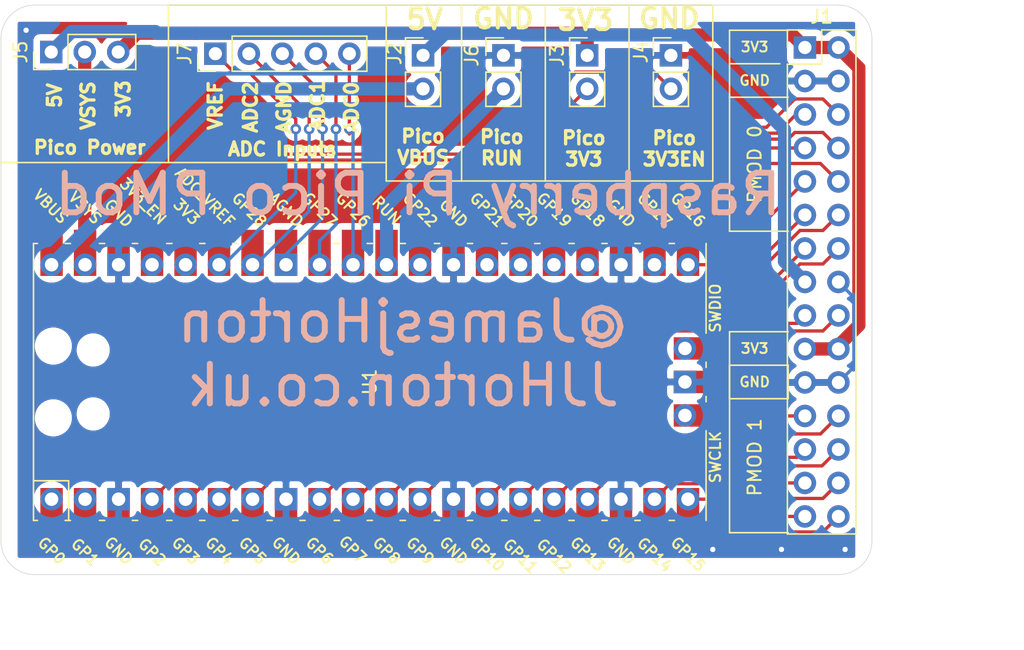
<source format=kicad_pcb>
(kicad_pcb (version 20171130) (host pcbnew "(5.1.9-0-10_14)")

  (general
    (thickness 1.6)
    (drawings 67)
    (tracks 189)
    (zones 0)
    (modules 8)
    (nets 39)
  )

  (page A4)
  (layers
    (0 F.Cu signal hide)
    (31 B.Cu signal hide)
    (32 B.Adhes user)
    (33 F.Adhes user)
    (34 B.Paste user)
    (35 F.Paste user)
    (36 B.SilkS user)
    (37 F.SilkS user)
    (38 B.Mask user)
    (39 F.Mask user)
    (40 Dwgs.User user)
    (41 Cmts.User user)
    (42 Eco1.User user)
    (43 Eco2.User user)
    (44 Edge.Cuts user)
    (45 Margin user)
    (46 B.CrtYd user)
    (47 F.CrtYd user)
    (48 B.Fab user)
    (49 F.Fab user)
  )

  (setup
    (last_trace_width 1)
    (user_trace_width 0.25)
    (user_trace_width 1)
    (trace_clearance 0.2)
    (zone_clearance 0.508)
    (zone_45_only no)
    (trace_min 0.2)
    (via_size 0.8)
    (via_drill 0.4)
    (via_min_size 0.4)
    (via_min_drill 0.3)
    (uvia_size 0.3)
    (uvia_drill 0.1)
    (uvias_allowed no)
    (uvia_min_size 0.2)
    (uvia_min_drill 0.1)
    (edge_width 0.05)
    (segment_width 0.2)
    (pcb_text_width 0.3)
    (pcb_text_size 1.5 1.5)
    (mod_edge_width 0.12)
    (mod_text_size 1 1)
    (mod_text_width 0.15)
    (pad_size 1.524 1.524)
    (pad_drill 0.762)
    (pad_to_mask_clearance 0)
    (aux_axis_origin 0 0)
    (visible_elements FFFFFF7F)
    (pcbplotparams
      (layerselection 0x010fc_ffffffff)
      (usegerberextensions false)
      (usegerberattributes true)
      (usegerberadvancedattributes true)
      (creategerberjobfile true)
      (excludeedgelayer true)
      (linewidth 0.100000)
      (plotframeref false)
      (viasonmask false)
      (mode 1)
      (useauxorigin false)
      (hpglpennumber 1)
      (hpglpenspeed 20)
      (hpglpendiameter 15.000000)
      (psnegative false)
      (psa4output false)
      (plotreference true)
      (plotvalue true)
      (plotinvisibletext false)
      (padsonsilk false)
      (subtractmaskfromsilk false)
      (outputformat 1)
      (mirror false)
      (drillshape 0)
      (scaleselection 1)
      (outputdirectory ""))
  )

  (net 0 "")
  (net 1 "Net-(U1-Pad43)")
  (net 2 "Net-(U1-Pad41)")
  (net 3 GPIO_15)
  (net 4 GPIO_14)
  (net 5 GPIO_13)
  (net 6 GPIO_12)
  (net 7 GPIO_11)
  (net 8 GPIO_10)
  (net 9 GPIO_09)
  (net 10 GPIO_08)
  (net 11 GND)
  (net 12 +3V3)
  (net 13 GPIO_07)
  (net 14 GPIO_06)
  (net 15 +5V)
  (net 16 GPIO_05)
  (net 17 GPIO_04)
  (net 18 GPIO_03)
  (net 19 GPIO_02)
  (net 20 GPIO_17)
  (net 21 GPIO_16)
  (net 22 GPIO_19)
  (net 23 GPIO_18)
  (net 24 GPIO_21)
  (net 25 GPIO_20)
  (net 26 Pico_VBUS)
  (net 27 Pico_3V3)
  (net 28 Pico_3v3_EN)
  (net 29 Pico_VSYS)
  (net 30 GPIO_22)
  (net 31 GPIO_01)
  (net 32 GPIO_00)
  (net 33 Pico_Run)
  (net 34 ADC0)
  (net 35 ADC1)
  (net 36 AGND)
  (net 37 ADC2)
  (net 38 ADC_VREF)

  (net_class Default "This is the default net class."
    (clearance 0.2)
    (trace_width 0.25)
    (via_dia 0.8)
    (via_drill 0.4)
    (uvia_dia 0.3)
    (uvia_drill 0.1)
    (add_net +3V3)
    (add_net +5V)
    (add_net ADC0)
    (add_net ADC1)
    (add_net ADC2)
    (add_net ADC_VREF)
    (add_net AGND)
    (add_net GND)
    (add_net GPIO_00)
    (add_net GPIO_01)
    (add_net GPIO_02)
    (add_net GPIO_03)
    (add_net GPIO_04)
    (add_net GPIO_05)
    (add_net GPIO_06)
    (add_net GPIO_07)
    (add_net GPIO_08)
    (add_net GPIO_09)
    (add_net GPIO_10)
    (add_net GPIO_11)
    (add_net GPIO_12)
    (add_net GPIO_13)
    (add_net GPIO_14)
    (add_net GPIO_15)
    (add_net GPIO_16)
    (add_net GPIO_17)
    (add_net GPIO_18)
    (add_net GPIO_19)
    (add_net GPIO_20)
    (add_net GPIO_21)
    (add_net GPIO_22)
    (add_net "Net-(U1-Pad41)")
    (add_net "Net-(U1-Pad43)")
    (add_net Pico_3V3)
    (add_net Pico_3v3_EN)
    (add_net Pico_Run)
    (add_net Pico_VBUS)
    (add_net Pico_VSYS)
  )

  (module Connector_PinHeader_2.54mm:PinHeader_1x05_P2.54mm_Vertical (layer F.Cu) (tedit 59FED5CC) (tstamp 6079873A)
    (at 130.556 77.343 90)
    (descr "Through hole straight pin header, 1x05, 2.54mm pitch, single row")
    (tags "Through hole pin header THT 1x05 2.54mm single row")
    (path /607A6E5A)
    (fp_text reference J7 (at 0 -2.33 90) (layer F.SilkS)
      (effects (font (size 1 1) (thickness 0.15)))
    )
    (fp_text value Conn_01x05 (at 0 12.49 90) (layer F.Fab)
      (effects (font (size 1 1) (thickness 0.15)))
    )
    (fp_text user %R (at 0 5.08) (layer F.Fab)
      (effects (font (size 1 1) (thickness 0.15)))
    )
    (fp_line (start -0.635 -1.27) (end 1.27 -1.27) (layer F.Fab) (width 0.1))
    (fp_line (start 1.27 -1.27) (end 1.27 11.43) (layer F.Fab) (width 0.1))
    (fp_line (start 1.27 11.43) (end -1.27 11.43) (layer F.Fab) (width 0.1))
    (fp_line (start -1.27 11.43) (end -1.27 -0.635) (layer F.Fab) (width 0.1))
    (fp_line (start -1.27 -0.635) (end -0.635 -1.27) (layer F.Fab) (width 0.1))
    (fp_line (start -1.33 11.49) (end 1.33 11.49) (layer F.SilkS) (width 0.12))
    (fp_line (start -1.33 1.27) (end -1.33 11.49) (layer F.SilkS) (width 0.12))
    (fp_line (start 1.33 1.27) (end 1.33 11.49) (layer F.SilkS) (width 0.12))
    (fp_line (start -1.33 1.27) (end 1.33 1.27) (layer F.SilkS) (width 0.12))
    (fp_line (start -1.33 0) (end -1.33 -1.33) (layer F.SilkS) (width 0.12))
    (fp_line (start -1.33 -1.33) (end 0 -1.33) (layer F.SilkS) (width 0.12))
    (fp_line (start -1.8 -1.8) (end -1.8 11.95) (layer F.CrtYd) (width 0.05))
    (fp_line (start -1.8 11.95) (end 1.8 11.95) (layer F.CrtYd) (width 0.05))
    (fp_line (start 1.8 11.95) (end 1.8 -1.8) (layer F.CrtYd) (width 0.05))
    (fp_line (start 1.8 -1.8) (end -1.8 -1.8) (layer F.CrtYd) (width 0.05))
    (pad 5 thru_hole oval (at 0 10.16 90) (size 1.7 1.7) (drill 1) (layers *.Cu *.Mask)
      (net 34 ADC0))
    (pad 4 thru_hole oval (at 0 7.62 90) (size 1.7 1.7) (drill 1) (layers *.Cu *.Mask)
      (net 35 ADC1))
    (pad 3 thru_hole oval (at 0 5.08 90) (size 1.7 1.7) (drill 1) (layers *.Cu *.Mask)
      (net 36 AGND))
    (pad 2 thru_hole oval (at 0 2.54 90) (size 1.7 1.7) (drill 1) (layers *.Cu *.Mask)
      (net 37 ADC2))
    (pad 1 thru_hole rect (at 0 0 90) (size 1.7 1.7) (drill 1) (layers *.Cu *.Mask)
      (net 38 ADC_VREF))
    (model ${KISYS3DMOD}/Connector_PinHeader_2.54mm.3dshapes/PinHeader_1x05_P2.54mm_Vertical.wrl
      (at (xyz 0 0 0))
      (scale (xyz 1 1 1))
      (rotate (xyz 0 0 0))
    )
  )

  (module Connector_PinHeader_2.54mm:PinHeader_1x02_P2.54mm_Vertical (layer F.Cu) (tedit 59FED5CC) (tstamp 60795511)
    (at 152.4 77.47)
    (descr "Through hole straight pin header, 1x02, 2.54mm pitch, single row")
    (tags "Through hole pin header THT 1x02 2.54mm single row")
    (path /607985C4)
    (fp_text reference J6 (at -2.413 0 90) (layer F.SilkS)
      (effects (font (size 1 1) (thickness 0.15)))
    )
    (fp_text value Conn_01x02 (at 0 4.87) (layer F.Fab)
      (effects (font (size 1 1) (thickness 0.15)))
    )
    (fp_text user %R (at 0 1.27 90) (layer F.Fab)
      (effects (font (size 1 1) (thickness 0.15)))
    )
    (fp_line (start -0.635 -1.27) (end 1.27 -1.27) (layer F.Fab) (width 0.1))
    (fp_line (start 1.27 -1.27) (end 1.27 3.81) (layer F.Fab) (width 0.1))
    (fp_line (start 1.27 3.81) (end -1.27 3.81) (layer F.Fab) (width 0.1))
    (fp_line (start -1.27 3.81) (end -1.27 -0.635) (layer F.Fab) (width 0.1))
    (fp_line (start -1.27 -0.635) (end -0.635 -1.27) (layer F.Fab) (width 0.1))
    (fp_line (start -1.33 3.87) (end 1.33 3.87) (layer F.SilkS) (width 0.12))
    (fp_line (start -1.33 1.27) (end -1.33 3.87) (layer F.SilkS) (width 0.12))
    (fp_line (start 1.33 1.27) (end 1.33 3.87) (layer F.SilkS) (width 0.12))
    (fp_line (start -1.33 1.27) (end 1.33 1.27) (layer F.SilkS) (width 0.12))
    (fp_line (start -1.33 0) (end -1.33 -1.33) (layer F.SilkS) (width 0.12))
    (fp_line (start -1.33 -1.33) (end 0 -1.33) (layer F.SilkS) (width 0.12))
    (fp_line (start -1.8 -1.8) (end -1.8 4.35) (layer F.CrtYd) (width 0.05))
    (fp_line (start -1.8 4.35) (end 1.8 4.35) (layer F.CrtYd) (width 0.05))
    (fp_line (start 1.8 4.35) (end 1.8 -1.8) (layer F.CrtYd) (width 0.05))
    (fp_line (start 1.8 -1.8) (end -1.8 -1.8) (layer F.CrtYd) (width 0.05))
    (pad 2 thru_hole oval (at 0 2.54) (size 1.7 1.7) (drill 1) (layers *.Cu *.Mask)
      (net 33 Pico_Run))
    (pad 1 thru_hole rect (at 0 0) (size 1.7 1.7) (drill 1) (layers *.Cu *.Mask)
      (net 11 GND))
    (model ${KISYS3DMOD}/Connector_PinHeader_2.54mm.3dshapes/PinHeader_1x02_P2.54mm_Vertical.wrl
      (at (xyz 0 0 0))
      (scale (xyz 1 1 1))
      (rotate (xyz 0 0 0))
    )
  )

  (module Connector_PinHeader_2.54mm:PinHeader_1x03_P2.54mm_Vertical (layer F.Cu) (tedit 59FED5CC) (tstamp 60787B17)
    (at 118.11 77.216 90)
    (descr "Through hole straight pin header, 1x03, 2.54mm pitch, single row")
    (tags "Through hole pin header THT 1x03 2.54mm single row")
    (path /607BB4AD)
    (fp_text reference J5 (at 0 -2.33 90) (layer F.SilkS)
      (effects (font (size 1 1) (thickness 0.15)))
    )
    (fp_text value Conn_01x03 (at 0 7.41 90) (layer F.Fab)
      (effects (font (size 1 1) (thickness 0.15)))
    )
    (fp_line (start 1.8 -1.8) (end -1.8 -1.8) (layer F.CrtYd) (width 0.05))
    (fp_line (start 1.8 6.85) (end 1.8 -1.8) (layer F.CrtYd) (width 0.05))
    (fp_line (start -1.8 6.85) (end 1.8 6.85) (layer F.CrtYd) (width 0.05))
    (fp_line (start -1.8 -1.8) (end -1.8 6.85) (layer F.CrtYd) (width 0.05))
    (fp_line (start -1.33 -1.33) (end 0 -1.33) (layer F.SilkS) (width 0.12))
    (fp_line (start -1.33 0) (end -1.33 -1.33) (layer F.SilkS) (width 0.12))
    (fp_line (start -1.33 1.27) (end 1.33 1.27) (layer F.SilkS) (width 0.12))
    (fp_line (start 1.33 1.27) (end 1.33 6.41) (layer F.SilkS) (width 0.12))
    (fp_line (start -1.33 1.27) (end -1.33 6.41) (layer F.SilkS) (width 0.12))
    (fp_line (start -1.33 6.41) (end 1.33 6.41) (layer F.SilkS) (width 0.12))
    (fp_line (start -1.27 -0.635) (end -0.635 -1.27) (layer F.Fab) (width 0.1))
    (fp_line (start -1.27 6.35) (end -1.27 -0.635) (layer F.Fab) (width 0.1))
    (fp_line (start 1.27 6.35) (end -1.27 6.35) (layer F.Fab) (width 0.1))
    (fp_line (start 1.27 -1.27) (end 1.27 6.35) (layer F.Fab) (width 0.1))
    (fp_line (start -0.635 -1.27) (end 1.27 -1.27) (layer F.Fab) (width 0.1))
    (fp_text user %R (at 0 2.54) (layer F.Fab)
      (effects (font (size 1 1) (thickness 0.15)))
    )
    (pad 3 thru_hole oval (at 0 5.08 90) (size 1.7 1.7) (drill 1) (layers *.Cu *.Mask)
      (net 12 +3V3))
    (pad 2 thru_hole oval (at 0 2.54 90) (size 1.7 1.7) (drill 1) (layers *.Cu *.Mask)
      (net 29 Pico_VSYS))
    (pad 1 thru_hole rect (at 0 0 90) (size 1.7 1.7) (drill 1) (layers *.Cu *.Mask)
      (net 15 +5V))
    (model ${KISYS3DMOD}/Connector_PinHeader_2.54mm.3dshapes/PinHeader_1x03_P2.54mm_Vertical.wrl
      (at (xyz 0 0 0))
      (scale (xyz 1 1 1))
      (rotate (xyz 0 0 0))
    )
  )

  (module Connector_PinHeader_2.54mm:PinHeader_1x02_P2.54mm_Vertical (layer F.Cu) (tedit 59FED5CC) (tstamp 60787B00)
    (at 165.1 77.47)
    (descr "Through hole straight pin header, 1x02, 2.54mm pitch, single row")
    (tags "Through hole pin header THT 1x02 2.54mm single row")
    (path /607A9E26)
    (fp_text reference J4 (at -2.286 -0.254 90) (layer F.SilkS)
      (effects (font (size 1 1) (thickness 0.15)))
    )
    (fp_text value Conn_01x02 (at 0 4.87) (layer F.Fab)
      (effects (font (size 1 1) (thickness 0.15)))
    )
    (fp_line (start 1.8 -1.8) (end -1.8 -1.8) (layer F.CrtYd) (width 0.05))
    (fp_line (start 1.8 4.35) (end 1.8 -1.8) (layer F.CrtYd) (width 0.05))
    (fp_line (start -1.8 4.35) (end 1.8 4.35) (layer F.CrtYd) (width 0.05))
    (fp_line (start -1.8 -1.8) (end -1.8 4.35) (layer F.CrtYd) (width 0.05))
    (fp_line (start -1.33 -1.33) (end 0 -1.33) (layer F.SilkS) (width 0.12))
    (fp_line (start -1.33 0) (end -1.33 -1.33) (layer F.SilkS) (width 0.12))
    (fp_line (start -1.33 1.27) (end 1.33 1.27) (layer F.SilkS) (width 0.12))
    (fp_line (start 1.33 1.27) (end 1.33 3.87) (layer F.SilkS) (width 0.12))
    (fp_line (start -1.33 1.27) (end -1.33 3.87) (layer F.SilkS) (width 0.12))
    (fp_line (start -1.33 3.87) (end 1.33 3.87) (layer F.SilkS) (width 0.12))
    (fp_line (start -1.27 -0.635) (end -0.635 -1.27) (layer F.Fab) (width 0.1))
    (fp_line (start -1.27 3.81) (end -1.27 -0.635) (layer F.Fab) (width 0.1))
    (fp_line (start 1.27 3.81) (end -1.27 3.81) (layer F.Fab) (width 0.1))
    (fp_line (start 1.27 -1.27) (end 1.27 3.81) (layer F.Fab) (width 0.1))
    (fp_line (start -0.635 -1.27) (end 1.27 -1.27) (layer F.Fab) (width 0.1))
    (fp_text user %R (at 0 1.27 90) (layer F.Fab)
      (effects (font (size 1 1) (thickness 0.15)))
    )
    (pad 2 thru_hole oval (at 0 2.54) (size 1.7 1.7) (drill 1) (layers *.Cu *.Mask)
      (net 28 Pico_3v3_EN))
    (pad 1 thru_hole rect (at 0 0) (size 1.7 1.7) (drill 1) (layers *.Cu *.Mask)
      (net 11 GND))
    (model ${KISYS3DMOD}/Connector_PinHeader_2.54mm.3dshapes/PinHeader_1x02_P2.54mm_Vertical.wrl
      (at (xyz 0 0 0))
      (scale (xyz 1 1 1))
      (rotate (xyz 0 0 0))
    )
  )

  (module Connector_PinHeader_2.54mm:PinHeader_1x02_P2.54mm_Vertical (layer F.Cu) (tedit 59FED5CC) (tstamp 60787AEA)
    (at 158.75 77.47)
    (descr "Through hole straight pin header, 1x02, 2.54mm pitch, single row")
    (tags "Through hole pin header THT 1x02 2.54mm single row")
    (path /607B1D77)
    (fp_text reference J3 (at -2.286 0 90) (layer F.SilkS)
      (effects (font (size 1 1) (thickness 0.15)))
    )
    (fp_text value Conn_01x02 (at 0 4.87) (layer F.Fab)
      (effects (font (size 1 1) (thickness 0.15)))
    )
    (fp_line (start 1.8 -1.8) (end -1.8 -1.8) (layer F.CrtYd) (width 0.05))
    (fp_line (start 1.8 4.35) (end 1.8 -1.8) (layer F.CrtYd) (width 0.05))
    (fp_line (start -1.8 4.35) (end 1.8 4.35) (layer F.CrtYd) (width 0.05))
    (fp_line (start -1.8 -1.8) (end -1.8 4.35) (layer F.CrtYd) (width 0.05))
    (fp_line (start -1.33 -1.33) (end 0 -1.33) (layer F.SilkS) (width 0.12))
    (fp_line (start -1.33 0) (end -1.33 -1.33) (layer F.SilkS) (width 0.12))
    (fp_line (start -1.33 1.27) (end 1.33 1.27) (layer F.SilkS) (width 0.12))
    (fp_line (start 1.33 1.27) (end 1.33 3.87) (layer F.SilkS) (width 0.12))
    (fp_line (start -1.33 1.27) (end -1.33 3.87) (layer F.SilkS) (width 0.12))
    (fp_line (start -1.33 3.87) (end 1.33 3.87) (layer F.SilkS) (width 0.12))
    (fp_line (start -1.27 -0.635) (end -0.635 -1.27) (layer F.Fab) (width 0.1))
    (fp_line (start -1.27 3.81) (end -1.27 -0.635) (layer F.Fab) (width 0.1))
    (fp_line (start 1.27 3.81) (end -1.27 3.81) (layer F.Fab) (width 0.1))
    (fp_line (start 1.27 -1.27) (end 1.27 3.81) (layer F.Fab) (width 0.1))
    (fp_line (start -0.635 -1.27) (end 1.27 -1.27) (layer F.Fab) (width 0.1))
    (fp_text user %R (at 0 1.27 90) (layer F.Fab)
      (effects (font (size 1 1) (thickness 0.15)))
    )
    (pad 2 thru_hole oval (at 0 2.54) (size 1.7 1.7) (drill 1) (layers *.Cu *.Mask)
      (net 27 Pico_3V3))
    (pad 1 thru_hole rect (at 0 0) (size 1.7 1.7) (drill 1) (layers *.Cu *.Mask)
      (net 12 +3V3))
    (model ${KISYS3DMOD}/Connector_PinHeader_2.54mm.3dshapes/PinHeader_1x02_P2.54mm_Vertical.wrl
      (at (xyz 0 0 0))
      (scale (xyz 1 1 1))
      (rotate (xyz 0 0 0))
    )
  )

  (module Connector_PinHeader_2.54mm:PinHeader_1x02_P2.54mm_Vertical (layer F.Cu) (tedit 59FED5CC) (tstamp 60787AD4)
    (at 146.304 77.47)
    (descr "Through hole straight pin header, 1x02, 2.54mm pitch, single row")
    (tags "Through hole pin header THT 1x02 2.54mm single row")
    (path /607BCE20)
    (fp_text reference J2 (at -2.159 -0.127 90) (layer F.SilkS)
      (effects (font (size 1 1) (thickness 0.15)))
    )
    (fp_text value Conn_01x02 (at 0 4.87) (layer F.Fab)
      (effects (font (size 1 1) (thickness 0.15)))
    )
    (fp_line (start 1.8 -1.8) (end -1.8 -1.8) (layer F.CrtYd) (width 0.05))
    (fp_line (start 1.8 4.35) (end 1.8 -1.8) (layer F.CrtYd) (width 0.05))
    (fp_line (start -1.8 4.35) (end 1.8 4.35) (layer F.CrtYd) (width 0.05))
    (fp_line (start -1.8 -1.8) (end -1.8 4.35) (layer F.CrtYd) (width 0.05))
    (fp_line (start -1.33 -1.33) (end 0 -1.33) (layer F.SilkS) (width 0.12))
    (fp_line (start -1.33 0) (end -1.33 -1.33) (layer F.SilkS) (width 0.12))
    (fp_line (start -1.33 1.27) (end 1.33 1.27) (layer F.SilkS) (width 0.12))
    (fp_line (start 1.33 1.27) (end 1.33 3.87) (layer F.SilkS) (width 0.12))
    (fp_line (start -1.33 1.27) (end -1.33 3.87) (layer F.SilkS) (width 0.12))
    (fp_line (start -1.33 3.87) (end 1.33 3.87) (layer F.SilkS) (width 0.12))
    (fp_line (start -1.27 -0.635) (end -0.635 -1.27) (layer F.Fab) (width 0.1))
    (fp_line (start -1.27 3.81) (end -1.27 -0.635) (layer F.Fab) (width 0.1))
    (fp_line (start 1.27 3.81) (end -1.27 3.81) (layer F.Fab) (width 0.1))
    (fp_line (start 1.27 -1.27) (end 1.27 3.81) (layer F.Fab) (width 0.1))
    (fp_line (start -0.635 -1.27) (end 1.27 -1.27) (layer F.Fab) (width 0.1))
    (fp_text user %R (at 0 1.27 180) (layer F.Fab)
      (effects (font (size 1 1) (thickness 0.15)))
    )
    (pad 2 thru_hole oval (at 0 2.54) (size 1.7 1.7) (drill 1) (layers *.Cu *.Mask)
      (net 26 Pico_VBUS))
    (pad 1 thru_hole rect (at 0 0) (size 1.7 1.7) (drill 1) (layers *.Cu *.Mask)
      (net 15 +5V))
    (model ${KISYS3DMOD}/Connector_PinHeader_2.54mm.3dshapes/PinHeader_1x02_P2.54mm_Vertical.wrl
      (at (xyz 0 0 0))
      (scale (xyz 1 1 1))
      (rotate (xyz 0 0 0))
    )
  )

  (module Connector_PinHeader_2.54mm:PinHeader_2x15_P2.54mm_Vertical (layer F.Cu) (tedit 59FED5CC) (tstamp 60782CD9)
    (at 175.26 76.8731)
    (descr "Through hole straight pin header, 2x15, 2.54mm pitch, double rows")
    (tags "Through hole pin header THT 2x15 2.54mm double row")
    (path /60781570)
    (fp_text reference J1 (at 1.27 -2.33) (layer F.SilkS)
      (effects (font (size 1 1) (thickness 0.15)))
    )
    (fp_text value Conn_02x15_Odd_Even (at 1.27 37.89) (layer F.Fab)
      (effects (font (size 1 1) (thickness 0.15)))
    )
    (fp_line (start 0 -1.27) (end 3.81 -1.27) (layer F.Fab) (width 0.1))
    (fp_line (start 3.81 -1.27) (end 3.81 36.83) (layer F.Fab) (width 0.1))
    (fp_line (start 3.81 36.83) (end -1.27 36.83) (layer F.Fab) (width 0.1))
    (fp_line (start -1.27 36.83) (end -1.27 0) (layer F.Fab) (width 0.1))
    (fp_line (start -1.27 0) (end 0 -1.27) (layer F.Fab) (width 0.1))
    (fp_line (start -1.33 36.89) (end 3.87 36.89) (layer F.SilkS) (width 0.12))
    (fp_line (start -1.33 1.27) (end -1.33 36.89) (layer F.SilkS) (width 0.12))
    (fp_line (start 3.87 -1.33) (end 3.87 36.89) (layer F.SilkS) (width 0.12))
    (fp_line (start -1.33 1.27) (end 1.27 1.27) (layer F.SilkS) (width 0.12))
    (fp_line (start 1.27 1.27) (end 1.27 -1.33) (layer F.SilkS) (width 0.12))
    (fp_line (start 1.27 -1.33) (end 3.87 -1.33) (layer F.SilkS) (width 0.12))
    (fp_line (start -1.33 0) (end -1.33 -1.33) (layer F.SilkS) (width 0.12))
    (fp_line (start -1.33 -1.33) (end 0 -1.33) (layer F.SilkS) (width 0.12))
    (fp_line (start -1.8 -1.8) (end -1.8 37.35) (layer F.CrtYd) (width 0.05))
    (fp_line (start -1.8 37.35) (end 4.35 37.35) (layer F.CrtYd) (width 0.05))
    (fp_line (start 4.35 37.35) (end 4.35 -1.8) (layer F.CrtYd) (width 0.05))
    (fp_line (start 4.35 -1.8) (end -1.8 -1.8) (layer F.CrtYd) (width 0.05))
    (fp_text user %R (at 1.27 17.78 90) (layer F.Fab)
      (effects (font (size 1 1) (thickness 0.15)))
    )
    (pad 30 thru_hole oval (at 2.54 35.56) (size 1.7 1.7) (drill 1) (layers *.Cu *.Mask)
      (net 3 GPIO_15))
    (pad 29 thru_hole oval (at 0 35.56) (size 1.7 1.7) (drill 1) (layers *.Cu *.Mask)
      (net 4 GPIO_14))
    (pad 28 thru_hole oval (at 2.54 33.02) (size 1.7 1.7) (drill 1) (layers *.Cu *.Mask)
      (net 5 GPIO_13))
    (pad 27 thru_hole oval (at 0 33.02) (size 1.7 1.7) (drill 1) (layers *.Cu *.Mask)
      (net 6 GPIO_12))
    (pad 26 thru_hole oval (at 2.54 30.48) (size 1.7 1.7) (drill 1) (layers *.Cu *.Mask)
      (net 7 GPIO_11))
    (pad 25 thru_hole oval (at 0 30.48) (size 1.7 1.7) (drill 1) (layers *.Cu *.Mask)
      (net 8 GPIO_10))
    (pad 24 thru_hole oval (at 2.54 27.94) (size 1.7 1.7) (drill 1) (layers *.Cu *.Mask)
      (net 9 GPIO_09))
    (pad 23 thru_hole oval (at 0 27.94) (size 1.7 1.7) (drill 1) (layers *.Cu *.Mask)
      (net 10 GPIO_08))
    (pad 22 thru_hole oval (at 2.54 25.4) (size 1.7 1.7) (drill 1) (layers *.Cu *.Mask)
      (net 11 GND))
    (pad 21 thru_hole oval (at 0 25.4) (size 1.7 1.7) (drill 1) (layers *.Cu *.Mask)
      (net 11 GND))
    (pad 20 thru_hole oval (at 2.54 22.86) (size 1.7 1.7) (drill 1) (layers *.Cu *.Mask)
      (net 12 +3V3))
    (pad 19 thru_hole oval (at 0 22.86) (size 1.7 1.7) (drill 1) (layers *.Cu *.Mask)
      (net 12 +3V3))
    (pad 18 thru_hole oval (at 2.54 20.32) (size 1.7 1.7) (drill 1) (layers *.Cu *.Mask)
      (net 13 GPIO_07))
    (pad 17 thru_hole oval (at 0 20.32) (size 1.7 1.7) (drill 1) (layers *.Cu *.Mask)
      (net 14 GPIO_06))
    (pad 16 thru_hole oval (at 2.54 17.78) (size 1.7 1.7) (drill 1) (layers *.Cu *.Mask)
      (net 11 GND))
    (pad 15 thru_hole oval (at 0 17.78) (size 1.7 1.7) (drill 1) (layers *.Cu *.Mask)
      (net 15 +5V))
    (pad 14 thru_hole oval (at 2.54 15.24) (size 1.7 1.7) (drill 1) (layers *.Cu *.Mask)
      (net 16 GPIO_05))
    (pad 13 thru_hole oval (at 0 15.24) (size 1.7 1.7) (drill 1) (layers *.Cu *.Mask)
      (net 17 GPIO_04))
    (pad 12 thru_hole oval (at 2.54 12.7) (size 1.7 1.7) (drill 1) (layers *.Cu *.Mask)
      (net 18 GPIO_03))
    (pad 11 thru_hole oval (at 0 12.7) (size 1.7 1.7) (drill 1) (layers *.Cu *.Mask)
      (net 19 GPIO_02))
    (pad 10 thru_hole oval (at 2.54 10.16) (size 1.7 1.7) (drill 1) (layers *.Cu *.Mask)
      (net 20 GPIO_17))
    (pad 9 thru_hole oval (at 0 10.16) (size 1.7 1.7) (drill 1) (layers *.Cu *.Mask)
      (net 21 GPIO_16))
    (pad 8 thru_hole oval (at 2.54 7.62) (size 1.7 1.7) (drill 1) (layers *.Cu *.Mask)
      (net 22 GPIO_19))
    (pad 7 thru_hole oval (at 0 7.62) (size 1.7 1.7) (drill 1) (layers *.Cu *.Mask)
      (net 23 GPIO_18))
    (pad 6 thru_hole oval (at 2.54 5.08) (size 1.7 1.7) (drill 1) (layers *.Cu *.Mask)
      (net 24 GPIO_21))
    (pad 5 thru_hole oval (at 0 5.08) (size 1.7 1.7) (drill 1) (layers *.Cu *.Mask)
      (net 25 GPIO_20))
    (pad 4 thru_hole oval (at 2.54 2.54) (size 1.7 1.7) (drill 1) (layers *.Cu *.Mask)
      (net 11 GND))
    (pad 3 thru_hole oval (at 0 2.54) (size 1.7 1.7) (drill 1) (layers *.Cu *.Mask)
      (net 11 GND))
    (pad 2 thru_hole oval (at 2.54 0) (size 1.7 1.7) (drill 1) (layers *.Cu *.Mask)
      (net 12 +3V3))
    (pad 1 thru_hole rect (at 0 0) (size 1.7 1.7) (drill 1) (layers *.Cu *.Mask)
      (net 12 +3V3))
    (model ${KISYS3DMOD}/Connector_PinHeader_2.54mm.3dshapes/PinHeader_2x15_P2.54mm_Vertical.wrl
      (at (xyz 0 0 0))
      (scale (xyz 1 1 1))
      (rotate (xyz 0 0 0))
    )
  )

  (module RPi_Pico:RPi_Pico_SMD_TH (layer F.Cu) (tedit 5F638C80) (tstamp 60781F1D)
    (at 142.2654 102.235 90)
    (descr "Through hole straight pin header, 2x20, 2.54mm pitch, double rows")
    (tags "Through hole pin header THT 2x20 2.54mm double row")
    (path /60776575)
    (fp_text reference U1 (at 0 0 90) (layer F.SilkS)
      (effects (font (size 1 1) (thickness 0.15)))
    )
    (fp_text value Pico (at 0 2.159 90) (layer F.Fab)
      (effects (font (size 1 1) (thickness 0.15)))
    )
    (fp_poly (pts (xy 3.7 -20.2) (xy -3.7 -20.2) (xy -3.7 -24.9) (xy 3.7 -24.9)) (layer Dwgs.User) (width 0.1))
    (fp_poly (pts (xy -1.5 -11.5) (xy -3.5 -11.5) (xy -3.5 -13.5) (xy -1.5 -13.5)) (layer Dwgs.User) (width 0.1))
    (fp_poly (pts (xy -1.5 -14) (xy -3.5 -14) (xy -3.5 -16) (xy -1.5 -16)) (layer Dwgs.User) (width 0.1))
    (fp_poly (pts (xy -1.5 -16.5) (xy -3.5 -16.5) (xy -3.5 -18.5) (xy -1.5 -18.5)) (layer Dwgs.User) (width 0.1))
    (fp_line (start -10.5 -25.5) (end 10.5 -25.5) (layer F.Fab) (width 0.12))
    (fp_line (start 10.5 -25.5) (end 10.5 25.5) (layer F.Fab) (width 0.12))
    (fp_line (start 10.5 25.5) (end -10.5 25.5) (layer F.Fab) (width 0.12))
    (fp_line (start -10.5 25.5) (end -10.5 -25.5) (layer F.Fab) (width 0.12))
    (fp_line (start -10.5 -24.2) (end -9.2 -25.5) (layer F.Fab) (width 0.12))
    (fp_line (start -11 -26) (end 11 -26) (layer F.CrtYd) (width 0.12))
    (fp_line (start 11 -26) (end 11 26) (layer F.CrtYd) (width 0.12))
    (fp_line (start 11 26) (end -11 26) (layer F.CrtYd) (width 0.12))
    (fp_line (start -11 26) (end -11 -26) (layer F.CrtYd) (width 0.12))
    (fp_line (start -10.5 -25.5) (end 10.5 -25.5) (layer F.SilkS) (width 0.12))
    (fp_line (start -3.7 25.5) (end -10.5 25.5) (layer F.SilkS) (width 0.12))
    (fp_line (start -10.5 -22.833) (end -7.493 -22.833) (layer F.SilkS) (width 0.12))
    (fp_line (start -7.493 -22.833) (end -7.493 -25.5) (layer F.SilkS) (width 0.12))
    (fp_line (start -10.5 -25.5) (end -10.5 -25.2) (layer F.SilkS) (width 0.12))
    (fp_line (start -10.5 -23.1) (end -10.5 -22.7) (layer F.SilkS) (width 0.12))
    (fp_line (start -10.5 -20.5) (end -10.5 -20.1) (layer F.SilkS) (width 0.12))
    (fp_line (start -10.5 -18) (end -10.5 -17.6) (layer F.SilkS) (width 0.12))
    (fp_line (start -10.5 -15.4) (end -10.5 -15) (layer F.SilkS) (width 0.12))
    (fp_line (start -10.5 -12.9) (end -10.5 -12.5) (layer F.SilkS) (width 0.12))
    (fp_line (start -10.5 -10.4) (end -10.5 -10) (layer F.SilkS) (width 0.12))
    (fp_line (start -10.5 -7.8) (end -10.5 -7.4) (layer F.SilkS) (width 0.12))
    (fp_line (start -10.5 -5.3) (end -10.5 -4.9) (layer F.SilkS) (width 0.12))
    (fp_line (start -10.5 -2.7) (end -10.5 -2.3) (layer F.SilkS) (width 0.12))
    (fp_line (start -10.5 -0.2) (end -10.5 0.2) (layer F.SilkS) (width 0.12))
    (fp_line (start -10.5 2.3) (end -10.5 2.7) (layer F.SilkS) (width 0.12))
    (fp_line (start -10.5 4.9) (end -10.5 5.3) (layer F.SilkS) (width 0.12))
    (fp_line (start -10.5 7.4) (end -10.5 7.8) (layer F.SilkS) (width 0.12))
    (fp_line (start -10.5 10) (end -10.5 10.4) (layer F.SilkS) (width 0.12))
    (fp_line (start -10.5 12.5) (end -10.5 12.9) (layer F.SilkS) (width 0.12))
    (fp_line (start -10.5 15.1) (end -10.5 15.5) (layer F.SilkS) (width 0.12))
    (fp_line (start -10.5 17.6) (end -10.5 18) (layer F.SilkS) (width 0.12))
    (fp_line (start -10.5 20.1) (end -10.5 20.5) (layer F.SilkS) (width 0.12))
    (fp_line (start -10.5 22.7) (end -10.5 23.1) (layer F.SilkS) (width 0.12))
    (fp_line (start 10.5 -10.4) (end 10.5 -10) (layer F.SilkS) (width 0.12))
    (fp_line (start 10.5 -5.3) (end 10.5 -4.9) (layer F.SilkS) (width 0.12))
    (fp_line (start 10.5 2.3) (end 10.5 2.7) (layer F.SilkS) (width 0.12))
    (fp_line (start 10.5 10) (end 10.5 10.4) (layer F.SilkS) (width 0.12))
    (fp_line (start 10.5 -20.5) (end 10.5 -20.1) (layer F.SilkS) (width 0.12))
    (fp_line (start 10.5 -23.1) (end 10.5 -22.7) (layer F.SilkS) (width 0.12))
    (fp_line (start 10.5 -15.4) (end 10.5 -15) (layer F.SilkS) (width 0.12))
    (fp_line (start 10.5 17.6) (end 10.5 18) (layer F.SilkS) (width 0.12))
    (fp_line (start 10.5 22.7) (end 10.5 23.1) (layer F.SilkS) (width 0.12))
    (fp_line (start 10.5 20.1) (end 10.5 20.5) (layer F.SilkS) (width 0.12))
    (fp_line (start 10.5 4.9) (end 10.5 5.3) (layer F.SilkS) (width 0.12))
    (fp_line (start 10.5 -0.2) (end 10.5 0.2) (layer F.SilkS) (width 0.12))
    (fp_line (start 10.5 -12.9) (end 10.5 -12.5) (layer F.SilkS) (width 0.12))
    (fp_line (start 10.5 -7.8) (end 10.5 -7.4) (layer F.SilkS) (width 0.12))
    (fp_line (start 10.5 12.5) (end 10.5 12.9) (layer F.SilkS) (width 0.12))
    (fp_line (start 10.5 -2.7) (end 10.5 -2.3) (layer F.SilkS) (width 0.12))
    (fp_line (start 10.5 -25.5) (end 10.5 -25.2) (layer F.SilkS) (width 0.12))
    (fp_line (start 10.5 -18) (end 10.5 -17.6) (layer F.SilkS) (width 0.12))
    (fp_line (start 10.5 7.4) (end 10.5 7.8) (layer F.SilkS) (width 0.12))
    (fp_line (start 10.5 15.1) (end 10.5 15.5) (layer F.SilkS) (width 0.12))
    (fp_line (start 10.5 25.5) (end 3.7 25.5) (layer F.SilkS) (width 0.12))
    (fp_line (start -1.5 25.5) (end -1.1 25.5) (layer F.SilkS) (width 0.12))
    (fp_line (start 1.1 25.5) (end 1.5 25.5) (layer F.SilkS) (width 0.12))
    (fp_text user "Copper Keepouts shown on Dwgs layer" (at 0.1 -30.2 90) (layer Cmts.User)
      (effects (font (size 1 1) (thickness 0.15)))
    )
    (fp_text user SWDIO (at 5.6 26.2 90) (layer F.SilkS)
      (effects (font (size 0.8 0.8) (thickness 0.15)))
    )
    (fp_text user SWCLK (at -5.7 26.2 90) (layer F.SilkS)
      (effects (font (size 0.8 0.8) (thickness 0.15)))
    )
    (fp_text user AGND (at 13.054 -6.35 135) (layer F.SilkS)
      (effects (font (size 0.8 0.8) (thickness 0.15)))
    )
    (fp_text user GND (at 12.8 -19.05 135) (layer F.SilkS)
      (effects (font (size 0.8 0.8) (thickness 0.15)))
    )
    (fp_text user GND (at 12.8 6.35 135) (layer F.SilkS)
      (effects (font (size 0.8 0.8) (thickness 0.15)))
    )
    (fp_text user GND (at 12.8 19.05 135) (layer F.SilkS)
      (effects (font (size 0.8 0.8) (thickness 0.15)))
    )
    (fp_text user GND (at -12.8 19.05 135) (layer F.SilkS)
      (effects (font (size 0.8 0.8) (thickness 0.15)))
    )
    (fp_text user GND (at -12.8 6.35 135) (layer F.SilkS)
      (effects (font (size 0.8 0.8) (thickness 0.15)))
    )
    (fp_text user GND (at -12.8 -6.35 135) (layer F.SilkS)
      (effects (font (size 0.8 0.8) (thickness 0.15)))
    )
    (fp_text user GND (at -12.8 -19.05 135) (layer F.SilkS)
      (effects (font (size 0.8 0.8) (thickness 0.15)))
    )
    (fp_text user VBUS (at 13.3 -24.2 135) (layer F.SilkS)
      (effects (font (size 0.8 0.8) (thickness 0.15)))
    )
    (fp_text user VSYS (at 13.2 -21.59 135) (layer F.SilkS)
      (effects (font (size 0.8 0.8) (thickness 0.15)))
    )
    (fp_text user 3V3_EN (at 13.7 -17.2 135) (layer F.SilkS)
      (effects (font (size 0.8 0.8) (thickness 0.15)))
    )
    (fp_text user 3V3 (at 12.9 -13.9 135) (layer F.SilkS)
      (effects (font (size 0.8 0.8) (thickness 0.15)))
    )
    (fp_text user ADC_VREF (at 14 -12.5 135) (layer F.SilkS)
      (effects (font (size 0.8 0.8) (thickness 0.15)))
    )
    (fp_text user GP28 (at 13.054 -9.144 135) (layer F.SilkS)
      (effects (font (size 0.8 0.8) (thickness 0.15)))
    )
    (fp_text user GP27 (at 13.054 -3.8 135) (layer F.SilkS)
      (effects (font (size 0.8 0.8) (thickness 0.15)))
    )
    (fp_text user GP26 (at 13.054 -1.27 135) (layer F.SilkS)
      (effects (font (size 0.8 0.8) (thickness 0.15)))
    )
    (fp_text user RUN (at 13 1.27 135) (layer F.SilkS)
      (effects (font (size 0.8 0.8) (thickness 0.15)))
    )
    (fp_text user GP22 (at 13.054 3.81 135) (layer F.SilkS)
      (effects (font (size 0.8 0.8) (thickness 0.15)))
    )
    (fp_text user GP21 (at 13.054 8.9 135) (layer F.SilkS)
      (effects (font (size 0.8 0.8) (thickness 0.15)))
    )
    (fp_text user GP20 (at 13.054 11.43 135) (layer F.SilkS)
      (effects (font (size 0.8 0.8) (thickness 0.15)))
    )
    (fp_text user GP19 (at 13.054 13.97 135) (layer F.SilkS)
      (effects (font (size 0.8 0.8) (thickness 0.15)))
    )
    (fp_text user GP18 (at 13.054 16.51 135) (layer F.SilkS)
      (effects (font (size 0.8 0.8) (thickness 0.15)))
    )
    (fp_text user GP17 (at 13.054 21.59 135) (layer F.SilkS)
      (effects (font (size 0.8 0.8) (thickness 0.15)))
    )
    (fp_text user GP16 (at 13.054 24.13 135) (layer F.SilkS)
      (effects (font (size 0.8 0.8) (thickness 0.15)))
    )
    (fp_text user GP15 (at -13.054 24.13 135) (layer F.SilkS)
      (effects (font (size 0.8 0.8) (thickness 0.15)))
    )
    (fp_text user GP14 (at -13.1 21.59 135) (layer F.SilkS)
      (effects (font (size 0.8 0.8) (thickness 0.15)))
    )
    (fp_text user GP13 (at -13.054 16.51 135) (layer F.SilkS)
      (effects (font (size 0.8 0.8) (thickness 0.15)))
    )
    (fp_text user GP12 (at -13.2 13.97 135) (layer F.SilkS)
      (effects (font (size 0.8 0.8) (thickness 0.15)))
    )
    (fp_text user GP11 (at -13.2 11.43 135) (layer F.SilkS)
      (effects (font (size 0.8 0.8) (thickness 0.15)))
    )
    (fp_text user GP10 (at -13.054 8.89 135) (layer F.SilkS)
      (effects (font (size 0.8 0.8) (thickness 0.15)))
    )
    (fp_text user GP9 (at -12.8 3.81 135) (layer F.SilkS)
      (effects (font (size 0.8 0.8) (thickness 0.15)))
    )
    (fp_text user GP8 (at -12.8 1.27 135) (layer F.SilkS)
      (effects (font (size 0.8 0.8) (thickness 0.15)))
    )
    (fp_text user GP7 (at -12.7 -1.3 135) (layer F.SilkS)
      (effects (font (size 0.8 0.8) (thickness 0.15)))
    )
    (fp_text user GP6 (at -12.8 -3.81 135) (layer F.SilkS)
      (effects (font (size 0.8 0.8) (thickness 0.15)))
    )
    (fp_text user GP5 (at -12.8 -8.89 135) (layer F.SilkS)
      (effects (font (size 0.8 0.8) (thickness 0.15)))
    )
    (fp_text user GP4 (at -12.8 -11.43 135) (layer F.SilkS)
      (effects (font (size 0.8 0.8) (thickness 0.15)))
    )
    (fp_text user GP3 (at -12.8 -13.97 135) (layer F.SilkS)
      (effects (font (size 0.8 0.8) (thickness 0.15)))
    )
    (fp_text user GP0 (at -12.8 -24.13 135) (layer F.SilkS)
      (effects (font (size 0.8 0.8) (thickness 0.15)))
    )
    (fp_text user GP2 (at -12.9 -16.51 135) (layer F.SilkS)
      (effects (font (size 0.8 0.8) (thickness 0.15)))
    )
    (fp_text user GP1 (at -12.9 -21.6 135) (layer F.SilkS)
      (effects (font (size 0.8 0.8) (thickness 0.15)))
    )
    (fp_text user %R (at 0 0 270) (layer F.Fab)
      (effects (font (size 1 1) (thickness 0.15)))
    )
    (pad 43 thru_hole oval (at 2.54 23.9 90) (size 1.7 1.7) (drill 1.02) (layers *.Cu *.Mask)
      (net 1 "Net-(U1-Pad43)"))
    (pad 43 smd rect (at 2.54 23.9 180) (size 3.5 1.7) (drill (offset -0.9 0)) (layers F.Cu F.Mask)
      (net 1 "Net-(U1-Pad43)"))
    (pad 42 thru_hole rect (at 0 23.9 90) (size 1.7 1.7) (drill 1.02) (layers *.Cu *.Mask)
      (net 11 GND))
    (pad 42 smd rect (at 0 23.9 180) (size 3.5 1.7) (drill (offset -0.9 0)) (layers F.Cu F.Mask)
      (net 11 GND))
    (pad 41 thru_hole oval (at -2.54 23.9 90) (size 1.7 1.7) (drill 1.02) (layers *.Cu *.Mask)
      (net 2 "Net-(U1-Pad41)"))
    (pad 41 smd rect (at -2.54 23.9 180) (size 3.5 1.7) (drill (offset -0.9 0)) (layers F.Cu F.Mask)
      (net 2 "Net-(U1-Pad41)"))
    (pad "" np_thru_hole oval (at 2.425 -20.97 90) (size 1.5 1.5) (drill 1.5) (layers *.Cu *.Mask))
    (pad "" np_thru_hole oval (at -2.425 -20.97 90) (size 1.5 1.5) (drill 1.5) (layers *.Cu *.Mask))
    (pad "" np_thru_hole oval (at 2.725 -24 90) (size 1.8 1.8) (drill 1.8) (layers *.Cu *.Mask))
    (pad "" np_thru_hole oval (at -2.725 -24 90) (size 1.8 1.8) (drill 1.8) (layers *.Cu *.Mask))
    (pad 21 smd rect (at 8.89 24.13 90) (size 3.5 1.7) (drill (offset 0.9 0)) (layers F.Cu F.Mask)
      (net 21 GPIO_16))
    (pad 22 smd rect (at 8.89 21.59 90) (size 3.5 1.7) (drill (offset 0.9 0)) (layers F.Cu F.Mask)
      (net 20 GPIO_17))
    (pad 23 smd rect (at 8.89 19.05 90) (size 3.5 1.7) (drill (offset 0.9 0)) (layers F.Cu F.Mask)
      (net 11 GND))
    (pad 24 smd rect (at 8.89 16.51 90) (size 3.5 1.7) (drill (offset 0.9 0)) (layers F.Cu F.Mask)
      (net 23 GPIO_18))
    (pad 25 smd rect (at 8.89 13.97 90) (size 3.5 1.7) (drill (offset 0.9 0)) (layers F.Cu F.Mask)
      (net 22 GPIO_19))
    (pad 26 smd rect (at 8.89 11.43 90) (size 3.5 1.7) (drill (offset 0.9 0)) (layers F.Cu F.Mask)
      (net 25 GPIO_20))
    (pad 27 smd rect (at 8.89 8.89 90) (size 3.5 1.7) (drill (offset 0.9 0)) (layers F.Cu F.Mask)
      (net 24 GPIO_21))
    (pad 28 smd rect (at 8.89 6.35 90) (size 3.5 1.7) (drill (offset 0.9 0)) (layers F.Cu F.Mask)
      (net 11 GND))
    (pad 29 smd rect (at 8.89 3.81 90) (size 3.5 1.7) (drill (offset 0.9 0)) (layers F.Cu F.Mask)
      (net 30 GPIO_22))
    (pad 30 smd rect (at 8.89 1.27 90) (size 3.5 1.7) (drill (offset 0.9 0)) (layers F.Cu F.Mask)
      (net 33 Pico_Run))
    (pad 31 smd rect (at 8.89 -1.27 90) (size 3.5 1.7) (drill (offset 0.9 0)) (layers F.Cu F.Mask)
      (net 34 ADC0))
    (pad 32 smd rect (at 8.89 -3.81 90) (size 3.5 1.7) (drill (offset 0.9 0)) (layers F.Cu F.Mask)
      (net 35 ADC1))
    (pad 33 smd rect (at 8.89 -6.35 90) (size 3.5 1.7) (drill (offset 0.9 0)) (layers F.Cu F.Mask)
      (net 36 AGND))
    (pad 34 smd rect (at 8.89 -8.89 90) (size 3.5 1.7) (drill (offset 0.9 0)) (layers F.Cu F.Mask)
      (net 37 ADC2))
    (pad 35 smd rect (at 8.89 -11.43 90) (size 3.5 1.7) (drill (offset 0.9 0)) (layers F.Cu F.Mask)
      (net 38 ADC_VREF))
    (pad 36 smd rect (at 8.89 -13.97 90) (size 3.5 1.7) (drill (offset 0.9 0)) (layers F.Cu F.Mask)
      (net 27 Pico_3V3))
    (pad 37 smd rect (at 8.89 -16.51 90) (size 3.5 1.7) (drill (offset 0.9 0)) (layers F.Cu F.Mask)
      (net 28 Pico_3v3_EN))
    (pad 38 smd rect (at 8.89 -19.05 90) (size 3.5 1.7) (drill (offset 0.9 0)) (layers F.Cu F.Mask)
      (net 11 GND))
    (pad 39 smd rect (at 8.89 -21.59 90) (size 3.5 1.7) (drill (offset 0.9 0)) (layers F.Cu F.Mask)
      (net 29 Pico_VSYS))
    (pad 40 smd rect (at 8.89 -24.13 90) (size 3.5 1.7) (drill (offset 0.9 0)) (layers F.Cu F.Mask)
      (net 26 Pico_VBUS))
    (pad 20 smd rect (at -8.89 24.13 90) (size 3.5 1.7) (drill (offset -0.9 0)) (layers F.Cu F.Mask)
      (net 3 GPIO_15))
    (pad 19 smd rect (at -8.89 21.59 90) (size 3.5 1.7) (drill (offset -0.9 0)) (layers F.Cu F.Mask)
      (net 4 GPIO_14))
    (pad 18 smd rect (at -8.89 19.05 90) (size 3.5 1.7) (drill (offset -0.9 0)) (layers F.Cu F.Mask)
      (net 11 GND))
    (pad 17 smd rect (at -8.89 16.51 90) (size 3.5 1.7) (drill (offset -0.9 0)) (layers F.Cu F.Mask)
      (net 5 GPIO_13))
    (pad 16 smd rect (at -8.89 13.97 90) (size 3.5 1.7) (drill (offset -0.9 0)) (layers F.Cu F.Mask)
      (net 6 GPIO_12))
    (pad 15 smd rect (at -8.89 11.43 90) (size 3.5 1.7) (drill (offset -0.9 0)) (layers F.Cu F.Mask)
      (net 7 GPIO_11))
    (pad 14 smd rect (at -8.89 8.89 90) (size 3.5 1.7) (drill (offset -0.9 0)) (layers F.Cu F.Mask)
      (net 8 GPIO_10))
    (pad 13 smd rect (at -8.89 6.35 90) (size 3.5 1.7) (drill (offset -0.9 0)) (layers F.Cu F.Mask)
      (net 11 GND))
    (pad 12 smd rect (at -8.89 3.81 90) (size 3.5 1.7) (drill (offset -0.9 0)) (layers F.Cu F.Mask)
      (net 9 GPIO_09))
    (pad 11 smd rect (at -8.89 1.27 90) (size 3.5 1.7) (drill (offset -0.9 0)) (layers F.Cu F.Mask)
      (net 10 GPIO_08))
    (pad 10 smd rect (at -8.89 -1.27 90) (size 3.5 1.7) (drill (offset -0.9 0)) (layers F.Cu F.Mask)
      (net 13 GPIO_07))
    (pad 9 smd rect (at -8.89 -3.81 90) (size 3.5 1.7) (drill (offset -0.9 0)) (layers F.Cu F.Mask)
      (net 14 GPIO_06))
    (pad 8 smd rect (at -8.89 -6.35 90) (size 3.5 1.7) (drill (offset -0.9 0)) (layers F.Cu F.Mask)
      (net 11 GND))
    (pad 7 smd rect (at -8.89 -8.89 90) (size 3.5 1.7) (drill (offset -0.9 0)) (layers F.Cu F.Mask)
      (net 16 GPIO_05))
    (pad 6 smd rect (at -8.89 -11.43 90) (size 3.5 1.7) (drill (offset -0.9 0)) (layers F.Cu F.Mask)
      (net 17 GPIO_04))
    (pad 5 smd rect (at -8.89 -13.97 90) (size 3.5 1.7) (drill (offset -0.9 0)) (layers F.Cu F.Mask)
      (net 18 GPIO_03))
    (pad 4 smd rect (at -8.89 -16.51 90) (size 3.5 1.7) (drill (offset -0.9 0)) (layers F.Cu F.Mask)
      (net 19 GPIO_02))
    (pad 3 smd rect (at -8.89 -19.05 90) (size 3.5 1.7) (drill (offset -0.9 0)) (layers F.Cu F.Mask)
      (net 11 GND))
    (pad 2 smd rect (at -8.89 -21.59 90) (size 3.5 1.7) (drill (offset -0.9 0)) (layers F.Cu F.Mask)
      (net 31 GPIO_01))
    (pad 1 smd rect (at -8.89 -24.13 90) (size 3.5 1.7) (drill (offset -0.9 0)) (layers F.Cu F.Mask)
      (net 32 GPIO_00))
    (pad 40 thru_hole oval (at 8.89 -24.13 90) (size 1.7 1.7) (drill 1.02) (layers *.Cu *.Mask)
      (net 26 Pico_VBUS))
    (pad 39 thru_hole oval (at 8.89 -21.59 90) (size 1.7 1.7) (drill 1.02) (layers *.Cu *.Mask)
      (net 29 Pico_VSYS))
    (pad 38 thru_hole rect (at 8.89 -19.05 90) (size 1.7 1.7) (drill 1.02) (layers *.Cu *.Mask)
      (net 11 GND))
    (pad 37 thru_hole oval (at 8.89 -16.51 90) (size 1.7 1.7) (drill 1.02) (layers *.Cu *.Mask)
      (net 28 Pico_3v3_EN))
    (pad 36 thru_hole oval (at 8.89 -13.97 90) (size 1.7 1.7) (drill 1.02) (layers *.Cu *.Mask)
      (net 27 Pico_3V3))
    (pad 35 thru_hole oval (at 8.89 -11.43 90) (size 1.7 1.7) (drill 1.02) (layers *.Cu *.Mask)
      (net 38 ADC_VREF))
    (pad 34 thru_hole oval (at 8.89 -8.89 90) (size 1.7 1.7) (drill 1.02) (layers *.Cu *.Mask)
      (net 37 ADC2))
    (pad 33 thru_hole rect (at 8.89 -6.35 90) (size 1.7 1.7) (drill 1.02) (layers *.Cu *.Mask)
      (net 36 AGND))
    (pad 32 thru_hole oval (at 8.89 -3.81 90) (size 1.7 1.7) (drill 1.02) (layers *.Cu *.Mask)
      (net 35 ADC1))
    (pad 31 thru_hole oval (at 8.89 -1.27 90) (size 1.7 1.7) (drill 1.02) (layers *.Cu *.Mask)
      (net 34 ADC0))
    (pad 30 thru_hole oval (at 8.89 1.27 90) (size 1.7 1.7) (drill 1.02) (layers *.Cu *.Mask)
      (net 33 Pico_Run))
    (pad 29 thru_hole oval (at 8.89 3.81 90) (size 1.7 1.7) (drill 1.02) (layers *.Cu *.Mask)
      (net 30 GPIO_22))
    (pad 28 thru_hole rect (at 8.89 6.35 90) (size 1.7 1.7) (drill 1.02) (layers *.Cu *.Mask)
      (net 11 GND))
    (pad 27 thru_hole oval (at 8.89 8.89 90) (size 1.7 1.7) (drill 1.02) (layers *.Cu *.Mask)
      (net 24 GPIO_21))
    (pad 26 thru_hole oval (at 8.89 11.43 90) (size 1.7 1.7) (drill 1.02) (layers *.Cu *.Mask)
      (net 25 GPIO_20))
    (pad 25 thru_hole oval (at 8.89 13.97 90) (size 1.7 1.7) (drill 1.02) (layers *.Cu *.Mask)
      (net 22 GPIO_19))
    (pad 24 thru_hole oval (at 8.89 16.51 90) (size 1.7 1.7) (drill 1.02) (layers *.Cu *.Mask)
      (net 23 GPIO_18))
    (pad 23 thru_hole rect (at 8.89 19.05 90) (size 1.7 1.7) (drill 1.02) (layers *.Cu *.Mask)
      (net 11 GND))
    (pad 22 thru_hole oval (at 8.89 21.59 90) (size 1.7 1.7) (drill 1.02) (layers *.Cu *.Mask)
      (net 20 GPIO_17))
    (pad 21 thru_hole oval (at 8.89 24.13 90) (size 1.7 1.7) (drill 1.02) (layers *.Cu *.Mask)
      (net 21 GPIO_16))
    (pad 20 thru_hole oval (at -8.89 24.13 90) (size 1.7 1.7) (drill 1.02) (layers *.Cu *.Mask)
      (net 3 GPIO_15))
    (pad 19 thru_hole oval (at -8.89 21.59 90) (size 1.7 1.7) (drill 1.02) (layers *.Cu *.Mask)
      (net 4 GPIO_14))
    (pad 18 thru_hole rect (at -8.89 19.05 90) (size 1.7 1.7) (drill 1.02) (layers *.Cu *.Mask)
      (net 11 GND))
    (pad 17 thru_hole oval (at -8.89 16.51 90) (size 1.7 1.7) (drill 1.02) (layers *.Cu *.Mask)
      (net 5 GPIO_13))
    (pad 16 thru_hole oval (at -8.89 13.97 90) (size 1.7 1.7) (drill 1.02) (layers *.Cu *.Mask)
      (net 6 GPIO_12))
    (pad 15 thru_hole oval (at -8.89 11.43 90) (size 1.7 1.7) (drill 1.02) (layers *.Cu *.Mask)
      (net 7 GPIO_11))
    (pad 14 thru_hole oval (at -8.89 8.89 90) (size 1.7 1.7) (drill 1.02) (layers *.Cu *.Mask)
      (net 8 GPIO_10))
    (pad 13 thru_hole rect (at -8.89 6.35 90) (size 1.7 1.7) (drill 1.02) (layers *.Cu *.Mask)
      (net 11 GND))
    (pad 12 thru_hole oval (at -8.89 3.81 90) (size 1.7 1.7) (drill 1.02) (layers *.Cu *.Mask)
      (net 9 GPIO_09))
    (pad 11 thru_hole oval (at -8.89 1.27 90) (size 1.7 1.7) (drill 1.02) (layers *.Cu *.Mask)
      (net 10 GPIO_08))
    (pad 10 thru_hole oval (at -8.89 -1.27 90) (size 1.7 1.7) (drill 1.02) (layers *.Cu *.Mask)
      (net 13 GPIO_07))
    (pad 9 thru_hole oval (at -8.89 -3.81 90) (size 1.7 1.7) (drill 1.02) (layers *.Cu *.Mask)
      (net 14 GPIO_06))
    (pad 8 thru_hole rect (at -8.89 -6.35 90) (size 1.7 1.7) (drill 1.02) (layers *.Cu *.Mask)
      (net 11 GND))
    (pad 7 thru_hole oval (at -8.89 -8.89 90) (size 1.7 1.7) (drill 1.02) (layers *.Cu *.Mask)
      (net 16 GPIO_05))
    (pad 6 thru_hole oval (at -8.89 -11.43 90) (size 1.7 1.7) (drill 1.02) (layers *.Cu *.Mask)
      (net 17 GPIO_04))
    (pad 5 thru_hole oval (at -8.89 -13.97 90) (size 1.7 1.7) (drill 1.02) (layers *.Cu *.Mask)
      (net 18 GPIO_03))
    (pad 4 thru_hole oval (at -8.89 -16.51 90) (size 1.7 1.7) (drill 1.02) (layers *.Cu *.Mask)
      (net 19 GPIO_02))
    (pad 3 thru_hole rect (at -8.89 -19.05 90) (size 1.7 1.7) (drill 1.02) (layers *.Cu *.Mask)
      (net 11 GND))
    (pad 2 thru_hole oval (at -8.89 -21.59 90) (size 1.7 1.7) (drill 1.02) (layers *.Cu *.Mask)
      (net 31 GPIO_01))
    (pad 1 thru_hole oval (at -8.89 -24.13 90) (size 1.7 1.7) (drill 1.02) (layers *.Cu *.Mask)
      (net 32 GPIO_00))
  )

  (gr_line (start 127 73.66) (end 143.51 73.66) (layer F.SilkS) (width 0.12) (tstamp 60798BE0))
  (gr_line (start 127 85.598) (end 127 73.66) (layer F.SilkS) (width 0.12))
  (gr_line (start 143.51 85.598) (end 114.3 85.598) (layer F.SilkS) (width 0.12))
  (gr_text "ADC Inputs" (at 135.636 84.582) (layer F.SilkS) (tstamp 60798BD6)
    (effects (font (size 1 1) (thickness 0.25)))
  )
  (gr_text "Pico Power\n" (at 121.031 84.455) (layer F.SilkS) (tstamp 60798950)
    (effects (font (size 1 1) (thickness 0.25)))
  )
  (gr_text "VREF\n" (at 130.556 81.28 90) (layer F.SilkS) (tstamp 60798960)
    (effects (font (size 1 1) (thickness 0.25)))
  )
  (gr_text ADC2 (at 133.223 81.407 90) (layer F.SilkS) (tstamp 6079895E)
    (effects (font (size 1 1) (thickness 0.25)))
  )
  (gr_text AGND (at 135.763 81.407 90) (layer F.SilkS) (tstamp 6079895C)
    (effects (font (size 1 1) (thickness 0.25)))
  )
  (gr_text "ADC1\n" (at 138.303 81.28 90) (layer F.SilkS) (tstamp 6079895A)
    (effects (font (size 1 1) (thickness 0.25)))
  )
  (gr_text "ADC0\n\n\n" (at 142.494 81.407 90) (layer F.SilkS) (tstamp 60798950)
    (effects (font (size 1 1) (thickness 0.25)))
  )
  (gr_line (start 149.225 73.66) (end 149.225 74.422) (layer F.SilkS) (width 0.12))
  (gr_line (start 143.51 73.66) (end 149.225 73.66) (layer F.SilkS) (width 0.12) (tstamp 6079573E))
  (gr_line (start 143.51 86.995) (end 143.51 73.66) (layer F.SilkS) (width 0.12))
  (gr_line (start 149.225 86.995) (end 143.51 86.995) (layer F.SilkS) (width 0.12))
  (gr_text "Pico\nRUN\n" (at 152.273 84.455) (layer F.SilkS) (tstamp 6079573A)
    (effects (font (size 1 1) (thickness 0.25)))
  )
  (gr_text GND (at 152.4 74.676) (layer F.SilkS) (tstamp 60795721)
    (effects (font (size 1.5 1.5) (thickness 0.3)))
  )
  (gr_text "Raspberry Pi Pico PMod \n\n@JamesjHorton\nJJHorton.co.uk" (at 144.78 95.25) (layer B.SilkS)
    (effects (font (size 3 3) (thickness 0.45)) (justify mirror))
  )
  (gr_text "PMOD 1" (at 171.45 107.95 90) (layer F.SilkS)
    (effects (font (size 1 1) (thickness 0.15)))
  )
  (gr_text "PMOD 0" (at 171.45 85.725 90) (layer F.SilkS)
    (effects (font (size 1 1) (thickness 0.15)))
  )
  (gr_text GND (at 171.45 102.235) (layer F.SilkS) (tstamp 6078B777)
    (effects (font (size 0.75 0.75) (thickness 0.15)))
  )
  (gr_text 3V3 (at 171.45 99.695) (layer F.SilkS) (tstamp 6078B76D)
    (effects (font (size 0.75 0.75) (thickness 0.15)))
  )
  (gr_text "GND\n" (at 171.45 79.375) (layer F.SilkS) (tstamp 6078B769)
    (effects (font (size 0.75 0.75) (thickness 0.15)))
  )
  (gr_text 3V3 (at 171.45 76.835) (layer F.SilkS)
    (effects (font (size 0.75 0.75) (thickness 0.15)))
  )
  (gr_line (start 169.545 113.665) (end 173.99 113.665) (layer F.SilkS) (width 0.12))
  (gr_line (start 169.545 103.505) (end 169.545 113.665) (layer F.SilkS) (width 0.12))
  (gr_line (start 169.545 100.965) (end 169.545 103.505) (layer F.SilkS) (width 0.12) (tstamp 6078B70C))
  (gr_line (start 173.99 100.965) (end 169.545 100.965) (layer F.SilkS) (width 0.12))
  (gr_line (start 173.99 103.505) (end 173.99 100.965) (layer F.SilkS) (width 0.12))
  (gr_line (start 169.545 103.505) (end 173.99 103.505) (layer F.SilkS) (width 0.12))
  (gr_line (start 169.545 98.425) (end 169.545 103.505) (layer F.SilkS) (width 0.12))
  (gr_line (start 173.99 98.425) (end 169.545 98.425) (layer F.SilkS) (width 0.12))
  (gr_line (start 173.99 90.805) (end 169.545 90.805) (layer F.SilkS) (width 0.12) (tstamp 6078B6F5))
  (gr_line (start 169.545 80.645) (end 169.545 90.805) (layer F.SilkS) (width 0.12))
  (gr_line (start 173.99 80.645) (end 169.545 80.645) (layer F.SilkS) (width 0.12) (tstamp 6078B6E8))
  (gr_line (start 169.545 78.105) (end 169.545 80.645) (layer F.SilkS) (width 0.12))
  (gr_line (start 169.545 78.105) (end 169.545 75.565) (layer F.SilkS) (width 0.12) (tstamp 6078B6E1))
  (gr_line (start 173.355 78.105) (end 169.545 78.105) (layer F.SilkS) (width 0.12))
  (gr_line (start 173.99 75.565) (end 169.545 75.565) (layer F.SilkS) (width 0.12))
  (gr_line (start 168.275 73.66) (end 161.925 73.66) (layer F.SilkS) (width 0.12) (tstamp 6078B66D))
  (gr_line (start 168.275 86.995) (end 168.275 73.66) (layer F.SilkS) (width 0.12))
  (gr_line (start 168.275 86.995) (end 161.925 86.995) (layer F.SilkS) (width 0.12) (tstamp 6078B664))
  (gr_line (start 161.925 73.66) (end 155.575 73.66) (layer F.SilkS) (width 0.12) (tstamp 6078B653))
  (gr_line (start 161.925 86.995) (end 161.925 73.66) (layer F.SilkS) (width 0.12))
  (gr_line (start 161.925 86.995) (end 155.575 86.995) (layer F.SilkS) (width 0.12) (tstamp 6078B64C))
  (gr_line (start 155.575 73.66) (end 155.575 86.995) (layer F.SilkS) (width 0.12) (tstamp 6078B648))
  (gr_line (start 149.225 73.66) (end 155.575 73.66) (layer F.SilkS) (width 0.12))
  (gr_line (start 149.225 86.995) (end 149.225 73.66) (layer F.SilkS) (width 0.12))
  (gr_line (start 155.575 86.995) (end 149.225 86.995) (layer F.SilkS) (width 0.12))
  (gr_text "Pico\n3V3EN\n\n" (at 165.354 85.344) (layer F.SilkS) (tstamp 6078B5CF)
    (effects (font (size 1 1) (thickness 0.25)))
  )
  (gr_text "Pico\n3V3\n\n" (at 158.496 85.344) (layer F.SilkS) (tstamp 6078B5CD)
    (effects (font (size 1 1) (thickness 0.25)))
  )
  (gr_text "Pico\nVBUS\n\n" (at 146.304 85.217) (layer F.SilkS) (tstamp 6078B5CB)
    (effects (font (size 1 1) (thickness 0.25)))
  )
  (gr_text "5V\n\n" (at 146.431 75.946) (layer F.SilkS) (tstamp 6078B547)
    (effects (font (size 1.5 1.5) (thickness 0.3)))
  )
  (gr_text GND (at 164.973 74.676) (layer F.SilkS) (tstamp 6078B536)
    (effects (font (size 1.5 1.5) (thickness 0.3)))
  )
  (gr_text 3V3 (at 158.623 74.803) (layer F.SilkS) (tstamp 6078B536)
    (effects (font (size 1.5 1.5) (thickness 0.3)))
  )
  (gr_text "5V\n" (at 118.364 80.518 90) (layer F.SilkS)
    (effects (font (size 1 1) (thickness 0.25)))
  )
  (gr_text 3V3 (at 123.571 80.772 90) (layer F.SilkS)
    (effects (font (size 1 1) (thickness 0.25)))
  )
  (gr_text VSYS (at 120.904 81.28 90) (layer F.SilkS)
    (effects (font (size 1 1) (thickness 0.25)))
  )
  (dimension 43.18 (width 0.15) (layer Dwgs.User)
    (gr_text "43.180 mm" (at 190.53 95.25 90) (layer Dwgs.User)
      (effects (font (size 1 1) (thickness 0.15)))
    )
    (feature1 (pts (xy 176.53 73.66) (xy 189.816421 73.66)))
    (feature2 (pts (xy 176.53 116.84) (xy 189.816421 116.84)))
    (crossbar (pts (xy 189.23 116.84) (xy 189.23 73.66)))
    (arrow1a (pts (xy 189.23 73.66) (xy 189.816421 74.786504)))
    (arrow1b (pts (xy 189.23 73.66) (xy 188.643579 74.786504)))
    (arrow2a (pts (xy 189.23 116.84) (xy 189.816421 115.713496)))
    (arrow2b (pts (xy 189.23 116.84) (xy 188.643579 115.713496)))
  )
  (dimension 66.04 (width 0.15) (layer Dwgs.User)
    (gr_text "66.040 mm" (at 147.32 123.22) (layer Dwgs.User)
      (effects (font (size 1 1) (thickness 0.15)))
    )
    (feature1 (pts (xy 180.34 114.3) (xy 180.34 122.506421)))
    (feature2 (pts (xy 114.3 114.3) (xy 114.3 122.506421)))
    (crossbar (pts (xy 114.3 121.92) (xy 180.34 121.92)))
    (arrow1a (pts (xy 180.34 121.92) (xy 179.213496 122.506421)))
    (arrow1b (pts (xy 180.34 121.92) (xy 179.213496 121.333579)))
    (arrow2a (pts (xy 114.3 121.92) (xy 115.426504 122.506421)))
    (arrow2b (pts (xy 114.3 121.92) (xy 115.426504 121.333579)))
  )
  (gr_arc (start 116.84 114.3) (end 114.3 114.3) (angle -90) (layer Edge.Cuts) (width 0.05))
  (gr_arc (start 177.8 114.3) (end 177.8 116.84) (angle -90) (layer Edge.Cuts) (width 0.05))
  (gr_arc (start 177.8 76.2) (end 180.34 76.2) (angle -90) (layer Edge.Cuts) (width 0.05))
  (gr_arc (start 116.84 76.2) (end 116.84 73.66) (angle -90) (layer Edge.Cuts) (width 0.05))
  (gr_line (start 114.3 76.2) (end 114.3 114.3) (layer Edge.Cuts) (width 0.05))
  (gr_line (start 177.8 73.66) (end 116.84 73.66) (layer Edge.Cuts) (width 0.05))
  (gr_line (start 180.34 114.3) (end 180.34 76.2) (layer Edge.Cuts) (width 0.05))
  (gr_line (start 177.8 116.84) (end 116.84 116.84) (layer Edge.Cuts) (width 0.05))

  (segment (start 166.3954 111.125) (end 168.275 111.125) (width 0.25) (layer F.Cu) (net 3))
  (segment (start 176.624999 113.608101) (end 177.8 112.4331) (width 0.25) (layer F.Cu) (net 3))
  (segment (start 170.758101 113.608101) (end 176.624999 113.608101) (width 0.25) (layer F.Cu) (net 3))
  (segment (start 168.275 111.125) (end 170.758101 113.608101) (width 0.25) (layer F.Cu) (net 3))
  (segment (start 165.030401 109.949999) (end 168.369999 109.949999) (width 0.25) (layer F.Cu) (net 4))
  (segment (start 163.8554 111.125) (end 165.030401 109.949999) (width 0.25) (layer F.Cu) (net 4))
  (segment (start 170.8531 112.4331) (end 175.26 112.4331) (width 0.25) (layer F.Cu) (net 4))
  (segment (start 168.369999 109.949999) (end 170.8531 112.4331) (width 0.25) (layer F.Cu) (net 4))
  (segment (start 160.40041 109.49999) (end 168.5564 109.49999) (width 0.25) (layer F.Cu) (net 5))
  (segment (start 158.7754 111.125) (end 160.40041 109.49999) (width 0.25) (layer F.Cu) (net 5))
  (segment (start 176.624999 111.068101) (end 177.8 109.8931) (width 0.25) (layer F.Cu) (net 5))
  (segment (start 170.124511 111.068101) (end 176.624999 111.068101) (width 0.25) (layer F.Cu) (net 5))
  (segment (start 168.5564 109.49999) (end 170.124511 111.068101) (width 0.25) (layer F.Cu) (net 5))
  (segment (start 158.31042 109.04998) (end 168.742801 109.049981) (width 0.25) (layer F.Cu) (net 6))
  (segment (start 156.2354 111.125) (end 158.31042 109.04998) (width 0.25) (layer F.Cu) (net 6))
  (segment (start 169.58592 109.8931) (end 175.26 109.8931) (width 0.25) (layer F.Cu) (net 6))
  (segment (start 168.742801 109.049981) (end 169.58592 109.8931) (width 0.25) (layer F.Cu) (net 6))
  (segment (start 156.220429 108.599971) (end 176.553129 108.599971) (width 0.25) (layer F.Cu) (net 7))
  (segment (start 176.553129 108.599971) (end 177.8 107.3531) (width 0.25) (layer F.Cu) (net 7))
  (segment (start 153.6954 111.125) (end 156.220429 108.599971) (width 0.25) (layer F.Cu) (net 7))
  (segment (start 151.1554 111.125) (end 154.3304 107.95) (width 0.25) (layer F.Cu) (net 8))
  (segment (start 174.6631 107.95) (end 175.26 107.3531) (width 0.25) (layer F.Cu) (net 8))
  (segment (start 154.3304 107.95) (end 174.6631 107.95) (width 0.25) (layer F.Cu) (net 8))
  (segment (start 172.771891 106.178099) (end 176.435001 106.178099) (width 0.25) (layer F.Cu) (net 9))
  (segment (start 176.435001 106.178099) (end 177.8 104.8131) (width 0.25) (layer F.Cu) (net 9))
  (segment (start 171.45 107.49999) (end 172.771891 106.178099) (width 0.25) (layer F.Cu) (net 9))
  (segment (start 149.70041 107.49999) (end 171.45 107.49999) (width 0.25) (layer F.Cu) (net 9))
  (segment (start 146.0754 111.125) (end 149.70041 107.49999) (width 0.25) (layer F.Cu) (net 9))
  (segment (start 171.5262 106.68) (end 173.3931 104.8131) (width 0.25) (layer F.Cu) (net 10))
  (segment (start 147.9804 106.68) (end 171.5262 106.68) (width 0.25) (layer F.Cu) (net 10))
  (segment (start 143.5354 111.125) (end 147.9804 106.68) (width 0.25) (layer F.Cu) (net 10))
  (segment (start 173.3931 104.8131) (end 173.3169 104.8131) (width 0.25) (layer F.Cu) (net 10))
  (segment (start 175.26 104.8131) (end 173.3931 104.8131) (width 0.25) (layer F.Cu) (net 10))
  (segment (start 178.975001 95.828101) (end 177.8 94.6531) (width 0.25) (layer B.Cu) (net 11))
  (segment (start 178.975001 101.098099) (end 178.975001 95.828101) (width 0.25) (layer B.Cu) (net 11))
  (segment (start 177.8 102.2731) (end 178.975001 101.098099) (width 0.25) (layer B.Cu) (net 11))
  (via (at 173.482 114.935) (size 0.8) (drill 0.4) (layers F.Cu B.Cu) (net 11))
  (via (at 178.308 114.935) (size 0.8) (drill 0.4) (layers F.Cu B.Cu) (net 11))
  (via (at 168.275 114.935) (size 0.8) (drill 0.4) (layers F.Cu B.Cu) (net 11))
  (via (at 116.205 75.565) (size 0.8) (drill 0.4) (layers F.Cu B.Cu) (net 11))
  (segment (start 177.8 99.7331) (end 175.26 99.7331) (width 1) (layer F.Cu) (net 12))
  (segment (start 179.350001 78.423101) (end 177.8 76.8731) (width 1) (layer F.Cu) (net 12))
  (segment (start 177.554002 99.7331) (end 179.350001 97.937101) (width 1) (layer F.Cu) (net 12))
  (segment (start 179.350001 97.937101) (end 179.350001 78.423101) (width 1) (layer F.Cu) (net 12))
  (segment (start 175.26 99.7331) (end 177.554002 99.7331) (width 1) (layer F.Cu) (net 12))
  (segment (start 177.8 76.8731) (end 175.26 76.8731) (width 1) (layer F.Cu) (net 12))
  (segment (start 175.26 76.8731) (end 174.306899 75.919999) (width 1) (layer F.Cu) (net 12))
  (segment (start 158.75 77.47) (end 158.75 76.2) (width 1) (layer F.Cu) (net 12))
  (segment (start 158.75 76.2) (end 158.469999 75.919999) (width 1) (layer F.Cu) (net 12))
  (segment (start 174.306899 75.919999) (end 158.469999 75.919999) (width 1) (layer F.Cu) (net 12))
  (segment (start 158.342999 75.792999) (end 158.469999 75.919999) (width 1) (layer F.Cu) (net 12))
  (segment (start 129.145999 75.792999) (end 158.342999 75.792999) (width 1) (layer F.Cu) (net 12))
  (segment (start 123.19 77.216) (end 124.714 75.692) (width 1) (layer F.Cu) (net 12))
  (segment (start 124.613001 75.792999) (end 123.19 77.216) (width 1) (layer F.Cu) (net 12))
  (segment (start 129.145999 75.792999) (end 124.613001 75.792999) (width 1) (layer F.Cu) (net 12))
  (segment (start 141.250398 111.125) (end 140.9954 111.125) (width 0.25) (layer F.Cu) (net 13))
  (segment (start 154.007297 98.368101) (end 141.250398 111.125) (width 0.25) (layer F.Cu) (net 13))
  (segment (start 176.624999 98.368101) (end 154.007297 98.368101) (width 0.25) (layer F.Cu) (net 13))
  (segment (start 177.8 97.1931) (end 176.624999 98.368101) (width 0.25) (layer F.Cu) (net 13))
  (segment (start 174.6631 97.79) (end 175.26 97.1931) (width 0.25) (layer F.Cu) (net 14))
  (segment (start 138.4554 111.125) (end 139.903406 109.676994) (width 0.25) (layer F.Cu) (net 14))
  (segment (start 153.924 97.814988) (end 153.924 97.79) (width 0.25) (layer F.Cu) (net 14))
  (segment (start 142.061994 109.676994) (end 153.924 97.814988) (width 0.25) (layer F.Cu) (net 14))
  (segment (start 139.903406 109.676994) (end 142.061994 109.676994) (width 0.25) (layer F.Cu) (net 14))
  (segment (start 153.924 97.79) (end 174.6631 97.79) (width 0.25) (layer F.Cu) (net 14))
  (segment (start 166.510001 75.919999) (end 153.950001 75.919999) (width 1) (layer B.Cu) (net 15))
  (segment (start 173.709999 83.119997) (end 166.510001 75.919999) (width 1) (layer B.Cu) (net 15))
  (segment (start 173.709999 93.103099) (end 173.709999 83.119997) (width 1) (layer B.Cu) (net 15))
  (segment (start 175.26 94.6531) (end 173.709999 93.103099) (width 1) (layer B.Cu) (net 15))
  (segment (start 147.854001 75.919999) (end 146.304 77.47) (width 1) (layer B.Cu) (net 15))
  (segment (start 147.727001 75.792999) (end 147.854001 75.919999) (width 1) (layer B.Cu) (net 15))
  (segment (start 126.137001 75.792999) (end 147.727001 75.792999) (width 1) (layer B.Cu) (net 15))
  (segment (start 153.823001 75.792999) (end 153.950001 75.919999) (width 1) (layer B.Cu) (net 15))
  (segment (start 147.727001 75.792999) (end 153.823001 75.792999) (width 1) (layer B.Cu) (net 15))
  (segment (start 119.660001 75.665999) (end 118.11 77.216) (width 1) (layer B.Cu) (net 15))
  (segment (start 126.010001 75.665999) (end 119.660001 75.665999) (width 1) (layer B.Cu) (net 15))
  (segment (start 126.137001 75.792999) (end 126.010001 75.665999) (width 1) (layer B.Cu) (net 15))
  (segment (start 174.885997 93.288101) (end 170.834108 97.33999) (width 0.25) (layer F.Cu) (net 16))
  (segment (start 176.624999 93.288101) (end 174.885997 93.288101) (width 0.25) (layer F.Cu) (net 16))
  (segment (start 177.8 92.1131) (end 176.624999 93.288101) (width 0.25) (layer F.Cu) (net 16))
  (segment (start 133.3754 111.125) (end 135.273416 109.226984) (width 0.25) (layer F.Cu) (net 16))
  (segment (start 135.273416 109.226984) (end 141.875594 109.226984) (width 0.25) (layer F.Cu) (net 16))
  (segment (start 153.47399 97.59399) (end 153.72799 97.33999) (width 0.25) (layer F.Cu) (net 16))
  (segment (start 153.47399 97.628588) (end 153.47399 97.59399) (width 0.25) (layer F.Cu) (net 16))
  (segment (start 141.875594 109.226984) (end 153.47399 97.628588) (width 0.25) (layer F.Cu) (net 16))
  (segment (start 170.834108 97.33999) (end 153.72799 97.33999) (width 0.25) (layer F.Cu) (net 16))
  (segment (start 153.797 96.52) (end 170.8531 96.52) (width 0.25) (layer F.Cu) (net 17))
  (segment (start 141.561429 108.755571) (end 153.797 96.52) (width 0.25) (layer F.Cu) (net 17))
  (segment (start 133.204829 108.755571) (end 141.561429 108.755571) (width 0.25) (layer F.Cu) (net 17))
  (segment (start 170.8531 96.52) (end 175.26 92.1131) (width 0.25) (layer F.Cu) (net 17))
  (segment (start 130.8354 111.125) (end 133.204829 108.755571) (width 0.25) (layer F.Cu) (net 17))
  (segment (start 128.2954 111.125) (end 128.2954 111.379998) (width 0.25) (layer F.Cu) (net 18))
  (segment (start 153.6106 96.06999) (end 169.564108 96.06999) (width 0.25) (layer F.Cu) (net 18))
  (segment (start 176.624999 90.748101) (end 177.8 89.5731) (width 0.25) (layer F.Cu) (net 18))
  (segment (start 174.885997 90.748101) (end 176.624999 90.748101) (width 0.25) (layer F.Cu) (net 18))
  (segment (start 141.375029 108.305561) (end 153.6106 96.06999) (width 0.25) (layer F.Cu) (net 18))
  (segment (start 169.564108 96.06999) (end 174.885997 90.748101) (width 0.25) (layer F.Cu) (net 18))
  (segment (start 128.2954 111.379998) (end 131.369837 108.305561) (width 0.25) (layer F.Cu) (net 18))
  (segment (start 131.369837 108.305561) (end 141.375029 108.305561) (width 0.25) (layer F.Cu) (net 18))
  (segment (start 169.5831 95.25) (end 175.26 89.5731) (width 0.25) (layer F.Cu) (net 19))
  (segment (start 153.79418 95.25) (end 169.5831 95.25) (width 0.25) (layer F.Cu) (net 19))
  (segment (start 141.188629 107.855551) (end 153.79418 95.25) (width 0.25) (layer F.Cu) (net 19))
  (segment (start 129.024849 107.855551) (end 141.188629 107.855551) (width 0.25) (layer F.Cu) (net 19))
  (segment (start 125.7554 111.125) (end 129.024849 107.855551) (width 0.25) (layer F.Cu) (net 19))
  (segment (start 169.987297 85.668101) (end 176.435001 85.668101) (width 0.25) (layer F.Cu) (net 20))
  (segment (start 176.435001 85.668101) (end 177.8 87.0331) (width 0.25) (layer F.Cu) (net 20))
  (segment (start 163.8554 91.799998) (end 169.987297 85.668101) (width 0.25) (layer F.Cu) (net 20))
  (segment (start 163.8554 93.345) (end 163.8554 91.799998) (width 0.25) (layer F.Cu) (net 20))
  (segment (start 168.9481 93.345) (end 175.26 87.0331) (width 0.25) (layer F.Cu) (net 21))
  (segment (start 166.3954 93.345) (end 168.9481 93.345) (width 0.25) (layer F.Cu) (net 21))
  (segment (start 176.624999 83.318099) (end 174.491901 83.318099) (width 0.25) (layer F.Cu) (net 22))
  (segment (start 177.8 84.4931) (end 176.624999 83.318099) (width 0.25) (layer F.Cu) (net 22))
  (segment (start 174.491901 83.318099) (end 173.99 83.82) (width 0.25) (layer F.Cu) (net 22))
  (segment (start 156.2354 91.799998) (end 156.2354 93.345) (width 0.25) (layer F.Cu) (net 22))
  (segment (start 164.215398 83.82) (end 156.2354 91.799998) (width 0.25) (layer F.Cu) (net 22))
  (segment (start 173.99 83.82) (end 164.215398 83.82) (width 0.25) (layer F.Cu) (net 22))
  (segment (start 158.7754 91.799998) (end 158.7754 93.345) (width 0.25) (layer F.Cu) (net 23))
  (segment (start 166.082298 84.4931) (end 158.7754 91.799998) (width 0.25) (layer F.Cu) (net 23))
  (segment (start 175.26 84.4931) (end 166.082298 84.4931) (width 0.25) (layer F.Cu) (net 23))
  (segment (start 176.624999 80.778099) (end 174.491901 80.778099) (width 0.25) (layer F.Cu) (net 24))
  (segment (start 177.8 81.9531) (end 176.624999 80.778099) (width 0.25) (layer F.Cu) (net 24))
  (segment (start 151.1554 91.799998) (end 151.1554 93.345) (width 0.25) (layer F.Cu) (net 24))
  (segment (start 160.035417 82.919981) (end 151.1554 91.799998) (width 0.25) (layer F.Cu) (net 24))
  (segment (start 172.350019 82.919981) (end 160.035417 82.919981) (width 0.25) (layer F.Cu) (net 24))
  (segment (start 174.491901 80.778099) (end 172.350019 82.919981) (width 0.25) (layer F.Cu) (net 24))
  (segment (start 175.26 81.9531) (end 174.5869 81.9531) (width 0.25) (layer F.Cu) (net 25))
  (segment (start 153.6954 91.799998) (end 153.6954 93.345) (width 0.25) (layer F.Cu) (net 25))
  (segment (start 162.125407 83.369991) (end 153.6954 91.799998) (width 0.25) (layer F.Cu) (net 25))
  (segment (start 173.170009 83.369991) (end 162.125407 83.369991) (width 0.25) (layer F.Cu) (net 25))
  (segment (start 174.5869 81.9531) (end 173.170009 83.369991) (width 0.25) (layer F.Cu) (net 25))
  (segment (start 118.1354 93.345) (end 131.4704 80.01) (width 1) (layer B.Cu) (net 26))
  (segment (start 131.4704 80.01) (end 146.304 80.01) (width 1) (layer B.Cu) (net 26))
  (segment (start 128.2954 91.799998) (end 128.2954 93.345) (width 0.25) (layer F.Cu) (net 27))
  (segment (start 134.685699 85.409699) (end 128.2954 91.799998) (width 0.25) (layer F.Cu) (net 27))
  (segment (start 153.350301 85.409699) (end 134.685699 85.409699) (width 0.25) (layer F.Cu) (net 27))
  (segment (start 158.75 80.01) (end 153.350301 85.409699) (width 0.25) (layer F.Cu) (net 27))
  (segment (start 127.383199 90.172199) (end 125.7554 91.799998) (width 0.25) (layer F.Cu) (net 28))
  (segment (start 133.988311 84.959689) (end 128.775801 90.172199) (width 0.25) (layer F.Cu) (net 28))
  (segment (start 153.038311 84.959689) (end 133.988311 84.959689) (width 0.25) (layer F.Cu) (net 28))
  (segment (start 125.7554 91.799998) (end 125.7554 93.345) (width 0.25) (layer F.Cu) (net 28))
  (segment (start 157.099 80.899) (end 153.038311 84.959689) (width 0.25) (layer F.Cu) (net 28))
  (segment (start 157.099 79.502) (end 157.099 80.899) (width 0.25) (layer F.Cu) (net 28))
  (segment (start 165.1 80.01) (end 163.83 78.74) (width 0.25) (layer F.Cu) (net 28))
  (segment (start 157.861 78.74) (end 157.099 79.502) (width 0.25) (layer F.Cu) (net 28))
  (segment (start 128.775801 90.172199) (end 127.383199 90.172199) (width 0.25) (layer F.Cu) (net 28))
  (segment (start 163.83 78.74) (end 157.861 78.74) (width 0.25) (layer F.Cu) (net 28))
  (segment (start 120.65 93.3196) (end 120.6754 93.345) (width 1) (layer F.Cu) (net 29))
  (segment (start 120.65 83.82) (end 120.65 93.3196) (width 1) (layer F.Cu) (net 29))
  (segment (start 120.65 83.82) (end 120.65 77.216) (width 1) (layer F.Cu) (net 29))
  (segment (start 143.5354 88.9254) (end 143.5354 93.345) (width 1) (layer B.Cu) (net 33))
  (segment (start 143.51 88.9) (end 143.5354 88.9254) (width 1) (layer B.Cu) (net 33))
  (segment (start 152.4 80.01) (end 143.51 88.9) (width 1) (layer B.Cu) (net 33))
  (segment (start 140.716 77.343) (end 140.716 83.058) (width 0.25) (layer F.Cu) (net 34))
  (segment (start 140.716 83.058) (end 140.716 83.439) (width 0.25) (layer F.Cu) (net 34) (tstamp 60798906))
  (via (at 140.716 83.058) (size 0.8) (drill 0.4) (layers F.Cu B.Cu) (net 34))
  (segment (start 140.9954 83.3374) (end 140.716 83.058) (width 0.25) (layer B.Cu) (net 34))
  (segment (start 140.9954 93.345) (end 140.9954 83.3374) (width 0.25) (layer B.Cu) (net 34))
  (segment (start 138.176 77.343) (end 139.446 78.613) (width 0.25) (layer F.Cu) (net 35))
  (segment (start 139.446 78.613) (end 139.7 78.867) (width 0.25) (layer F.Cu) (net 35))
  (segment (start 139.7 78.867) (end 139.7 83.058) (width 0.25) (layer F.Cu) (net 35))
  (segment (start 139.7 83.058) (end 139.7 83.312) (width 0.25) (layer F.Cu) (net 35) (tstamp 60798908))
  (via (at 139.7 83.058) (size 0.8) (drill 0.4) (layers F.Cu B.Cu) (net 35))
  (segment (start 138.4554 93.345) (end 138.4554 91.5416) (width 0.25) (layer B.Cu) (net 35))
  (segment (start 139.7 90.297) (end 139.7 83.058) (width 0.25) (layer B.Cu) (net 35))
  (segment (start 138.4554 91.5416) (end 139.7 90.297) (width 0.25) (layer B.Cu) (net 35))
  (segment (start 135.636 77.343) (end 138.684 80.391) (width 0.25) (layer F.Cu) (net 36))
  (segment (start 138.684 80.391) (end 138.684 83.058) (width 0.25) (layer F.Cu) (net 36))
  (segment (start 138.684 83.058) (end 138.684 83.058) (width 0.25) (layer F.Cu) (net 36) (tstamp 60798926))
  (via (at 138.684 83.058) (size 0.8) (drill 0.4) (layers F.Cu B.Cu) (net 36))
  (segment (start 135.9154 93.345) (end 135.9154 92.5576) (width 0.25) (layer B.Cu) (net 36))
  (segment (start 138.684 89.789) (end 138.684 83.058) (width 0.25) (layer B.Cu) (net 36))
  (segment (start 135.9154 92.5576) (end 138.684 89.789) (width 0.25) (layer B.Cu) (net 36))
  (segment (start 133.096 77.343) (end 137.668 81.915) (width 0.25) (layer F.Cu) (net 37))
  (segment (start 137.668 81.915) (end 137.668 83.058) (width 0.25) (layer F.Cu) (net 37))
  (segment (start 137.668 83.058) (end 137.668 83.058) (width 0.25) (layer F.Cu) (net 37) (tstamp 60798928))
  (via (at 137.668 83.058) (size 0.8) (drill 0.4) (layers F.Cu B.Cu) (net 37))
  (segment (start 133.3754 93.345) (end 133.604 93.345) (width 0.25) (layer B.Cu) (net 37))
  (segment (start 137.668 89.281) (end 137.668 83.058) (width 0.25) (layer B.Cu) (net 37))
  (segment (start 133.604 93.345) (end 137.668 89.281) (width 0.25) (layer B.Cu) (net 37))
  (segment (start 130.556 77.343) (end 132.08 78.867) (width 0.25) (layer F.Cu) (net 38))
  (segment (start 132.08 78.867) (end 133.223 78.867) (width 0.25) (layer F.Cu) (net 38))
  (segment (start 133.223 78.867) (end 136.398 82.042) (width 0.25) (layer F.Cu) (net 38))
  (segment (start 136.398 82.042) (end 136.652 82.296) (width 0.25) (layer F.Cu) (net 38))
  (segment (start 136.652 82.296) (end 136.652 83.058) (width 0.25) (layer F.Cu) (net 38))
  (segment (start 136.652 83.058) (end 136.652 83.058) (width 0.25) (layer F.Cu) (net 38) (tstamp 6079892B))
  (via (at 136.652 83.058) (size 0.8) (drill 0.4) (layers F.Cu B.Cu) (net 38))
  (segment (start 130.8354 93.345) (end 131.191 93.345) (width 0.25) (layer B.Cu) (net 38))
  (segment (start 136.652 87.884) (end 136.652 83.058) (width 0.25) (layer B.Cu) (net 38))
  (segment (start 131.191 93.345) (end 136.652 87.884) (width 0.25) (layer B.Cu) (net 38))

  (zone (net 0) (net_name "") (layer F.Cu) (tstamp 0) (hatch edge 0.508)
    (connect_pads (clearance 0.508))
    (min_thickness 0.254)
    (keepout (tracks not_allowed) (vias not_allowed) (copperpour allowed))
    (fill (arc_segments 32) (thermal_gap 0.508) (thermal_bridge_width 0.508))
    (polygon
      (pts
        (xy 122.12066 105.99674) (xy 117.31244 105.99674) (xy 117.30228 98.47834) (xy 122.13082 98.47072)
      )
    )
  )
  (zone (net 0) (net_name "") (layer F.Cu) (tstamp 0) (hatch edge 0.508)
    (connect_pads (clearance 0.508))
    (min_thickness 0.254)
    (keepout (tracks not_allowed) (vias not_allowed) (copperpour allowed))
    (fill (arc_segments 32) (thermal_gap 0.508) (thermal_bridge_width 0.508))
    (polygon
      (pts
        (xy 125.82906 103.67772) (xy 125.82652 105.78084) (xy 123.69038 105.77322) (xy 123.69038 103.67264)
      )
    )
  )
  (zone (net 0) (net_name "") (layer F.Cu) (tstamp 0) (hatch edge 0.508)
    (connect_pads (clearance 0.508))
    (min_thickness 0.254)
    (keepout (tracks not_allowed) (vias not_allowed) (copperpour allowed))
    (fill (arc_segments 32) (thermal_gap 0.508) (thermal_bridge_width 0.508))
    (polygon
      (pts
        (xy 128.32588 105.78084) (xy 126.21006 105.791) (xy 126.20498 103.68534) (xy 128.31572 103.68534)
      )
    )
  )
  (zone (net 11) (net_name GND) (layer F.Cu) (tstamp 60798D27) (hatch edge 0.508)
    (connect_pads (clearance 0.508))
    (min_thickness 0.254)
    (fill yes (arc_segments 32) (thermal_gap 0.508) (thermal_bridge_width 0.508))
    (polygon
      (pts
        (xy 179.07 115.57) (xy 115.57 115.57) (xy 115.57 74.93) (xy 179.07 74.93)
      )
    )
    (filled_polygon
      (pts
        (xy 123.069869 75.731) (xy 123.04374 75.731) (xy 122.756842 75.788068) (xy 122.486589 75.90001) (xy 122.243368 76.062525)
        (xy 122.036525 76.269368) (xy 121.92 76.44376) (xy 121.803475 76.269368) (xy 121.596632 76.062525) (xy 121.353411 75.90001)
        (xy 121.083158 75.788068) (xy 120.79626 75.731) (xy 120.50374 75.731) (xy 120.216842 75.788068) (xy 119.946589 75.90001)
        (xy 119.703368 76.062525) (xy 119.571513 76.19438) (xy 119.549502 76.12182) (xy 119.490537 76.011506) (xy 119.411185 75.914815)
        (xy 119.314494 75.835463) (xy 119.20418 75.776498) (xy 119.084482 75.740188) (xy 118.96 75.727928) (xy 117.26 75.727928)
        (xy 117.135518 75.740188) (xy 117.01582 75.776498) (xy 116.905506 75.835463) (xy 116.808815 75.914815) (xy 116.729463 76.011506)
        (xy 116.670498 76.12182) (xy 116.634188 76.241518) (xy 116.621928 76.366) (xy 116.621928 78.066) (xy 116.634188 78.190482)
        (xy 116.670498 78.31018) (xy 116.729463 78.420494) (xy 116.808815 78.517185) (xy 116.905506 78.596537) (xy 117.01582 78.655502)
        (xy 117.135518 78.691812) (xy 117.26 78.704072) (xy 118.96 78.704072) (xy 119.084482 78.691812) (xy 119.20418 78.655502)
        (xy 119.314494 78.596537) (xy 119.411185 78.517185) (xy 119.490537 78.420494) (xy 119.515001 78.374726) (xy 119.515 83.764248)
        (xy 119.515 83.764249) (xy 119.515001 90.140894) (xy 119.470906 90.164463) (xy 119.4054 90.218222) (xy 119.339894 90.164463)
        (xy 119.22958 90.105498) (xy 119.109882 90.069188) (xy 118.9854 90.056928) (xy 117.2854 90.056928) (xy 117.160918 90.069188)
        (xy 117.04122 90.105498) (xy 116.930906 90.164463) (xy 116.834215 90.243815) (xy 116.754863 90.340506) (xy 116.695898 90.45082)
        (xy 116.659588 90.570518) (xy 116.647328 90.695) (xy 116.647328 94.195) (xy 116.659588 94.319482) (xy 116.695898 94.43918)
        (xy 116.754863 94.549494) (xy 116.834215 94.646185) (xy 116.930906 94.725537) (xy 117.04122 94.784502) (xy 117.160918 94.820812)
        (xy 117.2854 94.833072) (xy 118.9854 94.833072) (xy 119.109882 94.820812) (xy 119.22958 94.784502) (xy 119.339894 94.725537)
        (xy 119.4054 94.671778) (xy 119.470906 94.725537) (xy 119.58122 94.784502) (xy 119.700918 94.820812) (xy 119.8254 94.833072)
        (xy 121.5254 94.833072) (xy 121.649882 94.820812) (xy 121.76958 94.784502) (xy 121.879894 94.725537) (xy 121.9454 94.671778)
        (xy 122.010906 94.725537) (xy 122.12122 94.784502) (xy 122.240918 94.820812) (xy 122.3654 94.833072) (xy 122.92965 94.83)
        (xy 123.0884 94.67125) (xy 123.0884 90.21875) (xy 122.92965 90.06) (xy 122.3654 90.056928) (xy 122.240918 90.069188)
        (xy 122.12122 90.105498) (xy 122.010906 90.164463) (xy 121.9454 90.218222) (xy 121.879894 90.164463) (xy 121.785 90.11374)
        (xy 121.785 78.181107) (xy 121.803475 78.162632) (xy 121.92 77.98824) (xy 122.036525 78.162632) (xy 122.243368 78.369475)
        (xy 122.486589 78.53199) (xy 122.756842 78.643932) (xy 123.04374 78.701) (xy 123.33626 78.701) (xy 123.623158 78.643932)
        (xy 123.893411 78.53199) (xy 124.136632 78.369475) (xy 124.343475 78.162632) (xy 124.50599 77.919411) (xy 124.617932 77.649158)
        (xy 124.675 77.36226) (xy 124.675 77.336131) (xy 124.701585 77.309546) (xy 125.083133 76.927999) (xy 129.067928 76.927999)
        (xy 129.067928 78.193) (xy 129.080188 78.317482) (xy 129.116498 78.43718) (xy 129.175463 78.547494) (xy 129.254815 78.644185)
        (xy 129.351506 78.723537) (xy 129.46182 78.782502) (xy 129.581518 78.818812) (xy 129.706 78.831072) (xy 130.96927 78.831072)
        (xy 131.516205 79.378008) (xy 131.539999 79.407001) (xy 131.568992 79.430795) (xy 131.568996 79.430799) (xy 131.586966 79.445546)
        (xy 131.655724 79.501974) (xy 131.787753 79.572546) (xy 131.931014 79.616003) (xy 132.042667 79.627) (xy 132.042676 79.627)
        (xy 132.079999 79.630676) (xy 132.117322 79.627) (xy 132.908199 79.627) (xy 135.780516 82.499318) (xy 135.734795 82.567744)
        (xy 135.656774 82.756102) (xy 135.617 82.956061) (xy 135.617 83.159939) (xy 135.656774 83.359898) (xy 135.734795 83.548256)
        (xy 135.848063 83.717774) (xy 135.992226 83.861937) (xy 136.161744 83.975205) (xy 136.350102 84.053226) (xy 136.550061 84.093)
        (xy 136.753939 84.093) (xy 136.953898 84.053226) (xy 137.142256 83.975205) (xy 137.16 83.963349) (xy 137.177744 83.975205)
        (xy 137.366102 84.053226) (xy 137.566061 84.093) (xy 137.769939 84.093) (xy 137.969898 84.053226) (xy 138.158256 83.975205)
        (xy 138.176 83.963349) (xy 138.193744 83.975205) (xy 138.382102 84.053226) (xy 138.582061 84.093) (xy 138.785939 84.093)
        (xy 138.985898 84.053226) (xy 139.174256 83.975205) (xy 139.192 83.963349) (xy 139.209744 83.975205) (xy 139.398102 84.053226)
        (xy 139.598061 84.093) (xy 139.801939 84.093) (xy 140.001898 84.053226) (xy 140.177707 83.980403) (xy 140.291725 84.073974)
        (xy 140.423754 84.144546) (xy 140.567015 84.188003) (xy 140.685663 84.199689) (xy 134.025633 84.199689) (xy 133.98831 84.196013)
        (xy 133.950987 84.199689) (xy 133.950978 84.199689) (xy 133.839325 84.210686) (xy 133.696064 84.254143) (xy 133.564035 84.324715)
        (xy 133.44831 84.419688) (xy 133.424512 84.448686) (xy 128.461 89.412199) (xy 127.420521 89.412199) (xy 127.383198 89.408523)
        (xy 127.345875 89.412199) (xy 127.345866 89.412199) (xy 127.234213 89.423196) (xy 127.090952 89.466653) (xy 126.958923 89.537225)
        (xy 126.958921 89.537226) (xy 126.958922 89.537226) (xy 126.872195 89.6084) (xy 126.872191 89.608404) (xy 126.843198 89.632198)
        (xy 126.819404 89.661191) (xy 126.423668 90.056928) (xy 124.9054 90.056928) (xy 124.780918 90.069188) (xy 124.66122 90.105498)
        (xy 124.550906 90.164463) (xy 124.4854 90.218222) (xy 124.419894 90.164463) (xy 124.30958 90.105498) (xy 124.189882 90.069188)
        (xy 124.0654 90.056928) (xy 123.50115 90.06) (xy 123.3424 90.21875) (xy 123.3424 94.67125) (xy 123.50115 94.83)
        (xy 124.0654 94.833072) (xy 124.189882 94.820812) (xy 124.30958 94.784502) (xy 124.419894 94.725537) (xy 124.4854 94.671778)
        (xy 124.550906 94.725537) (xy 124.66122 94.784502) (xy 124.780918 94.820812) (xy 124.9054 94.833072) (xy 126.6054 94.833072)
        (xy 126.729882 94.820812) (xy 126.84958 94.784502) (xy 126.959894 94.725537) (xy 127.0254 94.671778) (xy 127.090906 94.725537)
        (xy 127.20122 94.784502) (xy 127.320918 94.820812) (xy 127.4454 94.833072) (xy 129.1454 94.833072) (xy 129.269882 94.820812)
        (xy 129.38958 94.784502) (xy 129.499894 94.725537) (xy 129.5654 94.671778) (xy 129.630906 94.725537) (xy 129.74122 94.784502)
        (xy 129.860918 94.820812) (xy 129.9854 94.833072) (xy 131.6854 94.833072) (xy 131.809882 94.820812) (xy 131.92958 94.784502)
        (xy 132.039894 94.725537) (xy 132.1054 94.671778) (xy 132.170906 94.725537) (xy 132.28122 94.784502) (xy 132.400918 94.820812)
        (xy 132.5254 94.833072) (xy 134.2254 94.833072) (xy 134.349882 94.820812) (xy 134.46958 94.784502) (xy 134.579894 94.725537)
        (xy 134.6454 94.671778) (xy 134.710906 94.725537) (xy 134.82122 94.784502) (xy 134.940918 94.820812) (xy 135.0654 94.833072)
        (xy 136.7654 94.833072) (xy 136.889882 94.820812) (xy 137.00958 94.784502) (xy 137.119894 94.725537) (xy 137.1854 94.671778)
        (xy 137.250906 94.725537) (xy 137.36122 94.784502) (xy 137.480918 94.820812) (xy 137.6054 94.833072) (xy 139.3054 94.833072)
        (xy 139.429882 94.820812) (xy 139.54958 94.784502) (xy 139.659894 94.725537) (xy 139.7254 94.671778) (xy 139.790906 94.725537)
        (xy 139.90122 94.784502) (xy 140.020918 94.820812) (xy 140.1454 94.833072) (xy 141.8454 94.833072) (xy 141.969882 94.820812)
        (xy 142.08958 94.784502) (xy 142.199894 94.725537) (xy 142.2654 94.671778) (xy 142.330906 94.725537) (xy 142.44122 94.784502)
        (xy 142.560918 94.820812) (xy 142.6854 94.833072) (xy 144.3854 94.833072) (xy 144.509882 94.820812) (xy 144.62958 94.784502)
        (xy 144.739894 94.725537) (xy 144.8054 94.671778) (xy 144.870906 94.725537) (xy 144.98122 94.784502) (xy 145.100918 94.820812)
        (xy 145.2254 94.833072) (xy 146.9254 94.833072) (xy 147.049882 94.820812) (xy 147.16958 94.784502) (xy 147.279894 94.725537)
        (xy 147.3454 94.671778) (xy 147.410906 94.725537) (xy 147.52122 94.784502) (xy 147.640918 94.820812) (xy 147.7654 94.833072)
        (xy 148.32965 94.83) (xy 148.4884 94.67125) (xy 148.4884 90.21875) (xy 148.32965 90.06) (xy 147.7654 90.056928)
        (xy 147.640918 90.069188) (xy 147.52122 90.105498) (xy 147.410906 90.164463) (xy 147.3454 90.218222) (xy 147.279894 90.164463)
        (xy 147.16958 90.105498) (xy 147.049882 90.069188) (xy 146.9254 90.056928) (xy 145.2254 90.056928) (xy 145.100918 90.069188)
        (xy 144.98122 90.105498) (xy 144.870906 90.164463) (xy 144.8054 90.218222) (xy 144.739894 90.164463) (xy 144.62958 90.105498)
        (xy 144.509882 90.069188) (xy 144.3854 90.056928) (xy 142.6854 90.056928) (xy 142.560918 90.069188) (xy 142.44122 90.105498)
        (xy 142.330906 90.164463) (xy 142.2654 90.218222) (xy 142.199894 90.164463) (xy 142.08958 90.105498) (xy 141.969882 90.069188)
        (xy 141.8454 90.056928) (xy 140.1454 90.056928) (xy 140.020918 90.069188) (xy 139.90122 90.105498) (xy 139.790906 90.164463)
        (xy 139.7254 90.218222) (xy 139.659894 90.164463) (xy 139.54958 90.105498) (xy 139.429882 90.069188) (xy 139.3054 90.056928)
        (xy 137.6054 90.056928) (xy 137.480918 90.069188) (xy 137.36122 90.105498) (xy 137.250906 90.164463) (xy 137.1854 90.218222)
        (xy 137.119894 90.164463) (xy 137.00958 90.105498) (xy 136.889882 90.069188) (xy 136.7654 90.056928) (xy 135.0654 90.056928)
        (xy 134.940918 90.069188) (xy 134.82122 90.105498) (xy 134.710906 90.164463) (xy 134.6454 90.218222) (xy 134.579894 90.164463)
        (xy 134.46958 90.105498) (xy 134.349882 90.069188) (xy 134.2254 90.056928) (xy 132.5254 90.056928) (xy 132.400918 90.069188)
        (xy 132.28122 90.105498) (xy 132.170906 90.164463) (xy 132.1054 90.218222) (xy 132.039894 90.164463) (xy 131.92958 90.105498)
        (xy 131.809882 90.069188) (xy 131.6854 90.056928) (xy 131.113271 90.056928) (xy 135.000501 86.169699) (xy 153.312979 86.169699)
        (xy 153.350301 86.173375) (xy 153.387623 86.169699) (xy 153.387634 86.169699) (xy 153.499287 86.158702) (xy 153.642548 86.115245)
        (xy 153.774577 86.044673) (xy 153.890302 85.9497) (xy 153.914105 85.920696) (xy 158.383592 81.45121) (xy 158.60374 81.495)
        (xy 158.89626 81.495) (xy 159.183158 81.437932) (xy 159.453411 81.32599) (xy 159.696632 81.163475) (xy 159.903475 80.956632)
        (xy 160.06599 80.713411) (xy 160.177932 80.443158) (xy 160.235 80.15626) (xy 160.235 79.86374) (xy 160.177932 79.576842)
        (xy 160.146103 79.5) (xy 163.515199 79.5) (xy 163.658791 79.643592) (xy 163.615 79.86374) (xy 163.615 80.15626)
        (xy 163.672068 80.443158) (xy 163.78401 80.713411) (xy 163.946525 80.956632) (xy 164.153368 81.163475) (xy 164.396589 81.32599)
        (xy 164.666842 81.437932) (xy 164.95374 81.495) (xy 165.24626 81.495) (xy 165.533158 81.437932) (xy 165.803411 81.32599)
        (xy 166.046632 81.163475) (xy 166.253475 80.956632) (xy 166.41599 80.713411) (xy 166.527932 80.443158) (xy 166.585 80.15626)
        (xy 166.585 79.86374) (xy 166.527932 79.576842) (xy 166.41599 79.306589) (xy 166.253475 79.063368) (xy 166.12162 78.931513)
        (xy 166.19418 78.909502) (xy 166.304494 78.850537) (xy 166.401185 78.771185) (xy 166.480537 78.674494) (xy 166.539502 78.56418)
        (xy 166.575812 78.444482) (xy 166.588072 78.32) (xy 166.585 77.75575) (xy 166.42625 77.597) (xy 165.227 77.597)
        (xy 165.227 77.617) (xy 164.973 77.617) (xy 164.973 77.597) (xy 163.77375 77.597) (xy 163.615 77.75575)
        (xy 163.613779 77.98) (xy 160.238072 77.98) (xy 160.238072 77.054999) (xy 163.614296 77.054999) (xy 163.615 77.18425)
        (xy 163.77375 77.343) (xy 164.973 77.343) (xy 164.973 77.323) (xy 165.227 77.323) (xy 165.227 77.343)
        (xy 166.42625 77.343) (xy 166.585 77.18425) (xy 166.585704 77.054999) (xy 173.771928 77.054999) (xy 173.771928 77.7231)
        (xy 173.784188 77.847582) (xy 173.820498 77.96728) (xy 173.879463 78.077594) (xy 173.958815 78.174285) (xy 174.055506 78.253637)
        (xy 174.16582 78.312602) (xy 174.246466 78.337066) (xy 174.162412 78.412831) (xy 173.988359 78.64618) (xy 173.863175 78.909001)
        (xy 173.818524 79.05621) (xy 173.939845 79.2861) (xy 175.133 79.2861) (xy 175.133 79.2661) (xy 175.387 79.2661)
        (xy 175.387 79.2861) (xy 177.673 79.2861) (xy 177.673 79.2661) (xy 177.927 79.2661) (xy 177.927 79.2861)
        (xy 177.947 79.2861) (xy 177.947 79.5401) (xy 177.927 79.5401) (xy 177.927 79.5601) (xy 177.673 79.5601)
        (xy 177.673 79.5401) (xy 175.387 79.5401) (xy 175.387 79.5601) (xy 175.133 79.5601) (xy 175.133 79.5401)
        (xy 173.939845 79.5401) (xy 173.818524 79.76999) (xy 173.863175 79.917199) (xy 173.988359 80.18002) (xy 174.001386 80.197486)
        (xy 173.9519 80.238098) (xy 173.928102 80.267096) (xy 172.035218 82.159981) (xy 160.072739 82.159981) (xy 160.035416 82.156305)
        (xy 159.998093 82.159981) (xy 159.998084 82.159981) (xy 159.886431 82.170978) (xy 159.74317 82.214435) (xy 159.611141 82.285007)
        (xy 159.611139 82.285008) (xy 159.61114 82.285008) (xy 159.524413 82.356182) (xy 159.524409 82.356186) (xy 159.495416 82.37998)
        (xy 159.471622 82.408973) (xy 151.823669 90.056928) (xy 150.3054 90.056928) (xy 150.180918 90.069188) (xy 150.06122 90.105498)
        (xy 149.950906 90.164463) (xy 149.8854 90.218222) (xy 149.819894 90.164463) (xy 149.70958 90.105498) (xy 149.589882 90.069188)
        (xy 149.4654 90.056928) (xy 148.90115 90.06) (xy 148.7424 90.21875) (xy 148.7424 94.67125) (xy 148.90115 94.83)
        (xy 149.4654 94.833072) (xy 149.589882 94.820812) (xy 149.70958 94.784502) (xy 149.819894 94.725537) (xy 149.8854 94.671778)
        (xy 149.950906 94.725537) (xy 150.06122 94.784502) (xy 150.180918 94.820812) (xy 150.3054 94.833072) (xy 152.0054 94.833072)
        (xy 152.129882 94.820812) (xy 152.24958 94.784502) (xy 152.359894 94.725537) (xy 152.4254 94.671778) (xy 152.490906 94.725537)
        (xy 152.60122 94.784502) (xy 152.720918 94.820812) (xy 152.8454 94.833072) (xy 153.136306 94.833072) (xy 140.873828 107.095551)
        (xy 129.062171 107.095551) (xy 129.024848 107.091875) (xy 128.987525 107.095551) (xy 128.987516 107.095551) (xy 128.875863 107.106548)
        (xy 128.732602 107.150005) (xy 128.600572 107.220577) (xy 128.516932 107.289219) (xy 128.484848 107.31555) (xy 128.46105 107.344548)
        (xy 126.168671 109.636928) (xy 124.9054 109.636928) (xy 124.780918 109.649188) (xy 124.66122 109.685498) (xy 124.550906 109.744463)
        (xy 124.4854 109.798222) (xy 124.419894 109.744463) (xy 124.30958 109.685498) (xy 124.189882 109.649188) (xy 124.0654 109.636928)
        (xy 123.50115 109.64) (xy 123.3424 109.79875) (xy 123.3424 114.25125) (xy 123.50115 114.41) (xy 124.0654 114.413072)
        (xy 124.189882 114.400812) (xy 124.30958 114.364502) (xy 124.419894 114.305537) (xy 124.4854 114.251778) (xy 124.550906 114.305537)
        (xy 124.66122 114.364502) (xy 124.780918 114.400812) (xy 124.9054 114.413072) (xy 126.6054 114.413072) (xy 126.729882 114.400812)
        (xy 126.84958 114.364502) (xy 126.959894 114.305537) (xy 127.0254 114.251778) (xy 127.090906 114.305537) (xy 127.20122 114.364502)
        (xy 127.320918 114.400812) (xy 127.4454 114.413072) (xy 129.1454 114.413072) (xy 129.269882 114.400812) (xy 129.38958 114.364502)
        (xy 129.499894 114.305537) (xy 129.5654 114.251778) (xy 129.630906 114.305537) (xy 129.74122 114.364502) (xy 129.860918 114.400812)
        (xy 129.9854 114.413072) (xy 131.6854 114.413072) (xy 131.809882 114.400812) (xy 131.92958 114.364502) (xy 132.039894 114.305537)
        (xy 132.1054 114.251778) (xy 132.170906 114.305537) (xy 132.28122 114.364502) (xy 132.400918 114.400812) (xy 132.5254 114.413072)
        (xy 134.2254 114.413072) (xy 134.349882 114.400812) (xy 134.46958 114.364502) (xy 134.579894 114.305537) (xy 134.6454 114.251778)
        (xy 134.710906 114.305537) (xy 134.82122 114.364502) (xy 134.940918 114.400812) (xy 135.0654 114.413072) (xy 135.62965 114.41)
        (xy 135.7884 114.25125) (xy 135.7884 111.878) (xy 136.0424 111.878) (xy 136.0424 114.25125) (xy 136.20115 114.41)
        (xy 136.7654 114.413072) (xy 136.889882 114.400812) (xy 137.00958 114.364502) (xy 137.119894 114.305537) (xy 137.1854 114.251778)
        (xy 137.250906 114.305537) (xy 137.36122 114.364502) (xy 137.480918 114.400812) (xy 137.6054 114.413072) (xy 139.3054 114.413072)
        (xy 139.429882 114.400812) (xy 139.54958 114.364502) (xy 139.659894 114.305537) (xy 139.7254 114.251778) (xy 139.790906 114.305537)
        (xy 139.90122 114.364502) (xy 140.020918 114.400812) (xy 140.1454 114.413072) (xy 141.8454 114.413072) (xy 141.969882 114.400812)
        (xy 142.08958 114.364502) (xy 142.199894 114.305537) (xy 142.2654 114.251778) (xy 142.330906 114.305537) (xy 142.44122 114.364502)
        (xy 142.560918 114.400812) (xy 142.6854 114.413072) (xy 144.3854 114.413072) (xy 144.509882 114.400812) (xy 144.62958 114.364502)
        (xy 144.739894 114.305537) (xy 144.8054 114.251778) (xy 144.870906 114.305537) (xy 144.98122 114.364502) (xy 145.100918 114.400812)
        (xy 145.2254 114.413072) (xy 146.9254 114.413072) (xy 147.049882 114.400812) (xy 147.16958 114.364502) (xy 147.279894 114.305537)
        (xy 147.3454 114.251778) (xy 147.410906 114.305537) (xy 147.52122 114.364502) (xy 147.640918 114.400812) (xy 147.7654 114.413072)
        (xy 148.32965 114.41) (xy 148.4884 114.25125) (xy 148.4884 111.878) (xy 148.7424 111.878) (xy 148.7424 114.25125)
        (xy 148.90115 114.41) (xy 149.4654 114.413072) (xy 149.589882 114.400812) (xy 149.70958 114.364502) (xy 149.819894 114.305537)
        (xy 149.8854 114.251778) (xy 149.950906 114.305537) (xy 150.06122 114.364502) (xy 150.180918 114.400812) (xy 150.3054 114.413072)
        (xy 152.0054 114.413072) (xy 152.129882 114.400812) (xy 152.24958 114.364502) (xy 152.359894 114.305537) (xy 152.4254 114.251778)
        (xy 152.490906 114.305537) (xy 152.60122 114.364502) (xy 152.720918 114.400812) (xy 152.8454 114.413072) (xy 154.5454 114.413072)
        (xy 154.669882 114.400812) (xy 154.78958 114.364502) (xy 154.899894 114.305537) (xy 154.9654 114.251778) (xy 155.030906 114.305537)
        (xy 155.14122 114.364502) (xy 155.260918 114.400812) (xy 155.3854 114.413072) (xy 157.0854 114.413072) (xy 157.209882 114.400812)
        (xy 157.32958 114.364502) (xy 157.439894 114.305537) (xy 157.5054 114.251778) (xy 157.570906 114.305537) (xy 157.68122 114.364502)
        (xy 157.800918 114.400812) (xy 157.9254 114.413072) (xy 159.6254 114.413072) (xy 159.749882 114.400812) (xy 159.86958 114.364502)
        (xy 159.979894 114.305537) (xy 160.0454 114.251778) (xy 160.110906 114.305537) (xy 160.22122 114.364502) (xy 160.340918 114.400812)
        (xy 160.4654 114.413072) (xy 161.02965 114.41) (xy 161.1884 114.25125) (xy 161.1884 111.878) (xy 161.4424 111.878)
        (xy 161.4424 114.25125) (xy 161.60115 114.41) (xy 162.1654 114.413072) (xy 162.289882 114.400812) (xy 162.40958 114.364502)
        (xy 162.519894 114.305537) (xy 162.5854 114.251778) (xy 162.650906 114.305537) (xy 162.76122 114.364502) (xy 162.880918 114.400812)
        (xy 163.0054 114.413072) (xy 164.7054 114.413072) (xy 164.829882 114.400812) (xy 164.94958 114.364502) (xy 165.059894 114.305537)
        (xy 165.1254 114.251778) (xy 165.190906 114.305537) (xy 165.30122 114.364502) (xy 165.420918 114.400812) (xy 165.5454 114.413072)
        (xy 167.2454 114.413072) (xy 167.369882 114.400812) (xy 167.48958 114.364502) (xy 167.599894 114.305537) (xy 167.696585 114.226185)
        (xy 167.775937 114.129494) (xy 167.834902 114.01918) (xy 167.871212 113.899482) (xy 167.883472 113.775) (xy 167.883472 111.885)
        (xy 167.960199 111.885) (xy 170.194302 114.119104) (xy 170.2181 114.148102) (xy 170.247098 114.1719) (xy 170.333824 114.243075)
        (xy 170.450681 114.305537) (xy 170.465854 114.313647) (xy 170.609115 114.357104) (xy 170.720768 114.368101) (xy 170.720777 114.368101)
        (xy 170.7581 114.371777) (xy 170.795423 114.368101) (xy 176.587677 114.368101) (xy 176.624999 114.371777) (xy 176.662321 114.368101)
        (xy 176.662332 114.368101) (xy 176.773985 114.357104) (xy 176.917246 114.313647) (xy 177.049275 114.243075) (xy 177.165 114.148102)
        (xy 177.188803 114.119098) (xy 177.433592 113.874309) (xy 177.65374 113.9181) (xy 177.94626 113.9181) (xy 178.233158 113.861032)
        (xy 178.503411 113.74909) (xy 178.746632 113.586575) (xy 178.943 113.390207) (xy 178.943 115.443) (xy 115.697 115.443)
        (xy 115.697 110.275) (xy 116.647328 110.275) (xy 116.647328 113.775) (xy 116.659588 113.899482) (xy 116.695898 114.01918)
        (xy 116.754863 114.129494) (xy 116.834215 114.226185) (xy 116.930906 114.305537) (xy 117.04122 114.364502) (xy 117.160918 114.400812)
        (xy 117.2854 114.413072) (xy 118.9854 114.413072) (xy 119.109882 114.400812) (xy 119.22958 114.364502) (xy 119.339894 114.305537)
        (xy 119.4054 114.251778) (xy 119.470906 114.305537) (xy 119.58122 114.364502) (xy 119.700918 114.400812) (xy 119.8254 114.413072)
        (xy 121.5254 114.413072) (xy 121.649882 114.400812) (xy 121.76958 114.364502) (xy 121.879894 114.305537) (xy 121.9454 114.251778)
        (xy 122.010906 114.305537) (xy 122.12122 114.364502) (xy 122.240918 114.400812) (xy 122.3654 114.413072) (xy 122.92965 114.41)
        (xy 123.0884 114.25125) (xy 123.0884 109.79875) (xy 122.92965 109.64) (xy 122.3654 109.636928) (xy 122.240918 109.649188)
        (xy 122.12122 109.685498) (xy 122.010906 109.744463) (xy 121.9454 109.798222) (xy 121.879894 109.744463) (xy 121.76958 109.685498)
        (xy 121.649882 109.649188) (xy 121.5254 109.636928) (xy 119.8254 109.636928) (xy 119.700918 109.649188) (xy 119.58122 109.685498)
        (xy 119.470906 109.744463) (xy 119.4054 109.798222) (xy 119.339894 109.744463) (xy 119.22958 109.685498) (xy 119.109882 109.649188)
        (xy 118.9854 109.636928) (xy 117.2854 109.636928) (xy 117.160918 109.649188) (xy 117.04122 109.685498) (xy 116.930906 109.744463)
        (xy 116.834215 109.823815) (xy 116.754863 109.920506) (xy 116.695898 110.03082) (xy 116.659588 110.150518) (xy 116.647328 110.275)
        (xy 115.697 110.275) (xy 115.697 99.358816) (xy 116.7304 99.358816) (xy 116.7304 99.661184) (xy 116.789389 99.957743)
        (xy 116.905101 100.237095) (xy 117.073088 100.488505) (xy 117.094 100.509417) (xy 117.094 103.960583) (xy 117.073088 103.981495)
        (xy 116.905101 104.232905) (xy 116.789389 104.512257) (xy 116.7304 104.808816) (xy 116.7304 105.111184) (xy 116.789389 105.407743)
        (xy 116.905101 105.687095) (xy 117.073088 105.938505) (xy 117.094 105.959417) (xy 117.094 106.045) (xy 117.09644 106.069776)
        (xy 117.103667 106.093601) (xy 117.115403 106.115557) (xy 117.131197 106.134803) (xy 117.150443 106.150597) (xy 117.172399 106.162333)
        (xy 117.196224 106.16956) (xy 117.221 106.172) (xy 117.31636 106.172) (xy 117.538305 106.320299) (xy 117.817657 106.436011)
        (xy 118.114216 106.495) (xy 118.416584 106.495) (xy 118.713143 106.436011) (xy 118.992495 106.320299) (xy 119.21444 106.172)
        (xy 122.174 106.172) (xy 122.198776 106.16956) (xy 122.222601 106.162333) (xy 122.244557 106.150597) (xy 122.263803 106.134803)
        (xy 122.279597 106.115557) (xy 122.291333 106.093601) (xy 122.29856 106.069776) (xy 122.301 106.045) (xy 122.301 105.613085)
        (xy 122.371199 105.542886) (xy 122.522771 105.316043) (xy 122.627175 105.063989) (xy 122.6804 104.796411) (xy 122.6804 104.523589)
        (xy 122.627175 104.256011) (xy 122.522771 104.003957) (xy 122.371199 103.777114) (xy 122.301 103.706915) (xy 122.301 103.632)
        (xy 123.571 103.632) (xy 123.571 105.791) (xy 123.57344 105.815776) (xy 123.580667 105.839601) (xy 123.592403 105.861557)
        (xy 123.608197 105.880803) (xy 123.627443 105.896597) (xy 123.649399 105.908333) (xy 123.673224 105.91556) (xy 123.698 105.918)
        (xy 125.857 105.918) (xy 125.881776 105.91556) (xy 125.905601 105.908333) (xy 125.927557 105.896597) (xy 125.946803 105.880803)
        (xy 125.962597 105.861557) (xy 125.974333 105.839601) (xy 125.98156 105.815776) (xy 125.984 105.791) (xy 125.984 103.632)
        (xy 126.111 103.632) (xy 126.111 105.791) (xy 126.11344 105.815776) (xy 126.120667 105.839601) (xy 126.132403 105.861557)
        (xy 126.148197 105.880803) (xy 126.167443 105.896597) (xy 126.189399 105.908333) (xy 126.213224 105.91556) (xy 126.238 105.918)
        (xy 128.27 105.918) (xy 128.294776 105.91556) (xy 128.318601 105.908333) (xy 128.340557 105.896597) (xy 128.359803 105.880803)
        (xy 128.375597 105.861557) (xy 128.387333 105.839601) (xy 128.39456 105.815776) (xy 128.397 105.791) (xy 128.397 103.632)
        (xy 128.651 103.632) (xy 128.651 105.791) (xy 128.65344 105.815776) (xy 128.660667 105.839601) (xy 128.672403 105.861557)
        (xy 128.688197 105.880803) (xy 128.707443 105.896597) (xy 128.729399 105.908333) (xy 128.753224 105.91556) (xy 128.778 105.918)
        (xy 130.937 105.918) (xy 130.961776 105.91556) (xy 130.985601 105.908333) (xy 131.007557 105.896597) (xy 131.026803 105.880803)
        (xy 131.042597 105.861557) (xy 131.054333 105.839601) (xy 131.06156 105.815776) (xy 131.064 105.791) (xy 131.064 103.632)
        (xy 131.06156 103.607224) (xy 131.054333 103.583399) (xy 131.042597 103.561443) (xy 131.026803 103.542197) (xy 131.007557 103.526403)
        (xy 130.985601 103.514667) (xy 130.961776 103.50744) (xy 130.937 103.505) (xy 128.778 103.505) (xy 128.753224 103.50744)
        (xy 128.729399 103.514667) (xy 128.707443 103.526403) (xy 128.688197 103.542197) (xy 128.672403 103.561443) (xy 128.660667 103.583399)
        (xy 128.65344 103.607224) (xy 128.651 103.632) (xy 128.397 103.632) (xy 128.39456 103.607224) (xy 128.387333 103.583399)
        (xy 128.375597 103.561443) (xy 128.359803 103.542197) (xy 128.340557 103.526403) (xy 128.318601 103.514667) (xy 128.294776 103.50744)
        (xy 128.27 103.505) (xy 126.238 103.505) (xy 126.213224 103.50744) (xy 126.189399 103.514667) (xy 126.167443 103.526403)
        (xy 126.148197 103.542197) (xy 126.132403 103.561443) (xy 126.120667 103.583399) (xy 126.11344 103.607224) (xy 126.111 103.632)
        (xy 125.984 103.632) (xy 125.98156 103.607224) (xy 125.974333 103.583399) (xy 125.962597 103.561443) (xy 125.946803 103.542197)
        (xy 125.927557 103.526403) (xy 125.905601 103.514667) (xy 125.881776 103.50744) (xy 125.857 103.505) (xy 123.698 103.505)
        (xy 123.673224 103.50744) (xy 123.649399 103.514667) (xy 123.627443 103.526403) (xy 123.608197 103.542197) (xy 123.592403 103.561443)
        (xy 123.580667 103.583399) (xy 123.57344 103.607224) (xy 123.571 103.632) (xy 122.301 103.632) (xy 122.301 100.763085)
        (xy 122.371199 100.692886) (xy 122.522771 100.466043) (xy 122.627175 100.213989) (xy 122.6804 99.946411) (xy 122.6804 99.673589)
        (xy 122.627175 99.406011) (xy 122.522771 99.153957) (xy 122.371199 98.927114) (xy 122.301 98.856915) (xy 122.301 98.425)
        (xy 122.29856 98.400224) (xy 122.291333 98.376399) (xy 122.279597 98.354443) (xy 122.263803 98.335197) (xy 122.244557 98.319403)
        (xy 122.222601 98.307667) (xy 122.198776 98.30044) (xy 122.174 98.298) (xy 119.21444 98.298) (xy 118.992495 98.149701)
        (xy 118.713143 98.033989) (xy 118.416584 97.975) (xy 118.114216 97.975) (xy 117.817657 98.033989) (xy 117.538305 98.149701)
        (xy 117.31636 98.298) (xy 117.221 98.298) (xy 117.196224 98.30044) (xy 117.172399 98.307667) (xy 117.150443 98.319403)
        (xy 117.131197 98.335197) (xy 117.115403 98.354443) (xy 117.103667 98.376399) (xy 117.09644 98.400224) (xy 117.094 98.425)
        (xy 117.094 98.510583) (xy 117.073088 98.531495) (xy 116.905101 98.782905) (xy 116.789389 99.062257) (xy 116.7304 99.358816)
        (xy 115.697 99.358816) (xy 115.697 75.057) (xy 123.743868 75.057)
      )
    )
    (filled_polygon
      (pts
        (xy 164.677328 100.545) (xy 164.689588 100.669482) (xy 164.725898 100.78918) (xy 164.784863 100.899494) (xy 164.838622 100.965)
        (xy 164.784863 101.030506) (xy 164.725898 101.14082) (xy 164.689588 101.260518) (xy 164.677328 101.385) (xy 164.6804 101.94925)
        (xy 164.83915 102.108) (xy 169.29165 102.108) (xy 169.4504 101.94925) (xy 169.453472 101.385) (xy 169.441212 101.260518)
        (xy 169.404902 101.14082) (xy 169.345937 101.030506) (xy 169.292178 100.965) (xy 169.345937 100.899494) (xy 169.404902 100.78918)
        (xy 169.441212 100.669482) (xy 169.453472 100.545) (xy 169.453472 99.128101) (xy 173.903247 99.128101) (xy 173.832068 99.299942)
        (xy 173.775 99.58684) (xy 173.775 99.87936) (xy 173.832068 100.166258) (xy 173.94401 100.436511) (xy 174.106525 100.679732)
        (xy 174.313368 100.886575) (xy 174.495534 101.008295) (xy 174.378645 101.077922) (xy 174.162412 101.272831) (xy 173.988359 101.50618)
        (xy 173.863175 101.769001) (xy 173.818524 101.91621) (xy 173.939845 102.1461) (xy 175.133 102.1461) (xy 175.133 102.1261)
        (xy 175.387 102.1261) (xy 175.387 102.1461) (xy 177.673 102.1461) (xy 177.673 102.1261) (xy 177.927 102.1261)
        (xy 177.927 102.1461) (xy 177.947 102.1461) (xy 177.947 102.4001) (xy 177.927 102.4001) (xy 177.927 102.4201)
        (xy 177.673 102.4201) (xy 177.673 102.4001) (xy 175.387 102.4001) (xy 175.387 102.4201) (xy 175.133 102.4201)
        (xy 175.133 102.4001) (xy 173.939845 102.4001) (xy 173.818524 102.62999) (xy 173.863175 102.777199) (xy 173.988359 103.04002)
        (xy 174.162412 103.273369) (xy 174.378645 103.468278) (xy 174.495534 103.537905) (xy 174.313368 103.659625) (xy 174.106525 103.866468)
        (xy 173.981822 104.0531) (xy 173.430422 104.0531) (xy 173.393099 104.049424) (xy 173.355776 104.0531) (xy 173.279567 104.0531)
        (xy 173.167914 104.064097) (xy 173.024653 104.107554) (xy 172.892624 104.178126) (xy 172.776899 104.273099) (xy 172.681926 104.388824)
        (xy 172.612283 104.519115) (xy 171.211399 105.92) (xy 169.377738 105.92) (xy 169.404902 105.86918) (xy 169.441212 105.749482)
        (xy 169.453472 105.625) (xy 169.453472 103.925) (xy 169.441212 103.800518) (xy 169.404902 103.68082) (xy 169.345937 103.570506)
        (xy 169.292178 103.505) (xy 169.345937 103.439494) (xy 169.404902 103.32918) (xy 169.441212 103.209482) (xy 169.453472 103.085)
        (xy 169.4504 102.52075) (xy 169.29165 102.362) (xy 164.83915 102.362) (xy 164.6804 102.52075) (xy 164.677328 103.085)
        (xy 164.689588 103.209482) (xy 164.725898 103.32918) (xy 164.784863 103.439494) (xy 164.838622 103.505) (xy 164.784863 103.570506)
        (xy 164.725898 103.68082) (xy 164.689588 103.800518) (xy 164.677328 103.925) (xy 164.677328 105.625) (xy 164.689588 105.749482)
        (xy 164.725898 105.86918) (xy 164.753062 105.92) (xy 148.017722 105.92) (xy 147.980399 105.916324) (xy 147.943076 105.92)
        (xy 147.943067 105.92) (xy 147.831414 105.930997) (xy 147.688153 105.974454) (xy 147.556124 106.045026) (xy 147.440399 106.139999)
        (xy 147.416601 106.168997) (xy 143.948671 109.636928) (xy 143.813271 109.636928) (xy 154.322099 99.128101) (xy 164.677328 99.128101)
      )
    )
    (filled_polygon
      (pts
        (xy 177.927 94.5261) (xy 177.947 94.5261) (xy 177.947 94.7801) (xy 177.927 94.7801) (xy 177.927 94.8001)
        (xy 177.673 94.8001) (xy 177.673 94.7801) (xy 177.653 94.7801) (xy 177.653 94.5261) (xy 177.673 94.5261)
        (xy 177.673 94.5061) (xy 177.927 94.5061)
      )
    )
    (filled_polygon
      (pts
        (xy 144.815928 78.32) (xy 144.828188 78.444482) (xy 144.864498 78.56418) (xy 144.923463 78.674494) (xy 145.002815 78.771185)
        (xy 145.099506 78.850537) (xy 145.20982 78.909502) (xy 145.28238 78.931513) (xy 145.150525 79.063368) (xy 144.98801 79.306589)
        (xy 144.876068 79.576842) (xy 144.819 79.86374) (xy 144.819 80.15626) (xy 144.876068 80.443158) (xy 144.98801 80.713411)
        (xy 145.150525 80.956632) (xy 145.357368 81.163475) (xy 145.600589 81.32599) (xy 145.870842 81.437932) (xy 146.15774 81.495)
        (xy 146.45026 81.495) (xy 146.737158 81.437932) (xy 147.007411 81.32599) (xy 147.250632 81.163475) (xy 147.457475 80.956632)
        (xy 147.61999 80.713411) (xy 147.731932 80.443158) (xy 147.789 80.15626) (xy 147.789 79.86374) (xy 147.731932 79.576842)
        (xy 147.61999 79.306589) (xy 147.457475 79.063368) (xy 147.32562 78.931513) (xy 147.39818 78.909502) (xy 147.508494 78.850537)
        (xy 147.605185 78.771185) (xy 147.684537 78.674494) (xy 147.743502 78.56418) (xy 147.779812 78.444482) (xy 147.792072 78.32)
        (xy 150.911928 78.32) (xy 150.924188 78.444482) (xy 150.960498 78.56418) (xy 151.019463 78.674494) (xy 151.098815 78.771185)
        (xy 151.195506 78.850537) (xy 151.30582 78.909502) (xy 151.37838 78.931513) (xy 151.246525 79.063368) (xy 151.08401 79.306589)
        (xy 150.972068 79.576842) (xy 150.915 79.86374) (xy 150.915 80.15626) (xy 150.972068 80.443158) (xy 151.08401 80.713411)
        (xy 151.246525 80.956632) (xy 151.453368 81.163475) (xy 151.696589 81.32599) (xy 151.966842 81.437932) (xy 152.25374 81.495)
        (xy 152.54626 81.495) (xy 152.833158 81.437932) (xy 153.103411 81.32599) (xy 153.346632 81.163475) (xy 153.553475 80.956632)
        (xy 153.71599 80.713411) (xy 153.827932 80.443158) (xy 153.885 80.15626) (xy 153.885 79.86374) (xy 153.827932 79.576842)
        (xy 153.71599 79.306589) (xy 153.553475 79.063368) (xy 153.42162 78.931513) (xy 153.49418 78.909502) (xy 153.604494 78.850537)
        (xy 153.701185 78.771185) (xy 153.780537 78.674494) (xy 153.839502 78.56418) (xy 153.875812 78.444482) (xy 153.888072 78.32)
        (xy 153.885 77.75575) (xy 153.72625 77.597) (xy 152.527 77.597) (xy 152.527 77.617) (xy 152.273 77.617)
        (xy 152.273 77.597) (xy 151.07375 77.597) (xy 150.915 77.75575) (xy 150.911928 78.32) (xy 147.792072 78.32)
        (xy 147.792072 76.927999) (xy 150.913605 76.927999) (xy 150.915 77.18425) (xy 151.07375 77.343) (xy 152.273 77.343)
        (xy 152.273 77.323) (xy 152.527 77.323) (xy 152.527 77.343) (xy 153.72625 77.343) (xy 153.885 77.18425)
        (xy 153.886395 76.927999) (xy 157.261928 76.927999) (xy 157.261928 78.26427) (xy 156.588002 78.938197) (xy 156.558999 78.961999)
        (xy 156.503871 79.029174) (xy 156.464026 79.077724) (xy 156.420451 79.159246) (xy 156.393454 79.209754) (xy 156.349997 79.353015)
        (xy 156.339 79.464668) (xy 156.339 79.464678) (xy 156.335324 79.502) (xy 156.339 79.539323) (xy 156.339001 80.584196)
        (xy 152.72351 84.199689) (xy 140.746337 84.199689) (xy 140.864986 84.188003) (xy 141.008247 84.144546) (xy 141.140276 84.073974)
        (xy 141.256001 83.979001) (xy 141.323296 83.897001) (xy 141.375774 83.861937) (xy 141.519937 83.717774) (xy 141.633205 83.548256)
        (xy 141.711226 83.359898) (xy 141.751 83.159939) (xy 141.751 82.956061) (xy 141.711226 82.756102) (xy 141.633205 82.567744)
        (xy 141.519937 82.398226) (xy 141.476 82.354289) (xy 141.476 78.621178) (xy 141.662632 78.496475) (xy 141.869475 78.289632)
        (xy 142.03199 78.046411) (xy 142.143932 77.776158) (xy 142.201 77.48926) (xy 142.201 77.19674) (xy 142.147544 76.927999)
        (xy 144.815928 76.927999)
      )
    )
  )
  (zone (net 11) (net_name GND) (layer B.Cu) (tstamp 60798D24) (hatch edge 0.508)
    (connect_pads (clearance 0.508))
    (min_thickness 0.254)
    (fill yes (arc_segments 32) (thermal_gap 0.508) (thermal_bridge_width 0.508))
    (polygon
      (pts
        (xy 179.07 115.57) (xy 115.57 115.57) (xy 115.57 74.93) (xy 179.07 74.93)
      )
    )
    (filled_polygon
      (pts
        (xy 117.992941 75.727928) (xy 117.26 75.727928) (xy 117.135518 75.740188) (xy 117.01582 75.776498) (xy 116.905506 75.835463)
        (xy 116.808815 75.914815) (xy 116.729463 76.011506) (xy 116.670498 76.12182) (xy 116.634188 76.241518) (xy 116.621928 76.366)
        (xy 116.621928 78.066) (xy 116.634188 78.190482) (xy 116.670498 78.31018) (xy 116.729463 78.420494) (xy 116.808815 78.517185)
        (xy 116.905506 78.596537) (xy 117.01582 78.655502) (xy 117.135518 78.691812) (xy 117.26 78.704072) (xy 118.96 78.704072)
        (xy 119.084482 78.691812) (xy 119.20418 78.655502) (xy 119.314494 78.596537) (xy 119.411185 78.517185) (xy 119.490537 78.420494)
        (xy 119.549502 78.31018) (xy 119.571513 78.23762) (xy 119.703368 78.369475) (xy 119.946589 78.53199) (xy 120.216842 78.643932)
        (xy 120.50374 78.701) (xy 120.79626 78.701) (xy 121.083158 78.643932) (xy 121.353411 78.53199) (xy 121.596632 78.369475)
        (xy 121.803475 78.162632) (xy 121.92 77.98824) (xy 122.036525 78.162632) (xy 122.243368 78.369475) (xy 122.486589 78.53199)
        (xy 122.756842 78.643932) (xy 123.04374 78.701) (xy 123.33626 78.701) (xy 123.623158 78.643932) (xy 123.893411 78.53199)
        (xy 124.136632 78.369475) (xy 124.343475 78.162632) (xy 124.50599 77.919411) (xy 124.617932 77.649158) (xy 124.675 77.36226)
        (xy 124.675 77.06974) (xy 124.621544 76.800999) (xy 125.6151 76.800999) (xy 125.700554 76.846675) (xy 125.908786 76.909842)
        (xy 125.914502 76.911576) (xy 126.137 76.93349) (xy 126.192752 76.927999) (xy 129.067928 76.927999) (xy 129.067928 78.193)
        (xy 129.080188 78.317482) (xy 129.116498 78.43718) (xy 129.175463 78.547494) (xy 129.254815 78.644185) (xy 129.351506 78.723537)
        (xy 129.46182 78.782502) (xy 129.581518 78.818812) (xy 129.706 78.831072) (xy 131.406 78.831072) (xy 131.530482 78.818812)
        (xy 131.65018 78.782502) (xy 131.760494 78.723537) (xy 131.857185 78.644185) (xy 131.936537 78.547494) (xy 131.995502 78.43718)
        (xy 132.017513 78.36462) (xy 132.149368 78.496475) (xy 132.392589 78.65899) (xy 132.662842 78.770932) (xy 132.94974 78.828)
        (xy 133.24226 78.828) (xy 133.529158 78.770932) (xy 133.799411 78.65899) (xy 134.042632 78.496475) (xy 134.249475 78.289632)
        (xy 134.366 78.11524) (xy 134.482525 78.289632) (xy 134.689368 78.496475) (xy 134.932589 78.65899) (xy 135.202842 78.770932)
        (xy 135.48974 78.828) (xy 135.78226 78.828) (xy 136.069158 78.770932) (xy 136.339411 78.65899) (xy 136.582632 78.496475)
        (xy 136.789475 78.289632) (xy 136.906 78.11524) (xy 137.022525 78.289632) (xy 137.229368 78.496475) (xy 137.472589 78.65899)
        (xy 137.742842 78.770932) (xy 138.02974 78.828) (xy 138.32226 78.828) (xy 138.609158 78.770932) (xy 138.879411 78.65899)
        (xy 139.122632 78.496475) (xy 139.329475 78.289632) (xy 139.446 78.11524) (xy 139.562525 78.289632) (xy 139.769368 78.496475)
        (xy 140.012589 78.65899) (xy 140.282842 78.770932) (xy 140.56974 78.828) (xy 140.86226 78.828) (xy 141.149158 78.770932)
        (xy 141.419411 78.65899) (xy 141.662632 78.496475) (xy 141.869475 78.289632) (xy 142.03199 78.046411) (xy 142.143932 77.776158)
        (xy 142.201 77.48926) (xy 142.201 77.19674) (xy 142.147544 76.927999) (xy 144.815928 76.927999) (xy 144.815928 78.32)
        (xy 144.828188 78.444482) (xy 144.864498 78.56418) (xy 144.923463 78.674494) (xy 145.002815 78.771185) (xy 145.099506 78.850537)
        (xy 145.145272 78.875) (xy 131.526152 78.875) (xy 131.4704 78.869509) (xy 131.414648 78.875) (xy 131.247901 78.891423)
        (xy 131.033953 78.956324) (xy 130.836777 79.061716) (xy 130.663951 79.203551) (xy 130.628409 79.246859) (xy 118.015269 91.86)
        (xy 117.98914 91.86) (xy 117.702242 91.917068) (xy 117.431989 92.02901) (xy 117.188768 92.191525) (xy 116.981925 92.398368)
        (xy 116.81941 92.641589) (xy 116.707468 92.911842) (xy 116.6504 93.19874) (xy 116.6504 93.49126) (xy 116.707468 93.778158)
        (xy 116.81941 94.048411) (xy 116.981925 94.291632) (xy 117.188768 94.498475) (xy 117.431989 94.66099) (xy 117.702242 94.772932)
        (xy 117.98914 94.83) (xy 118.28166 94.83) (xy 118.568558 94.772932) (xy 118.838811 94.66099) (xy 119.082032 94.498475)
        (xy 119.288875 94.291632) (xy 119.4054 94.11724) (xy 119.521925 94.291632) (xy 119.728768 94.498475) (xy 119.971989 94.66099)
        (xy 120.242242 94.772932) (xy 120.52914 94.83) (xy 120.82166 94.83) (xy 121.108558 94.772932) (xy 121.378811 94.66099)
        (xy 121.622032 94.498475) (xy 121.753887 94.36662) (xy 121.775898 94.43918) (xy 121.834863 94.549494) (xy 121.914215 94.646185)
        (xy 122.010906 94.725537) (xy 122.12122 94.784502) (xy 122.240918 94.820812) (xy 122.3654 94.833072) (xy 122.92965 94.83)
        (xy 123.0884 94.67125) (xy 123.0884 93.472) (xy 123.0684 93.472) (xy 123.0684 93.218) (xy 123.0884 93.218)
        (xy 123.0884 92.01875) (xy 123.3424 92.01875) (xy 123.3424 93.218) (xy 123.3624 93.218) (xy 123.3624 93.472)
        (xy 123.3424 93.472) (xy 123.3424 94.67125) (xy 123.50115 94.83) (xy 124.0654 94.833072) (xy 124.189882 94.820812)
        (xy 124.30958 94.784502) (xy 124.419894 94.725537) (xy 124.516585 94.646185) (xy 124.595937 94.549494) (xy 124.654902 94.43918)
        (xy 124.676913 94.36662) (xy 124.808768 94.498475) (xy 125.051989 94.66099) (xy 125.322242 94.772932) (xy 125.60914 94.83)
        (xy 125.90166 94.83) (xy 126.188558 94.772932) (xy 126.458811 94.66099) (xy 126.702032 94.498475) (xy 126.908875 94.291632)
        (xy 127.0254 94.11724) (xy 127.141925 94.291632) (xy 127.348768 94.498475) (xy 127.591989 94.66099) (xy 127.862242 94.772932)
        (xy 128.14914 94.83) (xy 128.44166 94.83) (xy 128.728558 94.772932) (xy 128.998811 94.66099) (xy 129.242032 94.498475)
        (xy 129.448875 94.291632) (xy 129.5654 94.11724) (xy 129.681925 94.291632) (xy 129.888768 94.498475) (xy 130.131989 94.66099)
        (xy 130.402242 94.772932) (xy 130.68914 94.83) (xy 130.98166 94.83) (xy 131.268558 94.772932) (xy 131.538811 94.66099)
        (xy 131.782032 94.498475) (xy 131.988875 94.291632) (xy 132.1054 94.11724) (xy 132.221925 94.291632) (xy 132.428768 94.498475)
        (xy 132.671989 94.66099) (xy 132.942242 94.772932) (xy 133.22914 94.83) (xy 133.52166 94.83) (xy 133.808558 94.772932)
        (xy 134.078811 94.66099) (xy 134.322032 94.498475) (xy 134.453887 94.36662) (xy 134.475898 94.43918) (xy 134.534863 94.549494)
        (xy 134.614215 94.646185) (xy 134.710906 94.725537) (xy 134.82122 94.784502) (xy 134.940918 94.820812) (xy 135.0654 94.833072)
        (xy 136.7654 94.833072) (xy 136.889882 94.820812) (xy 137.00958 94.784502) (xy 137.119894 94.725537) (xy 137.216585 94.646185)
        (xy 137.295937 94.549494) (xy 137.354902 94.43918) (xy 137.376913 94.36662) (xy 137.508768 94.498475) (xy 137.751989 94.66099)
        (xy 138.022242 94.772932) (xy 138.30914 94.83) (xy 138.60166 94.83) (xy 138.888558 94.772932) (xy 139.158811 94.66099)
        (xy 139.402032 94.498475) (xy 139.608875 94.291632) (xy 139.7254 94.11724) (xy 139.841925 94.291632) (xy 140.048768 94.498475)
        (xy 140.291989 94.66099) (xy 140.562242 94.772932) (xy 140.84914 94.83) (xy 141.14166 94.83) (xy 141.428558 94.772932)
        (xy 141.698811 94.66099) (xy 141.942032 94.498475) (xy 142.148875 94.291632) (xy 142.2654 94.11724) (xy 142.381925 94.291632)
        (xy 142.588768 94.498475) (xy 142.831989 94.66099) (xy 143.102242 94.772932) (xy 143.38914 94.83) (xy 143.68166 94.83)
        (xy 143.968558 94.772932) (xy 144.238811 94.66099) (xy 144.482032 94.498475) (xy 144.688875 94.291632) (xy 144.8054 94.11724)
        (xy 144.921925 94.291632) (xy 145.128768 94.498475) (xy 145.371989 94.66099) (xy 145.642242 94.772932) (xy 145.92914 94.83)
        (xy 146.22166 94.83) (xy 146.508558 94.772932) (xy 146.778811 94.66099) (xy 147.022032 94.498475) (xy 147.153887 94.36662)
        (xy 147.175898 94.43918) (xy 147.234863 94.549494) (xy 147.314215 94.646185) (xy 147.410906 94.725537) (xy 147.52122 94.784502)
        (xy 147.640918 94.820812) (xy 147.7654 94.833072) (xy 148.32965 94.83) (xy 148.4884 94.67125) (xy 148.4884 93.472)
        (xy 148.4684 93.472) (xy 148.4684 93.218) (xy 148.4884 93.218) (xy 148.4884 92.01875) (xy 148.7424 92.01875)
        (xy 148.7424 93.218) (xy 148.7624 93.218) (xy 148.7624 93.472) (xy 148.7424 93.472) (xy 148.7424 94.67125)
        (xy 148.90115 94.83) (xy 149.4654 94.833072) (xy 149.589882 94.820812) (xy 149.70958 94.784502) (xy 149.819894 94.725537)
        (xy 149.916585 94.646185) (xy 149.995937 94.549494) (xy 150.054902 94.43918) (xy 150.076913 94.36662) (xy 150.208768 94.498475)
        (xy 150.451989 94.66099) (xy 150.722242 94.772932) (xy 151.00914 94.83) (xy 151.30166 94.83) (xy 151.588558 94.772932)
        (xy 151.858811 94.66099) (xy 152.102032 94.498475) (xy 152.308875 94.291632) (xy 152.4254 94.11724) (xy 152.541925 94.291632)
        (xy 152.748768 94.498475) (xy 152.991989 94.66099) (xy 153.262242 94.772932) (xy 153.54914 94.83) (xy 153.84166 94.83)
        (xy 154.128558 94.772932) (xy 154.398811 94.66099) (xy 154.642032 94.498475) (xy 154.848875 94.291632) (xy 154.9654 94.11724)
        (xy 155.081925 94.291632) (xy 155.288768 94.498475) (xy 155.531989 94.66099) (xy 155.802242 94.772932) (xy 156.08914 94.83)
        (xy 156.38166 94.83) (xy 156.668558 94.772932) (xy 156.938811 94.66099) (xy 157.182032 94.498475) (xy 157.388875 94.291632)
        (xy 157.5054 94.11724) (xy 157.621925 94.291632) (xy 157.828768 94.498475) (xy 158.071989 94.66099) (xy 158.342242 94.772932)
        (xy 158.62914 94.83) (xy 158.92166 94.83) (xy 159.208558 94.772932) (xy 159.478811 94.66099) (xy 159.722032 94.498475)
        (xy 159.853887 94.36662) (xy 159.875898 94.43918) (xy 159.934863 94.549494) (xy 160.014215 94.646185) (xy 160.110906 94.725537)
        (xy 160.22122 94.784502) (xy 160.340918 94.820812) (xy 160.4654 94.833072) (xy 161.02965 94.83) (xy 161.1884 94.67125)
        (xy 161.1884 93.472) (xy 161.1684 93.472) (xy 161.1684 93.218) (xy 161.1884 93.218) (xy 161.1884 92.01875)
        (xy 161.4424 92.01875) (xy 161.4424 93.218) (xy 161.4624 93.218) (xy 161.4624 93.472) (xy 161.4424 93.472)
        (xy 161.4424 94.67125) (xy 161.60115 94.83) (xy 162.1654 94.833072) (xy 162.289882 94.820812) (xy 162.40958 94.784502)
        (xy 162.519894 94.725537) (xy 162.616585 94.646185) (xy 162.695937 94.549494) (xy 162.754902 94.43918) (xy 162.776913 94.36662)
        (xy 162.908768 94.498475) (xy 163.151989 94.66099) (xy 163.422242 94.772932) (xy 163.70914 94.83) (xy 164.00166 94.83)
        (xy 164.288558 94.772932) (xy 164.558811 94.66099) (xy 164.802032 94.498475) (xy 165.008875 94.291632) (xy 165.1254 94.11724)
        (xy 165.241925 94.291632) (xy 165.448768 94.498475) (xy 165.691989 94.66099) (xy 165.962242 94.772932) (xy 166.24914 94.83)
        (xy 166.54166 94.83) (xy 166.828558 94.772932) (xy 167.098811 94.66099) (xy 167.342032 94.498475) (xy 167.548875 94.291632)
        (xy 167.71139 94.048411) (xy 167.823332 93.778158) (xy 167.8804 93.49126) (xy 167.8804 93.19874) (xy 167.823332 92.911842)
        (xy 167.71139 92.641589) (xy 167.548875 92.398368) (xy 167.342032 92.191525) (xy 167.098811 92.02901) (xy 166.828558 91.917068)
        (xy 166.54166 91.86) (xy 166.24914 91.86) (xy 165.962242 91.917068) (xy 165.691989 92.02901) (xy 165.448768 92.191525)
        (xy 165.241925 92.398368) (xy 165.1254 92.57276) (xy 165.008875 92.398368) (xy 164.802032 92.191525) (xy 164.558811 92.02901)
        (xy 164.288558 91.917068) (xy 164.00166 91.86) (xy 163.70914 91.86) (xy 163.422242 91.917068) (xy 163.151989 92.02901)
        (xy 162.908768 92.191525) (xy 162.776913 92.32338) (xy 162.754902 92.25082) (xy 162.695937 92.140506) (xy 162.616585 92.043815)
        (xy 162.519894 91.964463) (xy 162.40958 91.905498) (xy 162.289882 91.869188) (xy 162.1654 91.856928) (xy 161.60115 91.86)
        (xy 161.4424 92.01875) (xy 161.1884 92.01875) (xy 161.02965 91.86) (xy 160.4654 91.856928) (xy 160.340918 91.869188)
        (xy 160.22122 91.905498) (xy 160.110906 91.964463) (xy 160.014215 92.043815) (xy 159.934863 92.140506) (xy 159.875898 92.25082)
        (xy 159.853887 92.32338) (xy 159.722032 92.191525) (xy 159.478811 92.02901) (xy 159.208558 91.917068) (xy 158.92166 91.86)
        (xy 158.62914 91.86) (xy 158.342242 91.917068) (xy 158.071989 92.02901) (xy 157.828768 92.191525) (xy 157.621925 92.398368)
        (xy 157.5054 92.57276) (xy 157.388875 92.398368) (xy 157.182032 92.191525) (xy 156.938811 92.02901) (xy 156.668558 91.917068)
        (xy 156.38166 91.86) (xy 156.08914 91.86) (xy 155.802242 91.917068) (xy 155.531989 92.02901) (xy 155.288768 92.191525)
        (xy 155.081925 92.398368) (xy 154.9654 92.57276) (xy 154.848875 92.398368) (xy 154.642032 92.191525) (xy 154.398811 92.02901)
        (xy 154.128558 91.917068) (xy 153.84166 91.86) (xy 153.54914 91.86) (xy 153.262242 91.917068) (xy 152.991989 92.02901)
        (xy 152.748768 92.191525) (xy 152.541925 92.398368) (xy 152.4254 92.57276) (xy 152.308875 92.398368) (xy 152.102032 92.191525)
        (xy 151.858811 92.02901) (xy 151.588558 91.917068) (xy 151.30166 91.86) (xy 151.00914 91.86) (xy 150.722242 91.917068)
        (xy 150.451989 92.02901) (xy 150.208768 92.191525) (xy 150.076913 92.32338) (xy 150.054902 92.25082) (xy 149.995937 92.140506)
        (xy 149.916585 92.043815) (xy 149.819894 91.964463) (xy 149.70958 91.905498) (xy 149.589882 91.869188) (xy 149.4654 91.856928)
        (xy 148.90115 91.86) (xy 148.7424 92.01875) (xy 148.4884 92.01875) (xy 148.32965 91.86) (xy 147.7654 91.856928)
        (xy 147.640918 91.869188) (xy 147.52122 91.905498) (xy 147.410906 91.964463) (xy 147.314215 92.043815) (xy 147.234863 92.140506)
        (xy 147.175898 92.25082) (xy 147.153887 92.32338) (xy 147.022032 92.191525) (xy 146.778811 92.02901) (xy 146.508558 91.917068)
        (xy 146.22166 91.86) (xy 145.92914 91.86) (xy 145.642242 91.917068) (xy 145.371989 92.02901) (xy 145.128768 92.191525)
        (xy 144.921925 92.398368) (xy 144.8054 92.57276) (xy 144.688875 92.398368) (xy 144.6704 92.379893) (xy 144.6704 89.344731)
        (xy 152.520133 81.495) (xy 152.54626 81.495) (xy 152.833158 81.437932) (xy 153.103411 81.32599) (xy 153.346632 81.163475)
        (xy 153.553475 80.956632) (xy 153.71599 80.713411) (xy 153.827932 80.443158) (xy 153.885 80.15626) (xy 153.885 79.86374)
        (xy 153.827932 79.576842) (xy 153.71599 79.306589) (xy 153.553475 79.063368) (xy 153.42162 78.931513) (xy 153.49418 78.909502)
        (xy 153.604494 78.850537) (xy 153.701185 78.771185) (xy 153.780537 78.674494) (xy 153.839502 78.56418) (xy 153.875812 78.444482)
        (xy 153.888072 78.32) (xy 153.885 77.75575) (xy 153.72625 77.597) (xy 152.527 77.597) (xy 152.527 77.617)
        (xy 152.273 77.617) (xy 152.273 77.597) (xy 151.07375 77.597) (xy 150.915 77.75575) (xy 150.911928 78.32)
        (xy 150.924188 78.444482) (xy 150.960498 78.56418) (xy 151.019463 78.674494) (xy 151.098815 78.771185) (xy 151.195506 78.850537)
        (xy 151.30582 78.909502) (xy 151.37838 78.931513) (xy 151.246525 79.063368) (xy 151.08401 79.306589) (xy 150.972068 79.576842)
        (xy 150.915 79.86374) (xy 150.915 79.889867) (xy 142.746855 88.058014) (xy 142.703552 88.093552) (xy 142.668014 88.136855)
        (xy 142.668012 88.136857) (xy 142.635686 88.176247) (xy 142.561717 88.266378) (xy 142.456324 88.463554) (xy 142.391423 88.677502)
        (xy 142.369509 88.9) (xy 142.391423 89.122498) (xy 142.4004 89.152091) (xy 142.400401 92.379892) (xy 142.381925 92.398368)
        (xy 142.2654 92.57276) (xy 142.148875 92.398368) (xy 141.942032 92.191525) (xy 141.7554 92.066822) (xy 141.7554 83.374722)
        (xy 141.759076 83.337399) (xy 141.7554 83.300076) (xy 141.7554 83.300067) (xy 141.744712 83.191551) (xy 141.751 83.159939)
        (xy 141.751 82.956061) (xy 141.711226 82.756102) (xy 141.633205 82.567744) (xy 141.519937 82.398226) (xy 141.375774 82.254063)
        (xy 141.206256 82.140795) (xy 141.017898 82.062774) (xy 140.817939 82.023) (xy 140.614061 82.023) (xy 140.414102 82.062774)
        (xy 140.225744 82.140795) (xy 140.208 82.152651) (xy 140.190256 82.140795) (xy 140.001898 82.062774) (xy 139.801939 82.023)
        (xy 139.598061 82.023) (xy 139.398102 82.062774) (xy 139.209744 82.140795) (xy 139.192 82.152651) (xy 139.174256 82.140795)
        (xy 138.985898 82.062774) (xy 138.785939 82.023) (xy 138.582061 82.023) (xy 138.382102 82.062774) (xy 138.193744 82.140795)
        (xy 138.176 82.152651) (xy 138.158256 82.140795) (xy 137.969898 82.062774) (xy 137.769939 82.023) (xy 137.566061 82.023)
        (xy 137.366102 82.062774) (xy 137.177744 82.140795) (xy 137.16 82.152651) (xy 137.142256 82.140795) (xy 136.953898 82.062774)
        (xy 136.753939 82.023) (xy 136.550061 82.023) (xy 136.350102 82.062774) (xy 136.161744 82.140795) (xy 135.992226 82.254063)
        (xy 135.848063 82.398226) (xy 135.734795 82.567744) (xy 135.656774 82.756102) (xy 135.617 82.956061) (xy 135.617 83.159939)
        (xy 135.656774 83.359898) (xy 135.734795 83.548256) (xy 135.848063 83.717774) (xy 135.892001 83.761712) (xy 135.892 87.569198)
        (xy 131.463418 91.997781) (xy 131.268558 91.917068) (xy 130.98166 91.86) (xy 130.68914 91.86) (xy 130.402242 91.917068)
        (xy 130.131989 92.02901) (xy 129.888768 92.191525) (xy 129.681925 92.398368) (xy 129.5654 92.57276) (xy 129.448875 92.398368)
        (xy 129.242032 92.191525) (xy 128.998811 92.02901) (xy 128.728558 91.917068) (xy 128.44166 91.86) (xy 128.14914 91.86)
        (xy 127.862242 91.917068) (xy 127.591989 92.02901) (xy 127.348768 92.191525) (xy 127.141925 92.398368) (xy 127.0254 92.57276)
        (xy 126.908875 92.398368) (xy 126.702032 92.191525) (xy 126.458811 92.02901) (xy 126.188558 91.917068) (xy 125.90166 91.86)
        (xy 125.60914 91.86) (xy 125.322242 91.917068) (xy 125.051989 92.02901) (xy 124.808768 92.191525) (xy 124.676913 92.32338)
        (xy 124.654902 92.25082) (xy 124.595937 92.140506) (xy 124.516585 92.043815) (xy 124.419894 91.964463) (xy 124.30958 91.905498)
        (xy 124.189882 91.869188) (xy 124.0654 91.856928) (xy 123.50115 91.86) (xy 123.3424 92.01875) (xy 123.0884 92.01875)
        (xy 122.92965 91.86) (xy 122.3654 91.856928) (xy 122.240918 91.869188) (xy 122.12122 91.905498) (xy 122.010906 91.964463)
        (xy 121.914215 92.043815) (xy 121.834863 92.140506) (xy 121.775898 92.25082) (xy 121.753887 92.32338) (xy 121.622032 92.191525)
        (xy 121.378811 92.02901) (xy 121.150917 91.934614) (xy 131.940532 81.145) (xy 145.338893 81.145) (xy 145.357368 81.163475)
        (xy 145.600589 81.32599) (xy 145.870842 81.437932) (xy 146.15774 81.495) (xy 146.45026 81.495) (xy 146.737158 81.437932)
        (xy 147.007411 81.32599) (xy 147.250632 81.163475) (xy 147.457475 80.956632) (xy 147.61999 80.713411) (xy 147.731932 80.443158)
        (xy 147.789 80.15626) (xy 147.789 79.86374) (xy 147.731932 79.576842) (xy 147.61999 79.306589) (xy 147.457475 79.063368)
        (xy 147.32562 78.931513) (xy 147.39818 78.909502) (xy 147.508494 78.850537) (xy 147.605185 78.771185) (xy 147.684537 78.674494)
        (xy 147.743502 78.56418) (xy 147.779812 78.444482) (xy 147.792072 78.32) (xy 147.792072 77.587059) (xy 148.451133 76.927999)
        (xy 150.913605 76.927999) (xy 150.915 77.18425) (xy 151.07375 77.343) (xy 152.273 77.343) (xy 152.273 77.323)
        (xy 152.527 77.323) (xy 152.527 77.343) (xy 153.72625 77.343) (xy 153.885 77.18425) (xy 153.885708 77.054158)
        (xy 153.95 77.06049) (xy 154.005752 77.054999) (xy 157.261928 77.054999) (xy 157.261928 78.32) (xy 157.274188 78.444482)
        (xy 157.310498 78.56418) (xy 157.369463 78.674494) (xy 157.448815 78.771185) (xy 157.545506 78.850537) (xy 157.65582 78.909502)
        (xy 157.72838 78.931513) (xy 157.596525 79.063368) (xy 157.43401 79.306589) (xy 157.322068 79.576842) (xy 157.265 79.86374)
        (xy 157.265 80.15626) (xy 157.322068 80.443158) (xy 157.43401 80.713411) (xy 157.596525 80.956632) (xy 157.803368 81.163475)
        (xy 158.046589 81.32599) (xy 158.316842 81.437932) (xy 158.60374 81.495) (xy 158.89626 81.495) (xy 159.183158 81.437932)
        (xy 159.453411 81.32599) (xy 159.696632 81.163475) (xy 159.903475 80.956632) (xy 160.06599 80.713411) (xy 160.177932 80.443158)
        (xy 160.235 80.15626) (xy 160.235 79.86374) (xy 160.177932 79.576842) (xy 160.06599 79.306589) (xy 159.903475 79.063368)
        (xy 159.77162 78.931513) (xy 159.84418 78.909502) (xy 159.954494 78.850537) (xy 160.051185 78.771185) (xy 160.130537 78.674494)
        (xy 160.189502 78.56418) (xy 160.225812 78.444482) (xy 160.238072 78.32) (xy 160.238072 77.054999) (xy 163.614296 77.054999)
        (xy 163.615 77.18425) (xy 163.77375 77.343) (xy 164.973 77.343) (xy 164.973 77.323) (xy 165.227 77.323)
        (xy 165.227 77.343) (xy 165.247 77.343) (xy 165.247 77.597) (xy 165.227 77.597) (xy 165.227 77.617)
        (xy 164.973 77.617) (xy 164.973 77.597) (xy 163.77375 77.597) (xy 163.615 77.75575) (xy 163.611928 78.32)
        (xy 163.624188 78.444482) (xy 163.660498 78.56418) (xy 163.719463 78.674494) (xy 163.798815 78.771185) (xy 163.895506 78.850537)
        (xy 164.00582 78.909502) (xy 164.07838 78.931513) (xy 163.946525 79.063368) (xy 163.78401 79.306589) (xy 163.672068 79.576842)
        (xy 163.615 79.86374) (xy 163.615 80.15626) (xy 163.672068 80.443158) (xy 163.78401 80.713411) (xy 163.946525 80.956632)
        (xy 164.153368 81.163475) (xy 164.396589 81.32599) (xy 164.666842 81.437932) (xy 164.95374 81.495) (xy 165.24626 81.495)
        (xy 165.533158 81.437932) (xy 165.803411 81.32599) (xy 166.046632 81.163475) (xy 166.253475 80.956632) (xy 166.41599 80.713411)
        (xy 166.527932 80.443158) (xy 166.585 80.15626) (xy 166.585 79.86374) (xy 166.527932 79.576842) (xy 166.41599 79.306589)
        (xy 166.253475 79.063368) (xy 166.12162 78.931513) (xy 166.19418 78.909502) (xy 166.304494 78.850537) (xy 166.401185 78.771185)
        (xy 166.480537 78.674494) (xy 166.539502 78.56418) (xy 166.575812 78.444482) (xy 166.588072 78.32) (xy 166.585 77.75575)
        (xy 166.426252 77.597002) (xy 166.581873 77.597002) (xy 172.575 83.59013) (xy 172.574999 93.047347) (xy 172.569508 93.103099)
        (xy 172.574999 93.15885) (xy 172.591422 93.325597) (xy 172.656323 93.539545) (xy 172.761715 93.736722) (xy 172.90355 93.909548)
        (xy 172.946864 93.945095) (xy 173.775 94.773232) (xy 173.775 94.79936) (xy 173.832068 95.086258) (xy 173.94401 95.356511)
        (xy 174.106525 95.599732) (xy 174.313368 95.806575) (xy 174.48776 95.9231) (xy 174.313368 96.039625) (xy 174.106525 96.246468)
        (xy 173.94401 96.489689) (xy 173.832068 96.759942) (xy 173.775 97.04684) (xy 173.775 97.33936) (xy 173.832068 97.626258)
        (xy 173.94401 97.896511) (xy 174.106525 98.139732) (xy 174.313368 98.346575) (xy 174.48776 98.4631) (xy 174.313368 98.579625)
        (xy 174.106525 98.786468) (xy 173.94401 99.029689) (xy 173.832068 99.299942) (xy 173.775 99.58684) (xy 173.775 99.87936)
        (xy 173.832068 100.166258) (xy 173.94401 100.436511) (xy 174.106525 100.679732) (xy 174.313368 100.886575) (xy 174.495534 101.008295)
        (xy 174.378645 101.077922) (xy 174.162412 101.272831) (xy 173.988359 101.50618) (xy 173.863175 101.769001) (xy 173.818524 101.91621)
        (xy 173.939845 102.1461) (xy 175.133 102.1461) (xy 175.133 102.1261) (xy 175.387 102.1261) (xy 175.387 102.1461)
        (xy 177.673 102.1461) (xy 177.673 102.1261) (xy 177.927 102.1261) (xy 177.927 102.1461) (xy 177.947 102.1461)
        (xy 177.947 102.4001) (xy 177.927 102.4001) (xy 177.927 102.4201) (xy 177.673 102.4201) (xy 177.673 102.4001)
        (xy 175.387 102.4001) (xy 175.387 102.4201) (xy 175.133 102.4201) (xy 175.133 102.4001) (xy 173.939845 102.4001)
        (xy 173.818524 102.62999) (xy 173.863175 102.777199) (xy 173.988359 103.04002) (xy 174.162412 103.273369) (xy 174.378645 103.468278)
        (xy 174.495534 103.537905) (xy 174.313368 103.659625) (xy 174.106525 103.866468) (xy 173.94401 104.109689) (xy 173.832068 104.379942)
        (xy 173.775 104.66684) (xy 173.775 104.95936) (xy 173.832068 105.246258) (xy 173.94401 105.516511) (xy 174.106525 105.759732)
        (xy 174.313368 105.966575) (xy 174.48776 106.0831) (xy 174.313368 106.199625) (xy 174.106525 106.406468) (xy 173.94401 106.649689)
        (xy 173.832068 106.919942) (xy 173.775 107.20684) (xy 173.775 107.49936) (xy 173.832068 107.786258) (xy 173.94401 108.056511)
        (xy 174.106525 108.299732) (xy 174.313368 108.506575) (xy 174.48776 108.6231) (xy 174.313368 108.739625) (xy 174.106525 108.946468)
        (xy 173.94401 109.189689) (xy 173.832068 109.459942) (xy 173.775 109.74684) (xy 173.775 110.03936) (xy 173.832068 110.326258)
        (xy 173.94401 110.596511) (xy 174.106525 110.839732) (xy 174.313368 111.046575) (xy 174.48776 111.1631) (xy 174.313368 111.279625)
        (xy 174.106525 111.486468) (xy 173.94401 111.729689) (xy 173.832068 111.999942) (xy 173.775 112.28684) (xy 173.775 112.57936)
        (xy 173.832068 112.866258) (xy 173.94401 113.136511) (xy 174.106525 113.379732) (xy 174.313368 113.586575) (xy 174.556589 113.74909)
        (xy 174.826842 113.861032) (xy 175.11374 113.9181) (xy 175.40626 113.9181) (xy 175.693158 113.861032) (xy 175.963411 113.74909)
        (xy 176.206632 113.586575) (xy 176.413475 113.379732) (xy 176.53 113.20534) (xy 176.646525 113.379732) (xy 176.853368 113.586575)
        (xy 177.096589 113.74909) (xy 177.366842 113.861032) (xy 177.65374 113.9181) (xy 177.94626 113.9181) (xy 178.233158 113.861032)
        (xy 178.503411 113.74909) (xy 178.746632 113.586575) (xy 178.943 113.390207) (xy 178.943 115.443) (xy 115.697 115.443)
        (xy 115.697 110.97874) (xy 116.6504 110.97874) (xy 116.6504 111.27126) (xy 116.707468 111.558158) (xy 116.81941 111.828411)
        (xy 116.981925 112.071632) (xy 117.188768 112.278475) (xy 117.431989 112.44099) (xy 117.702242 112.552932) (xy 117.98914 112.61)
        (xy 118.28166 112.61) (xy 118.568558 112.552932) (xy 118.838811 112.44099) (xy 119.082032 112.278475) (xy 119.288875 112.071632)
        (xy 119.4054 111.89724) (xy 119.521925 112.071632) (xy 119.728768 112.278475) (xy 119.971989 112.44099) (xy 120.242242 112.552932)
        (xy 120.52914 112.61) (xy 120.82166 112.61) (xy 121.108558 112.552932) (xy 121.378811 112.44099) (xy 121.622032 112.278475)
        (xy 121.753887 112.14662) (xy 121.775898 112.21918) (xy 121.834863 112.329494) (xy 121.914215 112.426185) (xy 122.010906 112.505537)
        (xy 122.12122 112.564502) (xy 122.240918 112.600812) (xy 122.3654 112.613072) (xy 122.92965 112.61) (xy 123.0884 112.45125)
        (xy 123.0884 111.252) (xy 123.0684 111.252) (xy 123.0684 110.998) (xy 123.0884 110.998) (xy 123.0884 109.79875)
        (xy 123.3424 109.79875) (xy 123.3424 110.998) (xy 123.3624 110.998) (xy 123.3624 111.252) (xy 123.3424 111.252)
        (xy 123.3424 112.45125) (xy 123.50115 112.61) (xy 124.0654 112.613072) (xy 124.189882 112.600812) (xy 124.30958 112.564502)
        (xy 124.419894 112.505537) (xy 124.516585 112.426185) (xy 124.595937 112.329494) (xy 124.654902 112.21918) (xy 124.676913 112.14662)
        (xy 124.808768 112.278475) (xy 125.051989 112.44099) (xy 125.322242 112.552932) (xy 125.60914 112.61) (xy 125.90166 112.61)
        (xy 126.188558 112.552932) (xy 126.458811 112.44099) (xy 126.702032 112.278475) (xy 126.908875 112.071632) (xy 127.0254 111.89724)
        (xy 127.141925 112.071632) (xy 127.348768 112.278475) (xy 127.591989 112.44099) (xy 127.862242 112.552932) (xy 128.14914 112.61)
        (xy 128.44166 112.61) (xy 128.728558 112.552932) (xy 128.998811 112.44099) (xy 129.242032 112.278475) (xy 129.448875 112.071632)
        (xy 129.5654 111.89724) (xy 129.681925 112.071632) (xy 129.888768 112.278475) (xy 130.131989 112.44099) (xy 130.402242 112.552932)
        (xy 130.68914 112.61) (xy 130.98166 112.61) (xy 131.268558 112.552932) (xy 131.538811 112.44099) (xy 131.782032 112.278475)
        (xy 131.988875 112.071632) (xy 132.1054 111.89724) (xy 132.221925 112.071632) (xy 132.428768 112.278475) (xy 132.671989 112.44099)
        (xy 132.942242 112.552932) (xy 133.22914 112.61) (xy 133.52166 112.61) (xy 133.808558 112.552932) (xy 134.078811 112.44099)
        (xy 134.322032 112.278475) (xy 134.453887 112.14662) (xy 134.475898 112.21918) (xy 134.534863 112.329494) (xy 134.614215 112.426185)
        (xy 134.710906 112.505537) (xy 134.82122 112.564502) (xy 134.940918 112.600812) (xy 135.0654 112.613072) (xy 135.62965 112.61)
        (xy 135.7884 112.45125) (xy 135.7884 111.252) (xy 135.7684 111.252) (xy 135.7684 110.998) (xy 135.7884 110.998)
        (xy 135.7884 109.79875) (xy 136.0424 109.79875) (xy 136.0424 110.998) (xy 136.0624 110.998) (xy 136.0624 111.252)
        (xy 136.0424 111.252) (xy 136.0424 112.45125) (xy 136.20115 112.61) (xy 136.7654 112.613072) (xy 136.889882 112.600812)
        (xy 137.00958 112.564502) (xy 137.119894 112.505537) (xy 137.216585 112.426185) (xy 137.295937 112.329494) (xy 137.354902 112.21918)
        (xy 137.376913 112.14662) (xy 137.508768 112.278475) (xy 137.751989 112.44099) (xy 138.022242 112.552932) (xy 138.30914 112.61)
        (xy 138.60166 112.61) (xy 138.888558 112.552932) (xy 139.158811 112.44099) (xy 139.402032 112.278475) (xy 139.608875 112.071632)
        (xy 139.7254 111.89724) (xy 139.841925 112.071632) (xy 140.048768 112.278475) (xy 140.291989 112.44099) (xy 140.562242 112.552932)
        (xy 140.84914 112.61) (xy 141.14166 112.61) (xy 141.428558 112.552932) (xy 141.698811 112.44099) (xy 141.942032 112.278475)
        (xy 142.148875 112.071632) (xy 142.2654 111.89724) (xy 142.381925 112.071632) (xy 142.588768 112.278475) (xy 142.831989 112.44099)
        (xy 143.102242 112.552932) (xy 143.38914 112.61) (xy 143.68166 112.61) (xy 143.968558 112.552932) (xy 144.238811 112.44099)
        (xy 144.482032 112.278475) (xy 144.688875 112.071632) (xy 144.8054 111.89724) (xy 144.921925 112.071632) (xy 145.128768 112.278475)
        (xy 145.371989 112.44099) (xy 145.642242 112.552932) (xy 145.92914 112.61) (xy 146.22166 112.61) (xy 146.508558 112.552932)
        (xy 146.778811 112.44099) (xy 147.022032 112.278475) (xy 147.153887 112.14662) (xy 147.175898 112.21918) (xy 147.234863 112.329494)
        (xy 147.314215 112.426185) (xy 147.410906 112.505537) (xy 147.52122 112.564502) (xy 147.640918 112.600812) (xy 147.7654 112.613072)
        (xy 148.32965 112.61) (xy 148.4884 112.45125) (xy 148.4884 111.252) (xy 148.4684 111.252) (xy 148.4684 110.998)
        (xy 148.4884 110.998) (xy 148.4884 109.79875) (xy 148.7424 109.79875) (xy 148.7424 110.998) (xy 148.7624 110.998)
        (xy 148.7624 111.252) (xy 148.7424 111.252) (xy 148.7424 112.45125) (xy 148.90115 112.61) (xy 149.4654 112.613072)
        (xy 149.589882 112.600812) (xy 149.70958 112.564502) (xy 149.819894 112.505537) (xy 149.916585 112.426185) (xy 149.995937 112.329494)
        (xy 150.054902 112.21918) (xy 150.076913 112.14662) (xy 150.208768 112.278475) (xy 150.451989 112.44099) (xy 150.722242 112.552932)
        (xy 151.00914 112.61) (xy 151.30166 112.61) (xy 151.588558 112.552932) (xy 151.858811 112.44099) (xy 152.102032 112.278475)
        (xy 152.308875 112.071632) (xy 152.4254 111.89724) (xy 152.541925 112.071632) (xy 152.748768 112.278475) (xy 152.991989 112.44099)
        (xy 153.262242 112.552932) (xy 153.54914 112.61) (xy 153.84166 112.61) (xy 154.128558 112.552932) (xy 154.398811 112.44099)
        (xy 154.642032 112.278475) (xy 154.848875 112.071632) (xy 154.9654 111.89724) (xy 155.081925 112.071632) (xy 155.288768 112.278475)
        (xy 155.531989 112.44099) (xy 155.802242 112.552932) (xy 156.08914 112.61) (xy 156.38166 112.61) (xy 156.668558 112.552932)
        (xy 156.938811 112.44099) (xy 157.182032 112.278475) (xy 157.388875 112.071632) (xy 157.5054 111.89724) (xy 157.621925 112.071632)
        (xy 157.828768 112.278475) (xy 158.071989 112.44099) (xy 158.342242 112.552932) (xy 158.62914 112.61) (xy 158.92166 112.61)
        (xy 159.208558 112.552932) (xy 159.478811 112.44099) (xy 159.722032 112.278475) (xy 159.853887 112.14662) (xy 159.875898 112.21918)
        (xy 159.934863 112.329494) (xy 160.014215 112.426185) (xy 160.110906 112.505537) (xy 160.22122 112.564502) (xy 160.340918 112.600812)
        (xy 160.4654 112.613072) (xy 161.02965 112.61) (xy 161.1884 112.45125) (xy 161.1884 111.252) (xy 161.1684 111.252)
        (xy 161.1684 110.998) (xy 161.1884 110.998) (xy 161.1884 109.79875) (xy 161.4424 109.79875) (xy 161.4424 110.998)
        (xy 161.4624 110.998) (xy 161.4624 111.252) (xy 161.4424 111.252) (xy 161.4424 112.45125) (xy 161.60115 112.61)
        (xy 162.1654 112.613072) (xy 162.289882 112.600812) (xy 162.40958 112.564502) (xy 162.519894 112.505537) (xy 162.616585 112.426185)
        (xy 162.695937 112.329494) (xy 162.754902 112.21918) (xy 162.776913 112.14662) (xy 162.908768 112.278475) (xy 163.151989 112.44099)
        (xy 163.422242 112.552932) (xy 163.70914 112.61) (xy 164.00166 112.61) (xy 164.288558 112.552932) (xy 164.558811 112.44099)
        (xy 164.802032 112.278475) (xy 165.008875 112.071632) (xy 165.1254 111.89724) (xy 165.241925 112.071632) (xy 165.448768 112.278475)
        (xy 165.691989 112.44099) (xy 165.962242 112.552932) (xy 166.24914 112.61) (xy 166.54166 112.61) (xy 166.828558 112.552932)
        (xy 167.098811 112.44099) (xy 167.342032 112.278475) (xy 167.548875 112.071632) (xy 167.71139 111.828411) (xy 167.823332 111.558158)
        (xy 167.8804 111.27126) (xy 167.8804 110.97874) (xy 167.823332 110.691842) (xy 167.71139 110.421589) (xy 167.548875 110.178368)
        (xy 167.342032 109.971525) (xy 167.098811 109.80901) (xy 166.828558 109.697068) (xy 166.54166 109.64) (xy 166.24914 109.64)
        (xy 165.962242 109.697068) (xy 165.691989 109.80901) (xy 165.448768 109.971525) (xy 165.241925 110.178368) (xy 165.1254 110.35276)
        (xy 165.008875 110.178368) (xy 164.802032 109.971525) (xy 164.558811 109.80901) (xy 164.288558 109.697068) (xy 164.00166 109.64)
        (xy 163.70914 109.64) (xy 163.422242 109.697068) (xy 163.151989 109.80901) (xy 162.908768 109.971525) (xy 162.776913 110.10338)
        (xy 162.754902 110.03082) (xy 162.695937 109.920506) (xy 162.616585 109.823815) (xy 162.519894 109.744463) (xy 162.40958 109.685498)
        (xy 162.289882 109.649188) (xy 162.1654 109.636928) (xy 161.60115 109.64) (xy 161.4424 109.79875) (xy 161.1884 109.79875)
        (xy 161.02965 109.64) (xy 160.4654 109.636928) (xy 160.340918 109.649188) (xy 160.22122 109.685498) (xy 160.110906 109.744463)
        (xy 160.014215 109.823815) (xy 159.934863 109.920506) (xy 159.875898 110.03082) (xy 159.853887 110.10338) (xy 159.722032 109.971525)
        (xy 159.478811 109.80901) (xy 159.208558 109.697068) (xy 158.92166 109.64) (xy 158.62914 109.64) (xy 158.342242 109.697068)
        (xy 158.071989 109.80901) (xy 157.828768 109.971525) (xy 157.621925 110.178368) (xy 157.5054 110.35276) (xy 157.388875 110.178368)
        (xy 157.182032 109.971525) (xy 156.938811 109.80901) (xy 156.668558 109.697068) (xy 156.38166 109.64) (xy 156.08914 109.64)
        (xy 155.802242 109.697068) (xy 155.531989 109.80901) (xy 155.288768 109.971525) (xy 155.081925 110.178368) (xy 154.9654 110.35276)
        (xy 154.848875 110.178368) (xy 154.642032 109.971525) (xy 154.398811 109.80901) (xy 154.128558 109.697068) (xy 153.84166 109.64)
        (xy 153.54914 109.64) (xy 153.262242 109.697068) (xy 152.991989 109.80901) (xy 152.748768 109.971525) (xy 152.541925 110.178368)
        (xy 152.4254 110.35276) (xy 152.308875 110.178368) (xy 152.102032 109.971525) (xy 151.858811 109.80901) (xy 151.588558 109.697068)
        (xy 151.30166 109.64) (xy 151.00914 109.64) (xy 150.722242 109.697068) (xy 150.451989 109.80901) (xy 150.208768 109.971525)
        (xy 150.076913 110.10338) (xy 150.054902 110.03082) (xy 149.995937 109.920506) (xy 149.916585 109.823815) (xy 149.819894 109.744463)
        (xy 149.70958 109.685498) (xy 149.589882 109.649188) (xy 149.4654 109.636928) (xy 148.90115 109.64) (xy 148.7424 109.79875)
        (xy 148.4884 109.79875) (xy 148.32965 109.64) (xy 147.7654 109.636928) (xy 147.640918 109.649188) (xy 147.52122 109.685498)
        (xy 147.410906 109.744463) (xy 147.314215 109.823815) (xy 147.234863 109.920506) (xy 147.175898 110.03082) (xy 147.153887 110.10338)
        (xy 147.022032 109.971525) (xy 146.778811 109.80901) (xy 146.508558 109.697068) (xy 146.22166 109.64) (xy 145.92914 109.64)
        (xy 145.642242 109.697068) (xy 145.371989 109.80901) (xy 145.128768 109.971525) (xy 144.921925 110.178368) (xy 144.8054 110.35276)
        (xy 144.688875 110.178368) (xy 144.482032 109.971525) (xy 144.238811 109.80901) (xy 143.968558 109.697068) (xy 143.68166 109.64)
        (xy 143.38914 109.64) (xy 143.102242 109.697068) (xy 142.831989 109.80901) (xy 142.588768 109.971525) (xy 142.381925 110.178368)
        (xy 142.2654 110.35276) (xy 142.148875 110.178368) (xy 141.942032 109.971525) (xy 141.698811 109.80901) (xy 141.428558 109.697068)
        (xy 141.14166 109.64) (xy 140.84914 109.64) (xy 140.562242 109.697068) (xy 140.291989 109.80901) (xy 140.048768 109.971525)
        (xy 139.841925 110.178368) (xy 139.7254 110.35276) (xy 139.608875 110.178368) (xy 139.402032 109.971525) (xy 139.158811 109.80901)
        (xy 138.888558 109.697068) (xy 138.60166 109.64) (xy 138.30914 109.64) (xy 138.022242 109.697068) (xy 137.751989 109.80901)
        (xy 137.508768 109.971525) (xy 137.376913 110.10338) (xy 137.354902 110.03082) (xy 137.295937 109.920506) (xy 137.216585 109.823815)
        (xy 137.119894 109.744463) (xy 137.00958 109.685498) (xy 136.889882 109.649188) (xy 136.7654 109.636928) (xy 136.20115 109.64)
        (xy 136.0424 109.79875) (xy 135.7884 109.79875) (xy 135.62965 109.64) (xy 135.0654 109.636928) (xy 134.940918 109.649188)
        (xy 134.82122 109.685498) (xy 134.710906 109.744463) (xy 134.614215 109.823815) (xy 134.534863 109.920506) (xy 134.475898 110.03082)
        (xy 134.453887 110.10338) (xy 134.322032 109.971525) (xy 134.078811 109.80901) (xy 133.808558 109.697068) (xy 133.52166 109.64)
        (xy 133.22914 109.64) (xy 132.942242 109.697068) (xy 132.671989 109.80901) (xy 132.428768 109.971525) (xy 132.221925 110.178368)
        (xy 132.1054 110.35276) (xy 131.988875 110.178368) (xy 131.782032 109.971525) (xy 131.538811 109.80901) (xy 131.268558 109.697068)
        (xy 130.98166 109.64) (xy 130.68914 109.64) (xy 130.402242 109.697068) (xy 130.131989 109.80901) (xy 129.888768 109.971525)
        (xy 129.681925 110.178368) (xy 129.5654 110.35276) (xy 129.448875 110.178368) (xy 129.242032 109.971525) (xy 128.998811 109.80901)
        (xy 128.728558 109.697068) (xy 128.44166 109.64) (xy 128.14914 109.64) (xy 127.862242 109.697068) (xy 127.591989 109.80901)
        (xy 127.348768 109.971525) (xy 127.141925 110.178368) (xy 127.0254 110.35276) (xy 126.908875 110.178368) (xy 126.702032 109.971525)
        (xy 126.458811 109.80901) (xy 126.188558 109.697068) (xy 125.90166 109.64) (xy 125.60914 109.64) (xy 125.322242 109.697068)
        (xy 125.051989 109.80901) (xy 124.808768 109.971525) (xy 124.676913 110.10338) (xy 124.654902 110.03082) (xy 124.595937 109.920506)
        (xy 124.516585 109.823815) (xy 124.419894 109.744463) (xy 124.30958 109.685498) (xy 124.189882 109.649188) (xy 124.0654 109.636928)
        (xy 123.50115 109.64) (xy 123.3424 109.79875) (xy 123.0884 109.79875) (xy 122.92965 109.64) (xy 122.3654 109.636928)
        (xy 122.240918 109.649188) (xy 122.12122 109.685498) (xy 122.010906 109.744463) (xy 121.914215 109.823815) (xy 121.834863 109.920506)
        (xy 121.775898 110.03082) (xy 121.753887 110.10338) (xy 121.622032 109.971525) (xy 121.378811 109.80901) (xy 121.108558 109.697068)
        (xy 120.82166 109.64) (xy 120.52914 109.64) (xy 120.242242 109.697068) (xy 119.971989 109.80901) (xy 119.728768 109.971525)
        (xy 119.521925 110.178368) (xy 119.4054 110.35276) (xy 119.288875 110.178368) (xy 119.082032 109.971525) (xy 118.838811 109.80901)
        (xy 118.568558 109.697068) (xy 118.28166 109.64) (xy 117.98914 109.64) (xy 117.702242 109.697068) (xy 117.431989 109.80901)
        (xy 117.188768 109.971525) (xy 116.981925 110.178368) (xy 116.81941 110.421589) (xy 116.707468 110.691842) (xy 116.6504 110.97874)
        (xy 115.697 110.97874) (xy 115.697 104.808816) (xy 116.7304 104.808816) (xy 116.7304 105.111184) (xy 116.789389 105.407743)
        (xy 116.905101 105.687095) (xy 117.073088 105.938505) (xy 117.286895 106.152312) (xy 117.538305 106.320299) (xy 117.817657 106.436011)
        (xy 118.114216 106.495) (xy 118.416584 106.495) (xy 118.713143 106.436011) (xy 118.992495 106.320299) (xy 119.243905 106.152312)
        (xy 119.457712 105.938505) (xy 119.625699 105.687095) (xy 119.741411 105.407743) (xy 119.8004 105.111184) (xy 119.8004 104.808816)
        (xy 119.743666 104.523589) (xy 119.9104 104.523589) (xy 119.9104 104.796411) (xy 119.963625 105.063989) (xy 120.068029 105.316043)
        (xy 120.219601 105.542886) (xy 120.412514 105.735799) (xy 120.639357 105.887371) (xy 120.891411 105.991775) (xy 121.158989 106.045)
        (xy 121.431811 106.045) (xy 121.699389 105.991775) (xy 121.951443 105.887371) (xy 122.178286 105.735799) (xy 122.371199 105.542886)
        (xy 122.522771 105.316043) (xy 122.627175 105.063989) (xy 122.6804 104.796411) (xy 122.6804 104.523589) (xy 122.627175 104.256011)
        (xy 122.522771 104.003957) (xy 122.371199 103.777114) (xy 122.178286 103.584201) (xy 121.951443 103.432629) (xy 121.699389 103.328225)
        (xy 121.431811 103.275) (xy 121.158989 103.275) (xy 120.891411 103.328225) (xy 120.639357 103.432629) (xy 120.412514 103.584201)
        (xy 120.219601 103.777114) (xy 120.068029 104.003957) (xy 119.963625 104.256011) (xy 119.9104 104.523589) (xy 119.743666 104.523589)
        (xy 119.741411 104.512257) (xy 119.625699 104.232905) (xy 119.457712 103.981495) (xy 119.243905 103.767688) (xy 118.992495 103.599701)
        (xy 118.713143 103.483989) (xy 118.416584 103.425) (xy 118.114216 103.425) (xy 117.817657 103.483989) (xy 117.538305 103.599701)
        (xy 117.286895 103.767688) (xy 117.073088 103.981495) (xy 116.905101 104.232905) (xy 116.789389 104.512257) (xy 116.7304 104.808816)
        (xy 115.697 104.808816) (xy 115.697 103.085) (xy 164.677328 103.085) (xy 164.689588 103.209482) (xy 164.725898 103.32918)
        (xy 164.784863 103.439494) (xy 164.864215 103.536185) (xy 164.960906 103.615537) (xy 165.07122 103.674502) (xy 165.14378 103.696513)
        (xy 165.011925 103.828368) (xy 164.84941 104.071589) (xy 164.737468 104.341842) (xy 164.6804 104.62874) (xy 164.6804 104.92126)
        (xy 164.737468 105.208158) (xy 164.84941 105.478411) (xy 165.011925 105.721632) (xy 165.218768 105.928475) (xy 165.461989 106.09099)
        (xy 165.732242 106.202932) (xy 166.01914 106.26) (xy 166.31166 106.26) (xy 166.598558 106.202932) (xy 166.868811 106.09099)
        (xy 167.112032 105.928475) (xy 167.318875 105.721632) (xy 167.48139 105.478411) (xy 167.593332 105.208158) (xy 167.6504 104.92126)
        (xy 167.6504 104.62874) (xy 167.593332 104.341842) (xy 167.48139 104.071589) (xy 167.318875 103.828368) (xy 167.18702 103.696513)
        (xy 167.25958 103.674502) (xy 167.369894 103.615537) (xy 167.466585 103.536185) (xy 167.545937 103.439494) (xy 167.604902 103.32918)
        (xy 167.641212 103.209482) (xy 167.653472 103.085) (xy 167.6504 102.52075) (xy 167.49165 102.362) (xy 166.2924 102.362)
        (xy 166.2924 102.382) (xy 166.0384 102.382) (xy 166.0384 102.362) (xy 164.83915 102.362) (xy 164.6804 102.52075)
        (xy 164.677328 103.085) (xy 115.697 103.085) (xy 115.697 101.385) (xy 164.677328 101.385) (xy 164.6804 101.94925)
        (xy 164.83915 102.108) (xy 166.0384 102.108) (xy 166.0384 102.088) (xy 166.2924 102.088) (xy 166.2924 102.108)
        (xy 167.49165 102.108) (xy 167.6504 101.94925) (xy 167.653472 101.385) (xy 167.641212 101.260518) (xy 167.604902 101.14082)
        (xy 167.545937 101.030506) (xy 167.466585 100.933815) (xy 167.369894 100.854463) (xy 167.25958 100.795498) (xy 167.18702 100.773487)
        (xy 167.318875 100.641632) (xy 167.48139 100.398411) (xy 167.593332 100.128158) (xy 167.6504 99.84126) (xy 167.6504 99.54874)
        (xy 167.593332 99.261842) (xy 167.48139 98.991589) (xy 167.318875 98.748368) (xy 167.112032 98.541525) (xy 166.868811 98.37901)
        (xy 166.598558 98.267068) (xy 166.31166 98.21) (xy 166.01914 98.21) (xy 165.732242 98.267068) (xy 165.461989 98.37901)
        (xy 165.218768 98.541525) (xy 165.011925 98.748368) (xy 164.84941 98.991589) (xy 164.737468 99.261842) (xy 164.6804 99.54874)
        (xy 164.6804 99.84126) (xy 164.737468 100.128158) (xy 164.84941 100.398411) (xy 165.011925 100.641632) (xy 165.14378 100.773487)
        (xy 165.07122 100.795498) (xy 164.960906 100.854463) (xy 164.864215 100.933815) (xy 164.784863 101.030506) (xy 164.725898 101.14082)
        (xy 164.689588 101.260518) (xy 164.677328 101.385) (xy 115.697 101.385) (xy 115.697 99.358816) (xy 116.7304 99.358816)
        (xy 116.7304 99.661184) (xy 116.789389 99.957743) (xy 116.905101 100.237095) (xy 117.073088 100.488505) (xy 117.286895 100.702312)
        (xy 117.538305 100.870299) (xy 117.817657 100.986011) (xy 118.114216 101.045) (xy 118.416584 101.045) (xy 118.713143 100.986011)
        (xy 118.992495 100.870299) (xy 119.243905 100.702312) (xy 119.457712 100.488505) (xy 119.625699 100.237095) (xy 119.741411 99.957743)
        (xy 119.797932 99.673589) (xy 119.9104 99.673589) (xy 119.9104 99.946411) (xy 119.963625 100.213989) (xy 120.068029 100.466043)
        (xy 120.219601 100.692886) (xy 120.412514 100.885799) (xy 120.639357 101.037371) (xy 120.891411 101.141775) (xy 121.158989 101.195)
        (xy 121.431811 101.195) (xy 121.699389 101.141775) (xy 121.951443 101.037371) (xy 122.178286 100.885799) (xy 122.371199 100.692886)
        (xy 122.522771 100.466043) (xy 122.627175 100.213989) (xy 122.6804 99.946411) (xy 122.6804 99.673589) (xy 122.627175 99.406011)
        (xy 122.522771 99.153957) (xy 122.371199 98.927114) (xy 122.178286 98.734201) (xy 121.951443 98.582629) (xy 121.699389 98.478225)
        (xy 121.431811 98.425) (xy 121.158989 98.425) (xy 120.891411 98.478225) (xy 120.639357 98.582629) (xy 120.412514 98.734201)
        (xy 120.219601 98.927114) (xy 120.068029 99.153957) (xy 119.963625 99.406011) (xy 119.9104 99.673589) (xy 119.797932 99.673589)
        (xy 119.8004 99.661184) (xy 119.8004 99.358816) (xy 119.741411 99.062257) (xy 119.625699 98.782905) (xy 119.457712 98.531495)
        (xy 119.243905 98.317688) (xy 118.992495 98.149701) (xy 118.713143 98.033989) (xy 118.416584 97.975) (xy 118.114216 97.975)
        (xy 117.817657 98.033989) (xy 117.538305 98.149701) (xy 117.286895 98.317688) (xy 117.073088 98.531495) (xy 116.905101 98.782905)
        (xy 116.789389 99.062257) (xy 116.7304 99.358816) (xy 115.697 99.358816) (xy 115.697 75.057) (xy 118.663869 75.057)
      )
    )
    (filled_polygon
      (pts
        (xy 178.943 101.333714) (xy 178.897588 101.272831) (xy 178.681355 101.077922) (xy 178.564466 101.008295) (xy 178.746632 100.886575)
        (xy 178.943 100.690207)
      )
    )
    (filled_polygon
      (pts
        (xy 178.943 96.235993) (xy 178.746632 96.039625) (xy 178.564466 95.917905) (xy 178.681355 95.848278) (xy 178.897588 95.653369)
        (xy 178.943 95.592486)
      )
    )
    (filled_polygon
      (pts
        (xy 177.927 94.5261) (xy 177.947 94.5261) (xy 177.947 94.7801) (xy 177.927 94.7801) (xy 177.927 94.8001)
        (xy 177.673 94.8001) (xy 177.673 94.7801) (xy 177.653 94.7801) (xy 177.653 94.5261) (xy 177.673 94.5261)
        (xy 177.673 94.5061) (xy 177.927 94.5061)
      )
    )
    (filled_polygon
      (pts
        (xy 178.943 75.915993) (xy 178.746632 75.719625) (xy 178.503411 75.55711) (xy 178.233158 75.445168) (xy 177.94626 75.3881)
        (xy 177.65374 75.3881) (xy 177.366842 75.445168) (xy 177.096589 75.55711) (xy 176.853368 75.719625) (xy 176.721513 75.85148)
        (xy 176.699502 75.77892) (xy 176.640537 75.668606) (xy 176.561185 75.571915) (xy 176.464494 75.492563) (xy 176.35418 75.433598)
        (xy 176.234482 75.397288) (xy 176.11 75.385028) (xy 174.41 75.385028) (xy 174.285518 75.397288) (xy 174.16582 75.433598)
        (xy 174.055506 75.492563) (xy 173.958815 75.571915) (xy 173.879463 75.668606) (xy 173.820498 75.77892) (xy 173.784188 75.898618)
        (xy 173.771928 76.0231) (xy 173.771928 77.7231) (xy 173.784188 77.847582) (xy 173.820498 77.96728) (xy 173.879463 78.077594)
        (xy 173.958815 78.174285) (xy 174.055506 78.253637) (xy 174.16582 78.312602) (xy 174.246466 78.337066) (xy 174.162412 78.412831)
        (xy 173.988359 78.64618) (xy 173.863175 78.909001) (xy 173.818524 79.05621) (xy 173.939845 79.2861) (xy 175.133 79.2861)
        (xy 175.133 79.2661) (xy 175.387 79.2661) (xy 175.387 79.2861) (xy 177.673 79.2861) (xy 177.673 79.2661)
        (xy 177.927 79.2661) (xy 177.927 79.2861) (xy 177.947 79.2861) (xy 177.947 79.5401) (xy 177.927 79.5401)
        (xy 177.927 79.5601) (xy 177.673 79.5601) (xy 177.673 79.5401) (xy 175.387 79.5401) (xy 175.387 79.5601)
        (xy 175.133 79.5601) (xy 175.133 79.5401) (xy 173.939845 79.5401) (xy 173.818524 79.76999) (xy 173.863175 79.917199)
        (xy 173.988359 80.18002) (xy 174.162412 80.413369) (xy 174.378645 80.608278) (xy 174.495534 80.677905) (xy 174.313368 80.799625)
        (xy 174.106525 81.006468) (xy 173.94401 81.249689) (xy 173.832068 81.519942) (xy 173.812658 81.617524) (xy 167.351997 75.156864)
        (xy 167.31645 75.11355) (xy 167.247544 75.057) (xy 178.943 75.057)
      )
    )
  )
  (zone (net 0) (net_name "") (layer F.Cu) (tstamp 0) (hatch edge 0.508)
    (connect_pads (clearance 0.508))
    (min_thickness 0.254)
    (keepout (tracks not_allowed) (vias not_allowed) (copperpour allowed))
    (fill (arc_segments 32) (thermal_gap 0.508) (thermal_bridge_width 0.508))
    (polygon
      (pts
        (xy 125.984 105.918) (xy 123.698 105.918) (xy 123.698 103.632) (xy 125.984 103.632)
      )
    )
  )
  (zone (net 0) (net_name "") (layer F.Cu) (tstamp 0) (hatch edge 0.508)
    (connect_pads (clearance 0.508))
    (min_thickness 0.254)
    (keepout (tracks not_allowed) (vias not_allowed) (copperpour allowed))
    (fill (arc_segments 32) (thermal_gap 0.508) (thermal_bridge_width 0.508))
    (polygon
      (pts
        (xy 128.524 105.918) (xy 126.238 105.918) (xy 126.238 103.632) (xy 128.524 103.632)
      )
    )
  )
  (zone (net 0) (net_name "") (layer F.Cu) (tstamp 0) (hatch edge 0.508)
    (connect_pads (clearance 0.508))
    (min_thickness 0.254)
    (keepout (tracks not_allowed) (vias not_allowed) (copperpour allowed))
    (fill (arc_segments 32) (thermal_gap 0.508) (thermal_bridge_width 0.508))
    (polygon
      (pts
        (xy 131.064 105.918) (xy 128.778 105.918) (xy 128.778 103.632) (xy 131.064 103.632)
      )
    )
  )
  (zone (net 0) (net_name "") (layer F.Cu) (tstamp 0) (hatch edge 0.508)
    (connect_pads (clearance 0.508))
    (min_thickness 0.254)
    (keepout (tracks not_allowed) (vias not_allowed) (copperpour allowed))
    (fill (arc_segments 32) (thermal_gap 0.508) (thermal_bridge_width 0.508))
    (polygon
      (pts
        (xy 122.174 106.172) (xy 117.094 106.172) (xy 117.094 98.298) (xy 122.174 98.298)
      )
    )
  )
  (zone (net 0) (net_name "") (layer F.Cu) (tstamp 0) (hatch edge 0.508)
    (connect_pads (clearance 0.508))
    (min_thickness 0.254)
    (keepout (tracks not_allowed) (vias not_allowed) (copperpour allowed))
    (fill (arc_segments 32) (thermal_gap 0.508) (thermal_bridge_width 0.508))
    (polygon
      (pts
        (xy 125.857 105.791) (xy 123.698 105.791) (xy 123.698 103.632) (xy 125.857 103.632)
      )
    )
  )
  (zone (net 0) (net_name "") (layer F.Cu) (tstamp 0) (hatch edge 0.508)
    (connect_pads (clearance 0.508))
    (min_thickness 0.254)
    (keepout (tracks not_allowed) (vias not_allowed) (copperpour not_allowed))
    (fill (arc_segments 32) (thermal_gap 0.508) (thermal_bridge_width 0.508))
    (polygon
      (pts
        (xy 125.857 105.791) (xy 123.698 105.791) (xy 123.698 103.632) (xy 125.857 103.632)
      )
    )
  )
  (zone (net 0) (net_name "") (layer F.Cu) (tstamp 0) (hatch edge 0.508)
    (connect_pads (clearance 0.508))
    (min_thickness 0.254)
    (keepout (tracks not_allowed) (vias not_allowed) (copperpour not_allowed))
    (fill (arc_segments 32) (thermal_gap 0.508) (thermal_bridge_width 0.508))
    (polygon
      (pts
        (xy 128.27 105.791) (xy 126.238 105.791) (xy 126.238 103.632) (xy 128.27 103.632)
      )
    )
  )
  (zone (net 0) (net_name "") (layer F.Cu) (tstamp 0) (hatch edge 0.508)
    (connect_pads (clearance 0.508))
    (min_thickness 0.254)
    (keepout (tracks not_allowed) (vias not_allowed) (copperpour not_allowed))
    (fill (arc_segments 32) (thermal_gap 0.508) (thermal_bridge_width 0.508))
    (polygon
      (pts
        (xy 130.937 105.791) (xy 128.778 105.791) (xy 128.778 103.632) (xy 130.937 103.632)
      )
    )
  )
  (zone (net 0) (net_name "") (layer F.Cu) (tstamp 0) (hatch edge 0.508)
    (connect_pads (clearance 0.508))
    (min_thickness 0.254)
    (keepout (tracks not_allowed) (vias not_allowed) (copperpour not_allowed))
    (fill (arc_segments 32) (thermal_gap 0.508) (thermal_bridge_width 0.508))
    (polygon
      (pts
        (xy 122.174 106.045) (xy 117.221 106.045) (xy 117.221 98.425) (xy 122.174 98.425)
      )
    )
  )
)

</source>
